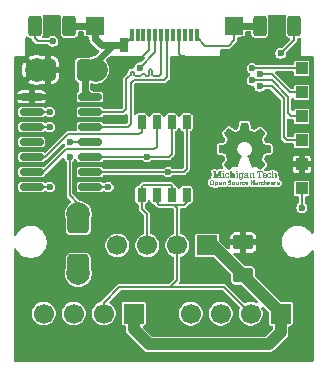
<source format=gbr>
%TF.GenerationSoftware,KiCad,Pcbnew,9.0.4*%
%TF.CreationDate,2025-10-27T13:40:48-04:00*%
%TF.ProjectId,USBC_I2C,55534243-5f49-4324-932e-6b696361645f,rev?*%
%TF.SameCoordinates,Original*%
%TF.FileFunction,Copper,L1,Top*%
%TF.FilePolarity,Positive*%
%FSLAX46Y46*%
G04 Gerber Fmt 4.6, Leading zero omitted, Abs format (unit mm)*
G04 Created by KiCad (PCBNEW 9.0.4) date 2025-10-27 13:40:48*
%MOMM*%
%LPD*%
G01*
G04 APERTURE LIST*
G04 Aperture macros list*
%AMRoundRect*
0 Rectangle with rounded corners*
0 $1 Rounding radius*
0 $2 $3 $4 $5 $6 $7 $8 $9 X,Y pos of 4 corners*
0 Add a 4 corners polygon primitive as box body*
4,1,4,$2,$3,$4,$5,$6,$7,$8,$9,$2,$3,0*
0 Add four circle primitives for the rounded corners*
1,1,$1+$1,$2,$3*
1,1,$1+$1,$4,$5*
1,1,$1+$1,$6,$7*
1,1,$1+$1,$8,$9*
0 Add four rect primitives between the rounded corners*
20,1,$1+$1,$2,$3,$4,$5,0*
20,1,$1+$1,$4,$5,$6,$7,0*
20,1,$1+$1,$6,$7,$8,$9,0*
20,1,$1+$1,$8,$9,$2,$3,0*%
G04 Aperture macros list end*
%TA.AperFunction,EtchedComponent*%
%ADD10C,0.000000*%
%TD*%
%TA.AperFunction,ComponentPad*%
%ADD11R,1.700000X1.700000*%
%TD*%
%TA.AperFunction,ComponentPad*%
%ADD12C,1.700000*%
%TD*%
%TA.AperFunction,SMDPad,CuDef*%
%ADD13R,1.500000X1.500000*%
%TD*%
%TA.AperFunction,SMDPad,CuDef*%
%ADD14R,1.000000X1.000000*%
%TD*%
%TA.AperFunction,SMDPad,CuDef*%
%ADD15R,0.380000X1.000000*%
%TD*%
%TA.AperFunction,SMDPad,CuDef*%
%ADD16R,0.700000X1.150000*%
%TD*%
%TA.AperFunction,SMDPad,CuDef*%
%ADD17RoundRect,0.250000X-0.625000X0.375000X-0.625000X-0.375000X0.625000X-0.375000X0.625000X0.375000X0*%
%TD*%
%TA.AperFunction,ComponentPad*%
%ADD18C,2.000000*%
%TD*%
%TA.AperFunction,SMDPad,CuDef*%
%ADD19RoundRect,0.250000X0.650000X-0.412500X0.650000X0.412500X-0.650000X0.412500X-0.650000X-0.412500X0*%
%TD*%
%TA.AperFunction,SMDPad,CuDef*%
%ADD20RoundRect,0.190000X-0.190000X0.435000X-0.190000X-0.435000X0.190000X-0.435000X0.190000X0.435000X0*%
%TD*%
%TA.AperFunction,SMDPad,CuDef*%
%ADD21RoundRect,0.250000X-0.312500X-0.625000X0.312500X-0.625000X0.312500X0.625000X-0.312500X0.625000X0*%
%TD*%
%TA.AperFunction,SMDPad,CuDef*%
%ADD22RoundRect,0.250000X0.412500X0.650000X-0.412500X0.650000X-0.412500X-0.650000X0.412500X-0.650000X0*%
%TD*%
%TA.AperFunction,SMDPad,CuDef*%
%ADD23RoundRect,0.150000X-0.825000X-0.150000X0.825000X-0.150000X0.825000X0.150000X-0.825000X0.150000X0*%
%TD*%
%TA.AperFunction,SMDPad,CuDef*%
%ADD24RoundRect,0.250000X0.312500X0.625000X-0.312500X0.625000X-0.312500X-0.625000X0.312500X-0.625000X0*%
%TD*%
%TA.AperFunction,ViaPad*%
%ADD25C,0.600000*%
%TD*%
%TA.AperFunction,Conductor*%
%ADD26C,0.200000*%
%TD*%
%TA.AperFunction,Conductor*%
%ADD27C,0.600000*%
%TD*%
%TA.AperFunction,Conductor*%
%ADD28C,1.000000*%
%TD*%
G04 APERTURE END LIST*
D10*
%TA.AperFunction,EtchedComponent*%
%TO.C,G\u002A\u002A\u002A*%
G36*
X104228350Y-71531271D02*
G01*
X104228350Y-71602483D01*
X104300756Y-71602483D01*
X104373161Y-71602483D01*
X104373161Y-71531271D01*
X104373161Y-71460059D01*
X104419310Y-71460059D01*
X104465458Y-71460059D01*
X104465458Y-71648233D01*
X104465458Y-71836408D01*
X104419310Y-71836408D01*
X104373161Y-71836408D01*
X104373161Y-71758035D01*
X104373161Y-71679662D01*
X104300756Y-71679662D01*
X104228350Y-71679662D01*
X104228350Y-71758035D01*
X104228350Y-71836408D01*
X104182202Y-71836408D01*
X104136053Y-71836408D01*
X104136053Y-71648233D01*
X104136053Y-71460059D01*
X104182202Y-71460059D01*
X104228350Y-71460059D01*
X104228350Y-71531271D01*
G37*
%TD.AperFunction*%
%TA.AperFunction,EtchedComponent*%
G36*
X101882731Y-71000911D02*
G01*
X101882731Y-71162383D01*
X101886113Y-71162811D01*
X101887841Y-71162979D01*
X101890895Y-71163220D01*
X101895011Y-71163518D01*
X101899925Y-71163852D01*
X101905374Y-71164205D01*
X101909386Y-71164454D01*
X101915111Y-71164811D01*
X101920539Y-71165164D01*
X101925395Y-71165495D01*
X101929402Y-71165783D01*
X101932283Y-71166011D01*
X101933455Y-71166120D01*
X101937632Y-71166573D01*
X101937632Y-71199934D01*
X101937632Y-71233294D01*
X101834196Y-71233294D01*
X101730759Y-71233294D01*
X101730759Y-71199954D01*
X101730759Y-71166615D01*
X101735334Y-71166144D01*
X101737389Y-71165968D01*
X101740757Y-71165720D01*
X101745166Y-71165418D01*
X101750339Y-71165082D01*
X101756004Y-71164728D01*
X101760597Y-71164452D01*
X101766370Y-71164103D01*
X101771790Y-71163759D01*
X101776600Y-71163438D01*
X101780545Y-71163157D01*
X101783368Y-71162934D01*
X101784666Y-71162807D01*
X101788047Y-71162383D01*
X101788047Y-71036074D01*
X101788047Y-70909765D01*
X101761193Y-70908399D01*
X101754743Y-70908074D01*
X101748743Y-70907778D01*
X101743394Y-70907520D01*
X101738894Y-70907310D01*
X101735444Y-70907156D01*
X101733242Y-70907069D01*
X101732550Y-70907053D01*
X101730759Y-70907072D01*
X101730759Y-70873256D01*
X101730759Y-70839440D01*
X101806745Y-70839440D01*
X101882731Y-70839440D01*
X101882731Y-71000911D01*
G37*
%TD.AperFunction*%
%TA.AperFunction,EtchedComponent*%
G36*
X103034853Y-71000911D02*
G01*
X103034853Y-71162383D01*
X103038235Y-71162811D01*
X103039964Y-71162979D01*
X103043018Y-71163220D01*
X103047133Y-71163518D01*
X103052047Y-71163852D01*
X103057496Y-71164205D01*
X103061508Y-71164454D01*
X103067233Y-71164811D01*
X103072662Y-71165164D01*
X103077517Y-71165495D01*
X103081524Y-71165783D01*
X103084405Y-71166011D01*
X103085577Y-71166120D01*
X103089754Y-71166573D01*
X103089754Y-71199934D01*
X103089754Y-71233294D01*
X102986716Y-71233294D01*
X102883677Y-71233294D01*
X102883677Y-71199934D01*
X102883677Y-71166573D01*
X102887854Y-71166129D01*
X102889794Y-71165960D01*
X102893053Y-71165718D01*
X102897364Y-71165421D01*
X102902460Y-71165088D01*
X102908070Y-71164735D01*
X102912719Y-71164454D01*
X102918492Y-71164102D01*
X102923912Y-71163757D01*
X102928723Y-71163434D01*
X102932667Y-71163153D01*
X102935490Y-71162930D01*
X102936788Y-71162803D01*
X102940169Y-71162383D01*
X102940169Y-71035921D01*
X102940169Y-70909459D01*
X102935992Y-70909441D01*
X102934053Y-70909392D01*
X102930794Y-70909263D01*
X102926483Y-70909067D01*
X102921388Y-70908816D01*
X102915777Y-70908523D01*
X102911128Y-70908269D01*
X102905355Y-70907953D01*
X102899935Y-70907669D01*
X102895124Y-70907428D01*
X102891180Y-70907244D01*
X102888357Y-70907128D01*
X102887059Y-70907093D01*
X102883677Y-70907072D01*
X102883677Y-70873256D01*
X102883677Y-70839440D01*
X102959265Y-70839440D01*
X103034853Y-70839440D01*
X103034853Y-71000911D01*
G37*
%TD.AperFunction*%
%TA.AperFunction,EtchedComponent*%
G36*
X102993529Y-70678361D02*
G01*
X102999654Y-70678480D01*
X103005056Y-70678683D01*
X103009447Y-70678971D01*
X103012448Y-70679331D01*
X103019902Y-70681040D01*
X103025995Y-70683402D01*
X103030862Y-70686524D01*
X103034638Y-70690513D01*
X103037458Y-70695477D01*
X103039246Y-70700708D01*
X103039786Y-70703622D01*
X103040250Y-70707817D01*
X103040630Y-70712986D01*
X103040919Y-70718820D01*
X103041109Y-70725010D01*
X103041192Y-70731249D01*
X103041162Y-70737229D01*
X103041010Y-70742640D01*
X103040729Y-70747174D01*
X103040443Y-70749720D01*
X103038957Y-70756964D01*
X103036729Y-70762910D01*
X103033628Y-70767690D01*
X103029521Y-70771434D01*
X103024276Y-70774274D01*
X103017761Y-70776341D01*
X103012575Y-70777366D01*
X103009604Y-70777705D01*
X103005357Y-70777997D01*
X103000147Y-70778238D01*
X102994289Y-70778421D01*
X102988096Y-70778542D01*
X102981883Y-70778594D01*
X102975964Y-70778573D01*
X102970653Y-70778473D01*
X102966263Y-70778289D01*
X102964835Y-70778190D01*
X102956882Y-70777327D01*
X102950290Y-70776084D01*
X102944860Y-70774392D01*
X102940393Y-70772179D01*
X102936688Y-70769375D01*
X102934997Y-70767662D01*
X102932615Y-70764534D01*
X102930749Y-70760911D01*
X102929315Y-70756527D01*
X102928229Y-70751117D01*
X102927404Y-70744416D01*
X102927333Y-70743669D01*
X102926991Y-70738404D01*
X102926835Y-70732361D01*
X102926856Y-70725924D01*
X102927040Y-70719474D01*
X102927376Y-70713394D01*
X102927852Y-70708068D01*
X102928457Y-70703877D01*
X102928578Y-70703277D01*
X102930490Y-70696803D01*
X102933284Y-70691479D01*
X102937079Y-70687197D01*
X102941994Y-70683852D01*
X102948148Y-70681334D01*
X102954712Y-70679713D01*
X102957800Y-70679300D01*
X102962189Y-70678956D01*
X102967589Y-70678685D01*
X102973712Y-70678488D01*
X102980270Y-70678367D01*
X102986971Y-70678324D01*
X102993529Y-70678361D01*
G37*
%TD.AperFunction*%
%TA.AperFunction,EtchedComponent*%
G36*
X101836951Y-70678136D02*
G01*
X101843606Y-70678314D01*
X101849883Y-70678597D01*
X101855462Y-70678975D01*
X101860020Y-70679442D01*
X101862630Y-70679857D01*
X101869641Y-70681720D01*
X101875313Y-70684281D01*
X101879800Y-70687680D01*
X101883254Y-70692058D01*
X101885828Y-70697556D01*
X101887293Y-70702586D01*
X101887827Y-70705827D01*
X101888245Y-70710314D01*
X101888546Y-70715739D01*
X101888731Y-70721794D01*
X101888799Y-70728169D01*
X101888751Y-70734556D01*
X101888586Y-70740647D01*
X101888306Y-70746133D01*
X101887908Y-70750705D01*
X101887395Y-70754055D01*
X101887289Y-70754510D01*
X101885461Y-70760263D01*
X101883144Y-70765163D01*
X101880501Y-70768882D01*
X101879822Y-70769576D01*
X101876562Y-70771942D01*
X101872146Y-70774114D01*
X101867007Y-70775907D01*
X101862215Y-70777029D01*
X101859572Y-70777363D01*
X101855648Y-70777680D01*
X101850751Y-70777969D01*
X101845191Y-70778221D01*
X101839278Y-70778426D01*
X101833320Y-70778573D01*
X101827628Y-70778655D01*
X101822511Y-70778659D01*
X101818278Y-70778577D01*
X101816293Y-70778483D01*
X101807343Y-70777684D01*
X101799814Y-70776479D01*
X101793568Y-70774787D01*
X101788466Y-70772524D01*
X101784371Y-70769610D01*
X101781146Y-70765961D01*
X101778652Y-70761495D01*
X101776752Y-70756130D01*
X101776350Y-70754625D01*
X101775824Y-70751578D01*
X101775409Y-70747252D01*
X101775105Y-70741953D01*
X101774914Y-70735987D01*
X101774834Y-70729659D01*
X101774867Y-70723277D01*
X101775011Y-70717146D01*
X101775268Y-70711571D01*
X101775638Y-70706860D01*
X101776120Y-70703317D01*
X101776326Y-70702370D01*
X101778097Y-70696706D01*
X101780387Y-70692006D01*
X101783347Y-70688172D01*
X101787125Y-70685108D01*
X101791874Y-70682714D01*
X101797744Y-70680895D01*
X101804886Y-70679552D01*
X101812993Y-70678627D01*
X101817940Y-70678308D01*
X101823797Y-70678125D01*
X101830241Y-70678071D01*
X101836951Y-70678136D01*
G37*
%TD.AperFunction*%
%TA.AperFunction,EtchedComponent*%
G36*
X103378482Y-71564434D02*
G01*
X103382977Y-71564722D01*
X103386698Y-71565184D01*
X103389363Y-71565814D01*
X103390597Y-71566491D01*
X103390659Y-71567368D01*
X103390643Y-71569646D01*
X103390557Y-71573136D01*
X103390410Y-71577649D01*
X103390210Y-71582997D01*
X103389967Y-71588992D01*
X103389690Y-71595444D01*
X103389387Y-71602166D01*
X103389067Y-71608969D01*
X103388739Y-71615664D01*
X103388412Y-71622063D01*
X103388095Y-71627977D01*
X103387796Y-71633218D01*
X103387524Y-71637598D01*
X103387289Y-71640927D01*
X103387099Y-71643018D01*
X103386978Y-71643682D01*
X103386045Y-71643748D01*
X103384040Y-71643508D01*
X103381981Y-71643130D01*
X103375867Y-71642206D01*
X103368967Y-71641726D01*
X103361939Y-71641705D01*
X103355439Y-71642154D01*
X103352578Y-71642561D01*
X103346119Y-71643921D01*
X103340657Y-71645650D01*
X103335606Y-71647972D01*
X103330632Y-71650945D01*
X103322813Y-71656879D01*
X103316344Y-71663617D01*
X103311176Y-71671233D01*
X103307259Y-71679800D01*
X103304544Y-71689390D01*
X103304499Y-71689608D01*
X103304239Y-71690940D01*
X103304011Y-71692344D01*
X103303813Y-71693926D01*
X103303643Y-71695797D01*
X103303499Y-71698064D01*
X103303378Y-71700836D01*
X103303278Y-71704221D01*
X103303198Y-71708329D01*
X103303136Y-71713266D01*
X103303088Y-71719143D01*
X103303053Y-71726067D01*
X103303030Y-71734146D01*
X103303015Y-71743490D01*
X103303007Y-71754207D01*
X103303003Y-71766405D01*
X103303003Y-71766588D01*
X103302992Y-71836408D01*
X103258833Y-71836408D01*
X103214674Y-71836408D01*
X103214674Y-71704328D01*
X103214674Y-71572247D01*
X103257242Y-71572247D01*
X103299810Y-71572247D01*
X103299810Y-71590713D01*
X103299810Y-71609179D01*
X103303720Y-71602847D01*
X103310358Y-71593448D01*
X103317901Y-71585232D01*
X103326249Y-71578270D01*
X103335306Y-71572633D01*
X103344974Y-71568393D01*
X103354299Y-71565793D01*
X103358421Y-71565130D01*
X103363183Y-71564668D01*
X103368303Y-71564401D01*
X103373497Y-71564325D01*
X103378482Y-71564434D01*
G37*
%TD.AperFunction*%
%TA.AperFunction,EtchedComponent*%
G36*
X105000047Y-71564434D02*
G01*
X105004542Y-71564722D01*
X105008262Y-71565184D01*
X105010927Y-71565814D01*
X105012161Y-71566491D01*
X105012224Y-71567368D01*
X105012208Y-71569646D01*
X105012121Y-71573136D01*
X105011974Y-71577649D01*
X105011775Y-71582997D01*
X105011532Y-71588992D01*
X105011255Y-71595444D01*
X105010952Y-71602166D01*
X105010632Y-71608969D01*
X105010304Y-71615664D01*
X105009977Y-71622063D01*
X105009659Y-71627977D01*
X105009360Y-71633218D01*
X105009089Y-71637598D01*
X105008853Y-71640927D01*
X105008663Y-71643018D01*
X105008542Y-71643682D01*
X105007609Y-71643748D01*
X105005604Y-71643508D01*
X105003546Y-71643130D01*
X104997431Y-71642206D01*
X104990532Y-71641726D01*
X104983504Y-71641705D01*
X104977004Y-71642154D01*
X104974143Y-71642561D01*
X104967683Y-71643921D01*
X104962221Y-71645650D01*
X104957171Y-71647972D01*
X104952197Y-71650945D01*
X104944378Y-71656879D01*
X104937908Y-71663617D01*
X104932740Y-71671233D01*
X104928823Y-71679800D01*
X104926109Y-71689390D01*
X104926063Y-71689608D01*
X104925803Y-71690940D01*
X104925576Y-71692344D01*
X104925378Y-71693926D01*
X104925207Y-71695797D01*
X104925063Y-71698064D01*
X104924942Y-71700836D01*
X104924843Y-71704221D01*
X104924763Y-71708329D01*
X104924700Y-71713266D01*
X104924652Y-71719143D01*
X104924618Y-71726067D01*
X104924594Y-71734146D01*
X104924579Y-71743490D01*
X104924571Y-71754207D01*
X104924567Y-71766405D01*
X104924567Y-71766588D01*
X104924557Y-71836408D01*
X104880397Y-71836408D01*
X104836238Y-71836408D01*
X104836238Y-71704328D01*
X104836238Y-71572247D01*
X104878806Y-71572247D01*
X104921374Y-71572247D01*
X104921374Y-71590713D01*
X104921374Y-71609179D01*
X104925284Y-71602847D01*
X104931923Y-71593448D01*
X104939465Y-71585232D01*
X104947813Y-71578270D01*
X104956870Y-71572633D01*
X104966538Y-71568393D01*
X104975863Y-71565793D01*
X104979986Y-71565130D01*
X104984748Y-71564668D01*
X104989867Y-71564401D01*
X104995061Y-71564325D01*
X105000047Y-71564434D01*
G37*
%TD.AperFunction*%
%TA.AperFunction,EtchedComponent*%
G36*
X106312098Y-71564434D02*
G01*
X106316592Y-71564722D01*
X106320313Y-71565184D01*
X106322978Y-71565814D01*
X106324212Y-71566491D01*
X106324275Y-71567368D01*
X106324258Y-71569646D01*
X106324172Y-71573136D01*
X106324025Y-71577649D01*
X106323826Y-71582997D01*
X106323583Y-71588992D01*
X106323305Y-71595444D01*
X106323002Y-71602166D01*
X106322683Y-71608969D01*
X106322355Y-71615664D01*
X106322028Y-71622063D01*
X106321710Y-71627977D01*
X106321411Y-71633218D01*
X106321140Y-71637598D01*
X106320904Y-71640927D01*
X106320714Y-71643018D01*
X106320593Y-71643682D01*
X106319660Y-71643748D01*
X106317655Y-71643508D01*
X106315596Y-71643130D01*
X106309482Y-71642206D01*
X106302582Y-71641726D01*
X106295555Y-71641705D01*
X106289055Y-71642154D01*
X106286194Y-71642561D01*
X106279734Y-71643921D01*
X106274272Y-71645650D01*
X106269222Y-71647972D01*
X106264248Y-71650945D01*
X106256428Y-71656879D01*
X106249959Y-71663617D01*
X106244791Y-71671233D01*
X106240874Y-71679800D01*
X106238159Y-71689390D01*
X106238114Y-71689608D01*
X106237854Y-71690940D01*
X106237626Y-71692344D01*
X106237428Y-71693926D01*
X106237258Y-71695797D01*
X106237114Y-71698064D01*
X106236993Y-71700836D01*
X106236894Y-71704221D01*
X106236814Y-71708329D01*
X106236751Y-71713266D01*
X106236703Y-71719143D01*
X106236669Y-71726067D01*
X106236645Y-71734146D01*
X106236630Y-71743490D01*
X106236622Y-71754207D01*
X106236618Y-71766405D01*
X106236618Y-71766588D01*
X106236608Y-71836408D01*
X106192448Y-71836408D01*
X106148289Y-71836408D01*
X106148289Y-71704328D01*
X106148289Y-71572247D01*
X106190857Y-71572247D01*
X106233425Y-71572247D01*
X106233425Y-71590713D01*
X106233425Y-71609179D01*
X106237335Y-71602847D01*
X106243974Y-71593448D01*
X106251516Y-71585232D01*
X106259864Y-71578270D01*
X106268921Y-71572633D01*
X106278589Y-71568393D01*
X106287914Y-71565793D01*
X106292036Y-71565130D01*
X106296799Y-71564668D01*
X106301918Y-71564401D01*
X106307112Y-71564325D01*
X106312098Y-71564434D01*
G37*
%TD.AperFunction*%
%TA.AperFunction,EtchedComponent*%
G36*
X102975407Y-71650813D02*
G01*
X102975463Y-71664460D01*
X102975518Y-71676615D01*
X102975576Y-71687378D01*
X102975644Y-71696848D01*
X102975727Y-71705123D01*
X102975833Y-71712304D01*
X102975966Y-71718489D01*
X102976134Y-71723779D01*
X102976342Y-71728272D01*
X102976596Y-71732067D01*
X102976903Y-71735264D01*
X102977268Y-71737963D01*
X102977699Y-71740262D01*
X102978199Y-71742262D01*
X102978777Y-71744060D01*
X102979438Y-71745758D01*
X102980188Y-71747453D01*
X102981033Y-71749245D01*
X102981521Y-71750267D01*
X102985395Y-71756989D01*
X102989982Y-71762312D01*
X102995363Y-71766298D01*
X103001620Y-71769011D01*
X103008000Y-71770404D01*
X103016131Y-71770798D01*
X103024009Y-71769789D01*
X103031423Y-71767449D01*
X103038164Y-71763851D01*
X103044020Y-71759068D01*
X103045638Y-71757339D01*
X103049151Y-71752581D01*
X103052435Y-71746740D01*
X103055250Y-71740324D01*
X103057356Y-71733842D01*
X103057956Y-71731297D01*
X103058214Y-71729983D01*
X103058442Y-71728631D01*
X103058641Y-71727137D01*
X103058814Y-71725397D01*
X103058962Y-71723308D01*
X103059087Y-71720767D01*
X103059191Y-71717670D01*
X103059277Y-71713914D01*
X103059345Y-71709395D01*
X103059399Y-71704009D01*
X103059439Y-71697653D01*
X103059467Y-71690224D01*
X103059487Y-71681618D01*
X103059499Y-71671732D01*
X103059506Y-71660462D01*
X103059509Y-71647705D01*
X103059509Y-71647637D01*
X103059519Y-71571452D01*
X103104076Y-71571452D01*
X103148634Y-71571452D01*
X103148634Y-71703930D01*
X103148634Y-71836408D01*
X103105683Y-71836408D01*
X103062733Y-71836408D01*
X103062518Y-71819214D01*
X103062304Y-71802020D01*
X103058326Y-71807862D01*
X103053259Y-71814349D01*
X103047209Y-71820549D01*
X103040733Y-71825911D01*
X103038681Y-71827347D01*
X103031903Y-71831354D01*
X103024058Y-71835135D01*
X103015668Y-71838474D01*
X103007257Y-71841157D01*
X103002118Y-71842426D01*
X102998072Y-71843070D01*
X102992907Y-71843562D01*
X102987091Y-71843885D01*
X102981093Y-71844024D01*
X102975378Y-71843965D01*
X102970414Y-71843692D01*
X102968690Y-71843513D01*
X102956621Y-71841269D01*
X102945302Y-71837629D01*
X102934775Y-71832620D01*
X102925082Y-71826267D01*
X102916264Y-71818596D01*
X102908363Y-71809633D01*
X102903780Y-71803190D01*
X102900337Y-71797576D01*
X102897554Y-71792170D01*
X102895205Y-71786456D01*
X102893066Y-71779918D01*
X102892054Y-71776359D01*
X102891217Y-71773320D01*
X102890469Y-71770572D01*
X102889803Y-71768013D01*
X102889215Y-71765543D01*
X102888701Y-71763062D01*
X102888254Y-71760469D01*
X102887872Y-71757663D01*
X102887548Y-71754544D01*
X102887277Y-71751011D01*
X102887056Y-71746964D01*
X102886878Y-71742302D01*
X102886740Y-71736925D01*
X102886636Y-71730731D01*
X102886562Y-71723620D01*
X102886512Y-71715492D01*
X102886482Y-71706247D01*
X102886467Y-71695782D01*
X102886462Y-71683999D01*
X102886462Y-71670796D01*
X102886462Y-71660566D01*
X102886462Y-71571850D01*
X102930769Y-71571644D01*
X102975076Y-71571438D01*
X102975407Y-71650813D01*
G37*
%TD.AperFunction*%
%TA.AperFunction,EtchedComponent*%
G36*
X101949684Y-71564481D02*
G01*
X101951158Y-71564523D01*
X101960082Y-71565007D01*
X101967838Y-71565922D01*
X101974811Y-71567351D01*
X101981388Y-71569376D01*
X101987952Y-71572079D01*
X101989105Y-71572616D01*
X101999550Y-71578327D01*
X102008834Y-71585026D01*
X102016975Y-71592745D01*
X102023994Y-71601514D01*
X102029907Y-71611363D01*
X102034735Y-71622322D01*
X102038495Y-71634422D01*
X102041207Y-71647693D01*
X102042652Y-71659373D01*
X102042778Y-71661576D01*
X102042896Y-71665285D01*
X102043005Y-71670410D01*
X102043104Y-71676866D01*
X102043192Y-71684565D01*
X102043269Y-71693420D01*
X102043333Y-71703345D01*
X102043385Y-71714252D01*
X102043423Y-71726055D01*
X102043447Y-71738666D01*
X102043455Y-71751998D01*
X102043455Y-71752266D01*
X102043455Y-71836408D01*
X101998898Y-71836408D01*
X101954341Y-71836408D01*
X101954341Y-71764118D01*
X101954332Y-71751948D01*
X101954304Y-71740373D01*
X101954259Y-71729501D01*
X101954198Y-71719438D01*
X101954123Y-71710292D01*
X101954033Y-71702171D01*
X101953931Y-71695183D01*
X101953816Y-71689435D01*
X101953691Y-71685035D01*
X101953557Y-71682090D01*
X101953520Y-71681568D01*
X101952331Y-71671865D01*
X101950401Y-71663481D01*
X101947688Y-71656304D01*
X101944152Y-71650222D01*
X101940031Y-71645397D01*
X101936045Y-71642063D01*
X101931732Y-71639672D01*
X101926792Y-71638125D01*
X101920921Y-71637324D01*
X101914956Y-71637156D01*
X101910312Y-71637273D01*
X101906733Y-71637598D01*
X101903700Y-71638199D01*
X101901119Y-71638992D01*
X101894975Y-71641782D01*
X101889125Y-71645631D01*
X101884170Y-71650134D01*
X101883585Y-71650790D01*
X101880639Y-71654815D01*
X101877708Y-71659934D01*
X101875030Y-71665667D01*
X101872844Y-71671533D01*
X101872193Y-71673695D01*
X101871900Y-71674759D01*
X101871641Y-71675796D01*
X101871413Y-71676904D01*
X101871214Y-71678185D01*
X101871042Y-71679738D01*
X101870895Y-71681663D01*
X101870769Y-71684062D01*
X101870663Y-71687034D01*
X101870574Y-71690679D01*
X101870499Y-71695097D01*
X101870437Y-71700390D01*
X101870385Y-71706657D01*
X101870341Y-71713998D01*
X101870302Y-71722514D01*
X101870265Y-71732304D01*
X101870230Y-71743470D01*
X101870192Y-71756111D01*
X101870186Y-71758234D01*
X101869956Y-71836408D01*
X101825421Y-71836408D01*
X101780886Y-71836408D01*
X101780886Y-71703930D01*
X101780886Y-71607654D01*
X101866022Y-71607654D01*
X101866420Y-71608052D01*
X101866818Y-71607654D01*
X101866420Y-71607257D01*
X101866022Y-71607654D01*
X101780886Y-71607654D01*
X101780886Y-71571452D01*
X101823852Y-71571452D01*
X101866818Y-71571452D01*
X101866818Y-71589141D01*
X101866818Y-71606830D01*
X101868940Y-71603662D01*
X101871281Y-71600422D01*
X101874203Y-71596750D01*
X101877364Y-71593042D01*
X101880422Y-71589693D01*
X101883036Y-71587100D01*
X101883837Y-71586400D01*
X101891215Y-71581025D01*
X101899804Y-71576041D01*
X101909238Y-71571644D01*
X101917228Y-71568653D01*
X101922489Y-71567009D01*
X101927284Y-71565809D01*
X101932007Y-71565004D01*
X101937052Y-71564546D01*
X101942813Y-71564388D01*
X101949684Y-71564481D01*
G37*
%TD.AperFunction*%
%TA.AperFunction,EtchedComponent*%
G36*
X105318411Y-71635503D02*
G01*
X105318411Y-71836408D01*
X105277434Y-71836408D01*
X105236457Y-71836408D01*
X105236457Y-71819620D01*
X105236457Y-71802832D01*
X105232894Y-71807573D01*
X105225938Y-71815534D01*
X105217754Y-71822634D01*
X105208488Y-71828819D01*
X105198281Y-71834037D01*
X105187279Y-71838236D01*
X105175624Y-71841362D01*
X105163460Y-71843363D01*
X105150931Y-71844186D01*
X105138181Y-71843779D01*
X105135081Y-71843489D01*
X105124346Y-71841940D01*
X105114503Y-71839578D01*
X105104986Y-71836236D01*
X105095234Y-71831745D01*
X105094736Y-71831490D01*
X105082929Y-71824540D01*
X105071953Y-71816279D01*
X105061906Y-71806807D01*
X105052887Y-71796225D01*
X105044992Y-71784634D01*
X105039573Y-71774744D01*
X105033365Y-71760394D01*
X105028625Y-71745562D01*
X105025352Y-71730377D01*
X105023548Y-71714970D01*
X105023338Y-71705234D01*
X105108975Y-71705234D01*
X105109944Y-71715111D01*
X105112042Y-71724889D01*
X105115213Y-71734223D01*
X105119405Y-71742771D01*
X105119561Y-71743037D01*
X105122294Y-71746945D01*
X105125993Y-71751230D01*
X105130241Y-71755479D01*
X105134622Y-71759281D01*
X105138718Y-71762224D01*
X105139392Y-71762630D01*
X105147832Y-71766640D01*
X105156927Y-71769309D01*
X105166419Y-71770600D01*
X105176050Y-71770477D01*
X105184594Y-71769133D01*
X105193425Y-71766307D01*
X105201788Y-71762058D01*
X105209452Y-71756536D01*
X105216185Y-71749890D01*
X105218304Y-71747294D01*
X105221566Y-71742489D01*
X105224776Y-71736761D01*
X105227677Y-71730649D01*
X105230010Y-71724692D01*
X105231427Y-71719843D01*
X105232340Y-71714217D01*
X105232806Y-71707706D01*
X105232829Y-71700845D01*
X105232419Y-71694173D01*
X105231580Y-71688224D01*
X105230987Y-71685630D01*
X105227631Y-71675890D01*
X105223072Y-71666931D01*
X105217421Y-71658887D01*
X105210785Y-71651895D01*
X105203274Y-71646090D01*
X105195829Y-71641979D01*
X105189066Y-71639272D01*
X105182562Y-71637563D01*
X105175692Y-71636723D01*
X105170019Y-71636582D01*
X105160094Y-71637313D01*
X105150973Y-71639380D01*
X105142547Y-71642819D01*
X105135113Y-71647365D01*
X105128316Y-71653008D01*
X105122611Y-71659423D01*
X105117899Y-71666771D01*
X105114078Y-71675214D01*
X105111048Y-71684912D01*
X105110639Y-71686553D01*
X105109188Y-71695600D01*
X105108975Y-71705234D01*
X105023338Y-71705234D01*
X105023214Y-71699470D01*
X105024349Y-71684008D01*
X105026956Y-71668714D01*
X105031033Y-71653717D01*
X105036584Y-71639148D01*
X105038804Y-71634319D01*
X105045696Y-71621685D01*
X105053669Y-71610153D01*
X105062660Y-71599774D01*
X105072611Y-71590597D01*
X105083461Y-71582669D01*
X105095147Y-71576042D01*
X105107612Y-71570764D01*
X105120792Y-71566884D01*
X105122212Y-71566561D01*
X105127447Y-71565668D01*
X105133832Y-71565000D01*
X105140940Y-71564567D01*
X105148344Y-71564380D01*
X105155618Y-71564448D01*
X105162335Y-71564782D01*
X105168067Y-71565392D01*
X105168430Y-71565446D01*
X105180404Y-71568093D01*
X105192026Y-71572243D01*
X105203143Y-71577818D01*
X105213603Y-71584744D01*
X105223130Y-71592825D01*
X105229296Y-71598715D01*
X105229296Y-71516656D01*
X105229296Y-71434597D01*
X105273854Y-71434597D01*
X105318411Y-71434597D01*
X105318411Y-71635503D01*
G37*
%TD.AperFunction*%
%TA.AperFunction,EtchedComponent*%
G36*
X102707624Y-71564034D02*
G01*
X102713749Y-71564780D01*
X102728946Y-71567670D01*
X102743722Y-71572080D01*
X102758138Y-71578029D01*
X102764328Y-71581111D01*
X102772405Y-71585641D01*
X102779597Y-71590369D01*
X102786433Y-71595675D01*
X102793438Y-71601942D01*
X102794423Y-71602880D01*
X102804201Y-71613280D01*
X102812654Y-71624499D01*
X102819910Y-71636711D01*
X102820704Y-71638248D01*
X102825297Y-71648004D01*
X102828901Y-71657425D01*
X102831634Y-71666946D01*
X102833616Y-71676997D01*
X102834965Y-71688013D01*
X102835243Y-71691303D01*
X102835669Y-71701575D01*
X102835438Y-71712244D01*
X102834585Y-71722724D01*
X102833144Y-71732427D01*
X102832746Y-71734424D01*
X102829028Y-71748295D01*
X102823802Y-71761777D01*
X102817128Y-71774747D01*
X102809064Y-71787084D01*
X102802949Y-71794895D01*
X102793613Y-71804815D01*
X102783066Y-71813840D01*
X102771465Y-71821887D01*
X102758966Y-71828879D01*
X102745725Y-71834733D01*
X102731898Y-71839370D01*
X102717641Y-71842710D01*
X102706872Y-71844302D01*
X102702151Y-71844680D01*
X102696328Y-71844921D01*
X102689880Y-71845027D01*
X102683288Y-71844997D01*
X102677029Y-71844833D01*
X102671582Y-71844533D01*
X102668848Y-71844283D01*
X102655296Y-71842154D01*
X102642237Y-71838825D01*
X102629323Y-71834192D01*
X102617527Y-71828816D01*
X102608608Y-71824080D01*
X102600795Y-71819262D01*
X102593624Y-71814030D01*
X102586628Y-71808050D01*
X102580934Y-71802592D01*
X102573735Y-71794980D01*
X102567639Y-71787523D01*
X102562293Y-71779732D01*
X102557346Y-71771118D01*
X102555129Y-71766787D01*
X102549976Y-71755269D01*
X102546036Y-71743812D01*
X102543239Y-71732097D01*
X102541511Y-71719803D01*
X102540781Y-71706610D01*
X102540781Y-71706603D01*
X102626925Y-71706603D01*
X102627811Y-71714671D01*
X102630346Y-71725414D01*
X102634004Y-71735174D01*
X102638727Y-71743890D01*
X102644461Y-71751503D01*
X102651147Y-71757952D01*
X102658732Y-71763179D01*
X102667157Y-71767122D01*
X102676367Y-71769723D01*
X102680089Y-71770351D01*
X102686109Y-71770767D01*
X102692866Y-71770544D01*
X102699657Y-71769726D01*
X102704408Y-71768737D01*
X102712746Y-71765980D01*
X102720099Y-71762159D01*
X102726811Y-71757089D01*
X102728029Y-71755981D01*
X102735205Y-71748252D01*
X102740970Y-71739789D01*
X102745320Y-71730598D01*
X102748254Y-71720687D01*
X102749769Y-71710063D01*
X102749995Y-71703643D01*
X102749305Y-71693020D01*
X102747300Y-71682898D01*
X102744038Y-71673436D01*
X102739578Y-71664797D01*
X102733978Y-71657142D01*
X102732724Y-71655742D01*
X102725546Y-71649050D01*
X102717731Y-71643808D01*
X102709247Y-71640002D01*
X102700064Y-71637618D01*
X102690150Y-71636644D01*
X102687944Y-71636618D01*
X102677785Y-71637346D01*
X102668350Y-71639482D01*
X102659655Y-71643019D01*
X102651714Y-71647954D01*
X102650355Y-71648999D01*
X102644228Y-71654824D01*
X102638895Y-71661840D01*
X102634434Y-71669811D01*
X102630927Y-71678507D01*
X102628453Y-71687692D01*
X102627092Y-71697136D01*
X102626925Y-71706603D01*
X102540781Y-71706603D01*
X102540746Y-71702736D01*
X102541464Y-71687309D01*
X102543621Y-71672556D01*
X102547223Y-71658464D01*
X102552275Y-71645016D01*
X102558783Y-71632198D01*
X102566753Y-71619994D01*
X102574485Y-71610316D01*
X102584079Y-71600482D01*
X102594781Y-71591713D01*
X102606484Y-71584044D01*
X102619084Y-71577508D01*
X102632475Y-71572141D01*
X102646553Y-71567977D01*
X102661212Y-71565049D01*
X102676347Y-71563393D01*
X102691853Y-71563044D01*
X102707624Y-71564034D01*
G37*
%TD.AperFunction*%
%TA.AperFunction,EtchedComponent*%
G36*
X101297243Y-71564655D02*
G01*
X101307921Y-71565801D01*
X101317859Y-71567807D01*
X101327400Y-71570752D01*
X101336889Y-71574717D01*
X101342172Y-71577340D01*
X101354021Y-71584411D01*
X101364908Y-71592717D01*
X101374788Y-71602192D01*
X101383613Y-71612771D01*
X101391339Y-71624386D01*
X101397919Y-71636973D01*
X101403308Y-71650466D01*
X101407460Y-71664797D01*
X101409382Y-71674017D01*
X101410248Y-71680075D01*
X101410916Y-71687205D01*
X101411368Y-71694932D01*
X101411589Y-71702784D01*
X101411562Y-71710288D01*
X101411271Y-71716971D01*
X101410979Y-71720241D01*
X101408501Y-71736027D01*
X101404678Y-71751206D01*
X101399551Y-71765662D01*
X101393160Y-71779278D01*
X101386235Y-71790910D01*
X101379001Y-71800537D01*
X101370542Y-71809561D01*
X101361079Y-71817830D01*
X101350832Y-71825194D01*
X101340021Y-71831502D01*
X101328866Y-71836602D01*
X101317589Y-71840343D01*
X101312477Y-71841554D01*
X101299764Y-71843506D01*
X101287082Y-71844161D01*
X101274582Y-71843559D01*
X101262412Y-71841742D01*
X101250724Y-71838749D01*
X101239665Y-71834621D01*
X101229387Y-71829399D01*
X101220037Y-71823123D01*
X101211766Y-71815833D01*
X101209798Y-71813763D01*
X101204825Y-71808330D01*
X101204825Y-71886022D01*
X101204825Y-71963714D01*
X101160666Y-71963714D01*
X101116506Y-71963714D01*
X101116506Y-71767583D01*
X101116506Y-71703437D01*
X101201658Y-71703437D01*
X101202271Y-71711480D01*
X101203958Y-71720023D01*
X101206574Y-71728544D01*
X101209970Y-71736524D01*
X101212072Y-71740416D01*
X101215500Y-71745401D01*
X101219879Y-71750525D01*
X101224830Y-71755421D01*
X101229971Y-71759719D01*
X101234922Y-71763052D01*
X101236254Y-71763779D01*
X101245550Y-71767705D01*
X101255016Y-71770054D01*
X101264616Y-71770821D01*
X101274317Y-71770003D01*
X101281825Y-71768293D01*
X101287125Y-71766598D01*
X101291504Y-71764769D01*
X101295621Y-71762489D01*
X101299907Y-71759604D01*
X101304583Y-71755939D01*
X101308481Y-71752062D01*
X101312082Y-71747460D01*
X101314150Y-71744369D01*
X101318188Y-71737371D01*
X101321222Y-71730411D01*
X101323342Y-71723144D01*
X101324639Y-71715229D01*
X101325203Y-71706324D01*
X101325243Y-71702339D01*
X101325099Y-71695355D01*
X101324641Y-71689505D01*
X101323771Y-71684346D01*
X101322388Y-71679435D01*
X101320394Y-71674330D01*
X101317690Y-71668587D01*
X101317658Y-71668523D01*
X101315447Y-71664301D01*
X101313400Y-71661000D01*
X101311113Y-71658055D01*
X101308178Y-71654902D01*
X101307083Y-71653803D01*
X101301869Y-71649016D01*
X101296851Y-71645327D01*
X101291511Y-71642408D01*
X101285335Y-71639935D01*
X101284997Y-71639818D01*
X101275344Y-71637303D01*
X101265629Y-71636367D01*
X101255934Y-71637002D01*
X101246343Y-71639202D01*
X101236941Y-71642960D01*
X101235458Y-71643707D01*
X101231667Y-71646093D01*
X101227378Y-71649477D01*
X101222950Y-71653513D01*
X101218739Y-71657856D01*
X101215102Y-71662161D01*
X101212557Y-71665816D01*
X101209115Y-71672438D01*
X101206163Y-71679907D01*
X101203843Y-71687735D01*
X101202297Y-71695435D01*
X101201665Y-71702518D01*
X101201658Y-71703437D01*
X101116506Y-71703437D01*
X101116506Y-71571452D01*
X101158676Y-71571452D01*
X101200847Y-71571452D01*
X101200847Y-71587446D01*
X101200847Y-71603439D01*
X101206573Y-71597308D01*
X101214313Y-71589902D01*
X101223004Y-71583139D01*
X101232322Y-71577218D01*
X101241944Y-71572334D01*
X101251545Y-71568685D01*
X101255606Y-71567539D01*
X101261492Y-71566202D01*
X101267070Y-71565263D01*
X101272833Y-71564667D01*
X101279275Y-71564362D01*
X101285481Y-71564291D01*
X101297243Y-71564655D01*
G37*
%TD.AperFunction*%
%TA.AperFunction,EtchedComponent*%
G36*
X103557829Y-71563376D02*
G01*
X103566194Y-71563864D01*
X103574108Y-71564779D01*
X103582127Y-71566186D01*
X103590807Y-71568156D01*
X103592718Y-71568635D01*
X103599491Y-71570438D01*
X103605200Y-71572172D01*
X103610352Y-71574022D01*
X103615455Y-71576175D01*
X103621016Y-71578815D01*
X103622255Y-71579432D01*
X103631007Y-71584275D01*
X103638640Y-71589536D01*
X103644955Y-71594908D01*
X103649504Y-71599151D01*
X103647845Y-71601016D01*
X103646989Y-71601999D01*
X103645210Y-71604056D01*
X103642623Y-71607053D01*
X103639344Y-71610858D01*
X103635487Y-71615337D01*
X103631166Y-71620357D01*
X103626497Y-71625786D01*
X103623273Y-71629535D01*
X103618467Y-71635125D01*
X103613958Y-71640364D01*
X103609858Y-71645126D01*
X103606277Y-71649281D01*
X103603324Y-71652701D01*
X103601112Y-71655259D01*
X103599750Y-71656827D01*
X103599365Y-71657262D01*
X103598697Y-71657599D01*
X103597713Y-71657240D01*
X103596178Y-71656033D01*
X103593861Y-71653824D01*
X103593302Y-71653268D01*
X103588086Y-71648878D01*
X103581714Y-71644858D01*
X103574615Y-71641444D01*
X103567497Y-71638953D01*
X103562178Y-71637854D01*
X103556002Y-71637236D01*
X103549530Y-71637108D01*
X103543325Y-71637475D01*
X103537948Y-71638344D01*
X103536981Y-71638589D01*
X103528714Y-71641655D01*
X103520861Y-71646116D01*
X103513677Y-71651788D01*
X103507416Y-71658483D01*
X103504542Y-71662408D01*
X103499350Y-71671573D01*
X103495525Y-71681353D01*
X103493080Y-71691552D01*
X103492030Y-71701974D01*
X103492389Y-71712425D01*
X103494172Y-71722709D01*
X103497392Y-71732630D01*
X103499134Y-71736552D01*
X103504089Y-71745135D01*
X103510072Y-71752563D01*
X103516963Y-71758790D01*
X103524646Y-71763768D01*
X103533005Y-71767450D01*
X103541921Y-71769788D01*
X103551278Y-71770736D01*
X103560960Y-71770246D01*
X103570848Y-71768270D01*
X103574712Y-71767094D01*
X103582934Y-71763852D01*
X103589916Y-71759987D01*
X103595939Y-71755345D01*
X103596181Y-71755125D01*
X103598424Y-71753233D01*
X103600206Y-71752024D01*
X103601222Y-71751702D01*
X103601297Y-71751751D01*
X103602544Y-71753196D01*
X103604578Y-71755627D01*
X103607281Y-71758896D01*
X103610533Y-71762856D01*
X103614215Y-71767361D01*
X103618208Y-71772263D01*
X103622394Y-71777415D01*
X103626654Y-71782671D01*
X103630868Y-71787884D01*
X103634917Y-71792905D01*
X103638684Y-71797590D01*
X103642048Y-71801790D01*
X103644891Y-71805359D01*
X103647094Y-71808149D01*
X103648537Y-71810014D01*
X103649103Y-71810807D01*
X103649107Y-71810821D01*
X103648499Y-71811699D01*
X103646851Y-71813278D01*
X103644425Y-71815347D01*
X103641485Y-71817693D01*
X103638293Y-71820104D01*
X103635112Y-71822369D01*
X103633193Y-71823650D01*
X103624027Y-71828861D01*
X103613555Y-71833530D01*
X103601998Y-71837579D01*
X103589571Y-71840930D01*
X103578292Y-71843206D01*
X103574417Y-71843707D01*
X103569311Y-71844129D01*
X103563336Y-71844462D01*
X103556852Y-71844698D01*
X103550218Y-71844829D01*
X103543795Y-71844847D01*
X103537943Y-71844744D01*
X103533022Y-71844511D01*
X103530593Y-71844297D01*
X103514819Y-71841836D01*
X103499837Y-71838089D01*
X103485699Y-71833093D01*
X103472459Y-71826881D01*
X103460168Y-71819488D01*
X103448879Y-71810947D01*
X103438646Y-71801293D01*
X103429519Y-71790560D01*
X103421552Y-71778783D01*
X103416762Y-71770070D01*
X103411202Y-71757704D01*
X103406975Y-71745287D01*
X103404017Y-71732542D01*
X103402265Y-71719193D01*
X103401656Y-71704963D01*
X103401655Y-71704155D01*
X103402297Y-71689315D01*
X103404208Y-71675160D01*
X103407368Y-71661820D01*
X103410100Y-71653597D01*
X103415972Y-71639821D01*
X103422866Y-71627250D01*
X103430831Y-71615828D01*
X103439915Y-71605499D01*
X103450170Y-71596207D01*
X103461643Y-71587897D01*
X103474384Y-71580513D01*
X103475443Y-71579969D01*
X103488262Y-71574127D01*
X103501288Y-71569590D01*
X103514743Y-71566309D01*
X103528850Y-71564231D01*
X103543830Y-71563307D01*
X103548455Y-71563246D01*
X103557829Y-71563376D01*
G37*
%TD.AperFunction*%
%TA.AperFunction,EtchedComponent*%
G36*
X101610450Y-71563640D02*
G01*
X101625441Y-71565848D01*
X101640012Y-71569512D01*
X101641549Y-71569994D01*
X101653756Y-71574722D01*
X101665382Y-71580875D01*
X101676322Y-71588356D01*
X101686466Y-71597068D01*
X101695707Y-71606917D01*
X101703937Y-71617805D01*
X101711048Y-71629638D01*
X101713104Y-71633679D01*
X101718019Y-71644936D01*
X101721922Y-71656538D01*
X101724854Y-71668687D01*
X101726853Y-71681585D01*
X101727960Y-71695434D01*
X101728212Y-71710436D01*
X101728199Y-71711489D01*
X101727974Y-71727800D01*
X101632296Y-71728002D01*
X101536617Y-71728204D01*
X101536634Y-71730389D01*
X101537038Y-71733056D01*
X101538095Y-71736604D01*
X101539623Y-71740560D01*
X101541437Y-71744452D01*
X101543354Y-71747808D01*
X101543477Y-71747994D01*
X101549570Y-71755778D01*
X101556696Y-71762432D01*
X101564719Y-71767909D01*
X101573505Y-71772161D01*
X101582922Y-71775143D01*
X101592833Y-71776806D01*
X101603106Y-71777104D01*
X101613606Y-71775990D01*
X101619649Y-71774703D01*
X101626494Y-71772390D01*
X101633629Y-71768945D01*
X101640605Y-71764646D01*
X101646977Y-71759773D01*
X101652296Y-71754604D01*
X101652774Y-71754057D01*
X101654606Y-71751987D01*
X101656058Y-71750466D01*
X101656784Y-71749843D01*
X101657541Y-71750208D01*
X101659475Y-71751322D01*
X101662419Y-71753083D01*
X101666209Y-71755386D01*
X101670678Y-71758127D01*
X101675660Y-71761204D01*
X101680989Y-71764512D01*
X101686499Y-71767947D01*
X101692025Y-71771406D01*
X101697399Y-71774785D01*
X101702457Y-71777980D01*
X101707031Y-71780889D01*
X101710957Y-71783406D01*
X101714067Y-71785428D01*
X101716197Y-71786852D01*
X101717168Y-71787563D01*
X101717719Y-71788376D01*
X101717515Y-71789467D01*
X101716443Y-71791261D01*
X101716040Y-71791851D01*
X101708699Y-71801128D01*
X101700008Y-71809807D01*
X101690132Y-71817769D01*
X101679237Y-71824897D01*
X101667490Y-71831074D01*
X101655056Y-71836181D01*
X101651712Y-71837327D01*
X101642815Y-71839955D01*
X101633904Y-71841958D01*
X101624611Y-71843391D01*
X101614570Y-71844308D01*
X101603416Y-71844763D01*
X101601464Y-71844797D01*
X101595907Y-71844840D01*
X101590488Y-71844812D01*
X101585551Y-71844720D01*
X101581436Y-71844571D01*
X101578488Y-71844372D01*
X101577992Y-71844317D01*
X101562472Y-71841724D01*
X101547665Y-71837881D01*
X101533654Y-71832829D01*
X101520523Y-71826612D01*
X101508356Y-71819270D01*
X101497237Y-71810848D01*
X101487248Y-71801386D01*
X101482707Y-71796281D01*
X101474080Y-71784777D01*
X101466821Y-71772472D01*
X101460945Y-71759405D01*
X101456469Y-71745615D01*
X101453409Y-71731141D01*
X101452319Y-71722743D01*
X101451602Y-71711258D01*
X101451665Y-71699154D01*
X101452478Y-71687021D01*
X101454009Y-71675448D01*
X101454418Y-71673297D01*
X101536436Y-71673297D01*
X101591544Y-71673297D01*
X101646652Y-71673297D01*
X101646148Y-71667336D01*
X101644761Y-71659253D01*
X101642081Y-71651578D01*
X101638247Y-71644532D01*
X101633398Y-71638334D01*
X101627672Y-71633206D01*
X101622731Y-71630114D01*
X101617874Y-71627842D01*
X101613132Y-71626223D01*
X101608090Y-71625171D01*
X101602334Y-71624601D01*
X101595450Y-71624428D01*
X101595098Y-71624429D01*
X101588548Y-71624575D01*
X101583119Y-71625052D01*
X101578358Y-71625947D01*
X101573813Y-71627347D01*
X101569033Y-71629340D01*
X101568528Y-71629574D01*
X101560531Y-71634066D01*
X101553469Y-71639584D01*
X101547467Y-71645966D01*
X101542652Y-71653055D01*
X101539150Y-71660690D01*
X101537087Y-71668712D01*
X101536966Y-71669517D01*
X101536436Y-71673297D01*
X101454418Y-71673297D01*
X101455022Y-71670114D01*
X101457431Y-71660954D01*
X101460826Y-71651210D01*
X101464998Y-71641352D01*
X101469741Y-71631850D01*
X101474846Y-71623172D01*
X101477528Y-71619206D01*
X101486014Y-71608653D01*
X101495760Y-71598952D01*
X101506618Y-71590222D01*
X101518436Y-71582576D01*
X101531066Y-71576132D01*
X101535614Y-71574197D01*
X101549955Y-71569231D01*
X101564792Y-71565685D01*
X101579942Y-71563566D01*
X101595223Y-71562882D01*
X101610450Y-71563640D01*
G37*
%TD.AperFunction*%
%TA.AperFunction,EtchedComponent*%
G36*
X103827967Y-71563640D02*
G01*
X103842958Y-71565848D01*
X103857529Y-71569512D01*
X103859066Y-71569994D01*
X103871273Y-71574722D01*
X103882900Y-71580875D01*
X103893839Y-71588356D01*
X103903983Y-71597068D01*
X103913224Y-71606917D01*
X103921454Y-71617805D01*
X103928565Y-71629638D01*
X103930622Y-71633679D01*
X103935536Y-71644936D01*
X103939439Y-71656538D01*
X103942371Y-71668687D01*
X103944371Y-71681585D01*
X103945477Y-71695434D01*
X103945729Y-71710436D01*
X103945716Y-71711489D01*
X103945492Y-71727800D01*
X103849813Y-71728002D01*
X103754134Y-71728204D01*
X103754151Y-71730389D01*
X103754555Y-71733056D01*
X103755613Y-71736604D01*
X103757140Y-71740560D01*
X103758954Y-71744452D01*
X103760871Y-71747808D01*
X103760994Y-71747994D01*
X103767087Y-71755778D01*
X103774213Y-71762432D01*
X103782236Y-71767909D01*
X103791023Y-71772161D01*
X103800439Y-71775143D01*
X103810350Y-71776806D01*
X103820623Y-71777104D01*
X103831123Y-71775990D01*
X103837166Y-71774703D01*
X103844012Y-71772390D01*
X103851146Y-71768945D01*
X103858123Y-71764646D01*
X103864494Y-71759773D01*
X103869813Y-71754604D01*
X103870291Y-71754057D01*
X103872123Y-71751987D01*
X103873575Y-71750466D01*
X103874302Y-71749843D01*
X103875058Y-71750208D01*
X103876992Y-71751322D01*
X103879936Y-71753083D01*
X103883726Y-71755386D01*
X103888195Y-71758127D01*
X103893177Y-71761204D01*
X103898506Y-71764512D01*
X103904017Y-71767947D01*
X103909542Y-71771406D01*
X103914916Y-71774785D01*
X103919974Y-71777980D01*
X103924548Y-71780889D01*
X103928474Y-71783406D01*
X103931585Y-71785428D01*
X103933714Y-71786852D01*
X103934685Y-71787563D01*
X103935236Y-71788376D01*
X103935032Y-71789467D01*
X103933960Y-71791261D01*
X103933557Y-71791851D01*
X103926216Y-71801128D01*
X103917525Y-71809807D01*
X103907649Y-71817769D01*
X103896754Y-71824897D01*
X103885007Y-71831074D01*
X103872574Y-71836181D01*
X103869229Y-71837327D01*
X103860332Y-71839955D01*
X103851421Y-71841958D01*
X103842128Y-71843391D01*
X103832088Y-71844308D01*
X103820933Y-71844763D01*
X103818981Y-71844797D01*
X103813424Y-71844840D01*
X103808006Y-71844812D01*
X103803068Y-71844720D01*
X103798954Y-71844571D01*
X103796005Y-71844372D01*
X103795509Y-71844317D01*
X103779989Y-71841724D01*
X103765182Y-71837881D01*
X103751171Y-71832829D01*
X103738040Y-71826612D01*
X103725873Y-71819270D01*
X103714754Y-71810848D01*
X103704765Y-71801386D01*
X103700224Y-71796281D01*
X103691598Y-71784777D01*
X103684338Y-71772472D01*
X103678462Y-71759405D01*
X103673986Y-71745615D01*
X103670926Y-71731141D01*
X103669836Y-71722743D01*
X103669120Y-71711258D01*
X103669183Y-71699154D01*
X103669995Y-71687021D01*
X103671526Y-71675448D01*
X103671935Y-71673297D01*
X103753954Y-71673297D01*
X103809062Y-71673297D01*
X103864169Y-71673297D01*
X103863666Y-71667336D01*
X103862279Y-71659253D01*
X103859599Y-71651578D01*
X103855764Y-71644532D01*
X103850915Y-71638334D01*
X103845189Y-71633206D01*
X103840248Y-71630114D01*
X103835391Y-71627842D01*
X103830649Y-71626223D01*
X103825607Y-71625171D01*
X103819851Y-71624601D01*
X103812967Y-71624428D01*
X103812616Y-71624429D01*
X103806065Y-71624575D01*
X103800636Y-71625052D01*
X103795875Y-71625947D01*
X103791330Y-71627347D01*
X103786550Y-71629340D01*
X103786046Y-71629574D01*
X103778048Y-71634066D01*
X103770986Y-71639584D01*
X103764984Y-71645966D01*
X103760169Y-71653055D01*
X103756667Y-71660690D01*
X103754604Y-71668712D01*
X103754483Y-71669517D01*
X103753954Y-71673297D01*
X103671935Y-71673297D01*
X103672539Y-71670114D01*
X103674948Y-71660954D01*
X103678343Y-71651210D01*
X103682515Y-71641352D01*
X103687258Y-71631850D01*
X103692363Y-71623172D01*
X103695045Y-71619206D01*
X103703531Y-71608653D01*
X103713278Y-71598952D01*
X103724135Y-71590222D01*
X103735953Y-71582576D01*
X103748583Y-71576132D01*
X103753131Y-71574197D01*
X103767472Y-71569231D01*
X103782309Y-71565685D01*
X103797459Y-71563566D01*
X103812740Y-71562882D01*
X103827967Y-71563640D01*
G37*
%TD.AperFunction*%
%TA.AperFunction,EtchedComponent*%
G36*
X106494239Y-71563640D02*
G01*
X106509230Y-71565848D01*
X106523801Y-71569512D01*
X106525338Y-71569994D01*
X106537545Y-71574722D01*
X106549172Y-71580875D01*
X106560111Y-71588356D01*
X106570255Y-71597068D01*
X106579496Y-71606917D01*
X106587726Y-71617805D01*
X106594837Y-71629638D01*
X106596894Y-71633679D01*
X106601808Y-71644936D01*
X106605711Y-71656538D01*
X106608643Y-71668687D01*
X106610642Y-71681585D01*
X106611749Y-71695434D01*
X106612001Y-71710436D01*
X106611988Y-71711489D01*
X106611764Y-71727800D01*
X106516085Y-71728002D01*
X106420406Y-71728204D01*
X106420423Y-71730389D01*
X106420827Y-71733056D01*
X106421885Y-71736604D01*
X106423412Y-71740560D01*
X106425226Y-71744452D01*
X106427143Y-71747808D01*
X106427266Y-71747994D01*
X106433359Y-71755778D01*
X106440485Y-71762432D01*
X106448508Y-71767909D01*
X106457294Y-71772161D01*
X106466711Y-71775143D01*
X106476622Y-71776806D01*
X106486895Y-71777104D01*
X106497395Y-71775990D01*
X106503438Y-71774703D01*
X106510284Y-71772390D01*
X106517418Y-71768945D01*
X106524395Y-71764646D01*
X106530766Y-71759773D01*
X106536085Y-71754604D01*
X106536563Y-71754057D01*
X106538395Y-71751987D01*
X106539847Y-71750466D01*
X106540574Y-71749843D01*
X106541330Y-71750208D01*
X106543264Y-71751322D01*
X106546208Y-71753083D01*
X106549998Y-71755386D01*
X106554467Y-71758127D01*
X106559449Y-71761204D01*
X106564778Y-71764512D01*
X106570289Y-71767947D01*
X106575814Y-71771406D01*
X106581188Y-71774785D01*
X106586246Y-71777980D01*
X106590820Y-71780889D01*
X106594746Y-71783406D01*
X106597857Y-71785428D01*
X106599986Y-71786852D01*
X106600957Y-71787563D01*
X106601508Y-71788376D01*
X106601304Y-71789467D01*
X106600232Y-71791261D01*
X106599829Y-71791851D01*
X106592488Y-71801128D01*
X106583797Y-71809807D01*
X106573921Y-71817769D01*
X106563026Y-71824897D01*
X106551279Y-71831074D01*
X106538846Y-71836181D01*
X106535501Y-71837327D01*
X106526604Y-71839955D01*
X106517693Y-71841958D01*
X106508400Y-71843391D01*
X106498360Y-71844308D01*
X106487205Y-71844763D01*
X106485253Y-71844797D01*
X106479696Y-71844840D01*
X106474278Y-71844812D01*
X106469340Y-71844720D01*
X106465225Y-71844571D01*
X106462277Y-71844372D01*
X106461781Y-71844317D01*
X106446261Y-71841724D01*
X106431454Y-71837881D01*
X106417443Y-71832829D01*
X106404312Y-71826612D01*
X106392145Y-71819270D01*
X106381026Y-71810848D01*
X106371037Y-71801386D01*
X106366496Y-71796281D01*
X106357870Y-71784777D01*
X106350610Y-71772472D01*
X106344734Y-71759405D01*
X106340258Y-71745615D01*
X106337198Y-71731141D01*
X106336108Y-71722743D01*
X106335392Y-71711258D01*
X106335455Y-71699154D01*
X106336267Y-71687021D01*
X106337798Y-71675448D01*
X106338207Y-71673297D01*
X106420226Y-71673297D01*
X106475333Y-71673297D01*
X106530441Y-71673297D01*
X106529938Y-71667336D01*
X106528551Y-71659253D01*
X106525870Y-71651578D01*
X106522036Y-71644532D01*
X106517187Y-71638334D01*
X106511461Y-71633206D01*
X106506520Y-71630114D01*
X106501663Y-71627842D01*
X106496921Y-71626223D01*
X106491879Y-71625171D01*
X106486123Y-71624601D01*
X106479239Y-71624428D01*
X106478888Y-71624429D01*
X106472337Y-71624575D01*
X106466908Y-71625052D01*
X106462147Y-71625947D01*
X106457602Y-71627347D01*
X106452822Y-71629340D01*
X106452318Y-71629574D01*
X106444320Y-71634066D01*
X106437258Y-71639584D01*
X106431256Y-71645966D01*
X106426441Y-71653055D01*
X106422939Y-71660690D01*
X106420876Y-71668712D01*
X106420755Y-71669517D01*
X106420226Y-71673297D01*
X106338207Y-71673297D01*
X106338811Y-71670114D01*
X106341220Y-71660954D01*
X106344615Y-71651210D01*
X106348787Y-71641352D01*
X106353530Y-71631850D01*
X106358635Y-71623172D01*
X106361317Y-71619206D01*
X106369803Y-71608653D01*
X106379550Y-71598952D01*
X106390407Y-71590222D01*
X106402225Y-71582576D01*
X106414855Y-71576132D01*
X106419403Y-71574197D01*
X106433744Y-71569231D01*
X106448581Y-71565685D01*
X106463731Y-71563566D01*
X106479012Y-71562882D01*
X106494239Y-71563640D01*
G37*
%TD.AperFunction*%
%TA.AperFunction,EtchedComponent*%
G36*
X102517868Y-70777715D02*
G01*
X102518069Y-70883079D01*
X102525007Y-70877310D01*
X102539955Y-70865760D01*
X102555203Y-70855745D01*
X102570844Y-70847226D01*
X102586969Y-70840160D01*
X102603672Y-70834507D01*
X102621043Y-70830224D01*
X102635430Y-70827764D01*
X102640934Y-70827174D01*
X102647667Y-70826738D01*
X102655275Y-70826454D01*
X102663404Y-70826322D01*
X102671698Y-70826342D01*
X102679803Y-70826514D01*
X102687365Y-70826837D01*
X102694029Y-70827311D01*
X102698685Y-70827827D01*
X102710440Y-70829822D01*
X102720853Y-70832420D01*
X102730079Y-70835682D01*
X102738273Y-70839671D01*
X102745589Y-70844449D01*
X102750933Y-70848899D01*
X102756778Y-70854984D01*
X102761858Y-70861808D01*
X102766210Y-70869476D01*
X102769873Y-70878096D01*
X102772881Y-70887773D01*
X102775274Y-70898615D01*
X102777088Y-70910727D01*
X102778360Y-70924217D01*
X102778618Y-70928157D01*
X102778730Y-70930849D01*
X102778836Y-70935050D01*
X102778934Y-70940681D01*
X102779026Y-70947659D01*
X102779110Y-70955903D01*
X102779186Y-70965332D01*
X102779252Y-70975865D01*
X102779310Y-70987420D01*
X102779357Y-70999916D01*
X102779394Y-71013273D01*
X102779420Y-71027407D01*
X102779435Y-71042239D01*
X102779437Y-71051567D01*
X102779445Y-71161451D01*
X102785214Y-71161919D01*
X102787562Y-71162095D01*
X102791221Y-71162351D01*
X102795911Y-71162670D01*
X102801355Y-71163032D01*
X102807275Y-71163418D01*
X102813062Y-71163788D01*
X102835142Y-71165191D01*
X102835142Y-71199242D01*
X102835142Y-71233294D01*
X102730114Y-71233294D01*
X102625086Y-71233294D01*
X102625086Y-71199256D01*
X102625086Y-71165217D01*
X102647564Y-71163798D01*
X102653753Y-71163405D01*
X102659750Y-71163018D01*
X102665275Y-71162658D01*
X102670050Y-71162341D01*
X102673793Y-71162086D01*
X102676208Y-71161914D01*
X102682374Y-71161449D01*
X102682353Y-71067877D01*
X102682346Y-71051996D01*
X102682328Y-71037621D01*
X102682299Y-71024665D01*
X102682256Y-71013042D01*
X102682198Y-71002667D01*
X102682120Y-70993454D01*
X102682023Y-70985317D01*
X102681903Y-70978170D01*
X102681758Y-70971926D01*
X102681586Y-70966501D01*
X102681386Y-70961808D01*
X102681154Y-70957761D01*
X102680888Y-70954274D01*
X102680587Y-70951262D01*
X102680248Y-70948638D01*
X102679870Y-70946317D01*
X102679449Y-70944212D01*
X102679201Y-70943127D01*
X102676783Y-70935214D01*
X102673512Y-70928418D01*
X102669311Y-70922688D01*
X102664105Y-70917972D01*
X102657818Y-70914218D01*
X102650374Y-70911373D01*
X102641697Y-70909387D01*
X102631711Y-70908206D01*
X102627871Y-70907973D01*
X102617624Y-70907684D01*
X102607963Y-70907866D01*
X102598678Y-70908567D01*
X102589558Y-70909839D01*
X102580393Y-70911731D01*
X102570974Y-70914293D01*
X102561089Y-70917576D01*
X102550529Y-70921629D01*
X102539082Y-70926504D01*
X102527021Y-70932023D01*
X102517672Y-70936418D01*
X102517672Y-71048937D01*
X102517672Y-71161456D01*
X102523838Y-71161935D01*
X102526300Y-71162115D01*
X102530065Y-71162374D01*
X102534852Y-71162693D01*
X102540374Y-71163055D01*
X102546350Y-71163440D01*
X102552084Y-71163803D01*
X102574164Y-71165191D01*
X102574164Y-71199242D01*
X102574164Y-71233294D01*
X102468730Y-71233294D01*
X102363296Y-71233294D01*
X102363503Y-71199280D01*
X102363710Y-71165265D01*
X102389172Y-71163532D01*
X102395519Y-71163104D01*
X102401476Y-71162711D01*
X102406827Y-71162367D01*
X102411351Y-71162084D01*
X102414833Y-71161878D01*
X102417052Y-71161762D01*
X102417617Y-71161741D01*
X102420600Y-71161684D01*
X102420600Y-70952886D01*
X102420600Y-70744087D01*
X102415628Y-70743636D01*
X102413313Y-70743461D01*
X102409737Y-70743234D01*
X102405225Y-70742973D01*
X102400105Y-70742697D01*
X102394704Y-70742426D01*
X102393548Y-70742370D01*
X102387993Y-70742098D01*
X102382520Y-70741814D01*
X102377492Y-70741540D01*
X102373272Y-70741294D01*
X102370222Y-70741098D01*
X102369877Y-70741073D01*
X102363313Y-70740590D01*
X102363313Y-70706470D01*
X102363313Y-70672351D01*
X102440489Y-70672351D01*
X102517666Y-70672351D01*
X102517868Y-70777715D01*
G37*
%TD.AperFunction*%
%TA.AperFunction,EtchedComponent*%
G36*
X105148139Y-70763852D02*
G01*
X105148139Y-70854558D01*
X105106415Y-70854558D01*
X105064691Y-70854558D01*
X105064251Y-70851176D01*
X105064133Y-70849916D01*
X105063920Y-70847253D01*
X105063624Y-70843362D01*
X105063256Y-70838413D01*
X105062829Y-70832581D01*
X105062354Y-70826036D01*
X105061846Y-70818952D01*
X105061314Y-70811500D01*
X105060772Y-70803854D01*
X105060232Y-70796185D01*
X105059705Y-70788667D01*
X105059205Y-70781470D01*
X105058742Y-70774769D01*
X105058331Y-70768735D01*
X105057981Y-70763541D01*
X105057707Y-70759358D01*
X105057519Y-70756361D01*
X105057430Y-70754720D01*
X105057425Y-70754503D01*
X105057118Y-70754284D01*
X105056127Y-70754097D01*
X105054349Y-70753941D01*
X105051684Y-70753813D01*
X105048031Y-70753710D01*
X105043287Y-70753632D01*
X105037353Y-70753575D01*
X105030127Y-70753538D01*
X105021508Y-70753517D01*
X105011881Y-70753512D01*
X105003142Y-70753522D01*
X104994589Y-70753549D01*
X104986406Y-70753591D01*
X104978779Y-70753648D01*
X104971895Y-70753716D01*
X104965939Y-70753795D01*
X104961096Y-70753882D01*
X104957553Y-70753976D01*
X104956185Y-70754032D01*
X104946040Y-70754550D01*
X104946040Y-70953343D01*
X104946040Y-71152136D01*
X104948228Y-71152122D01*
X104949793Y-71152163D01*
X104952666Y-71152289D01*
X104956629Y-71152487D01*
X104961466Y-71152744D01*
X104966959Y-71153047D01*
X104972891Y-71153384D01*
X104979045Y-71153742D01*
X104985202Y-71154107D01*
X104991147Y-71154468D01*
X104996662Y-71154811D01*
X105001530Y-71155123D01*
X105005532Y-71155393D01*
X105008453Y-71155606D01*
X105010075Y-71155750D01*
X105010290Y-71155781D01*
X105012080Y-71156145D01*
X105012080Y-71194720D01*
X105012080Y-71233294D01*
X104891935Y-71233294D01*
X104771789Y-71233294D01*
X104771789Y-71194720D01*
X104771789Y-71156145D01*
X104773579Y-71155782D01*
X104774752Y-71155657D01*
X104777330Y-71155457D01*
X104781131Y-71155193D01*
X104785973Y-71154877D01*
X104791672Y-71154520D01*
X104798046Y-71154136D01*
X104804912Y-71153735D01*
X104806600Y-71153638D01*
X104837829Y-71151857D01*
X104837829Y-70953526D01*
X104837828Y-70931786D01*
X104837824Y-70911589D01*
X104837816Y-70892883D01*
X104837805Y-70875619D01*
X104837790Y-70859748D01*
X104837771Y-70845219D01*
X104837748Y-70831983D01*
X104837720Y-70819990D01*
X104837687Y-70809190D01*
X104837650Y-70799533D01*
X104837607Y-70790971D01*
X104837559Y-70783452D01*
X104837505Y-70776927D01*
X104837445Y-70771347D01*
X104837379Y-70766662D01*
X104837306Y-70762821D01*
X104837227Y-70759776D01*
X104837140Y-70757476D01*
X104837046Y-70755872D01*
X104836945Y-70754913D01*
X104836836Y-70754551D01*
X104836835Y-70754550D01*
X104835933Y-70754458D01*
X104833612Y-70754363D01*
X104830029Y-70754266D01*
X104825342Y-70754168D01*
X104819708Y-70754071D01*
X104813285Y-70753977D01*
X104806230Y-70753885D01*
X104798702Y-70753799D01*
X104790859Y-70753719D01*
X104782857Y-70753646D01*
X104774854Y-70753582D01*
X104767009Y-70753528D01*
X104759479Y-70753486D01*
X104752421Y-70753456D01*
X104745993Y-70753441D01*
X104740354Y-70753441D01*
X104735660Y-70753458D01*
X104732069Y-70753494D01*
X104729739Y-70753549D01*
X104728828Y-70753624D01*
X104728821Y-70753633D01*
X104728766Y-70754453D01*
X104728605Y-70756725D01*
X104728350Y-70760314D01*
X104728009Y-70765085D01*
X104727593Y-70770902D01*
X104727111Y-70777630D01*
X104726572Y-70785134D01*
X104725987Y-70793279D01*
X104725366Y-70801929D01*
X104725243Y-70803635D01*
X104724615Y-70812379D01*
X104724022Y-70820651D01*
X104723473Y-70828316D01*
X104722979Y-70835237D01*
X104722550Y-70841278D01*
X104722194Y-70846303D01*
X104721921Y-70850174D01*
X104721742Y-70852757D01*
X104721666Y-70853914D01*
X104721664Y-70853961D01*
X104720893Y-70854075D01*
X104718677Y-70854182D01*
X104715164Y-70854280D01*
X104710500Y-70854366D01*
X104704834Y-70854439D01*
X104698311Y-70854496D01*
X104691079Y-70854536D01*
X104683285Y-70854556D01*
X104679890Y-70854558D01*
X104638118Y-70854558D01*
X104638118Y-70763852D01*
X104638118Y-70673146D01*
X104893128Y-70673146D01*
X105148139Y-70673146D01*
X105148139Y-70763852D01*
G37*
%TD.AperFunction*%
%TA.AperFunction,EtchedComponent*%
G36*
X100867889Y-71450136D02*
G01*
X100885609Y-71451473D01*
X100903134Y-71454064D01*
X100920324Y-71457916D01*
X100937040Y-71463037D01*
X100953143Y-71469432D01*
X100959362Y-71472340D01*
X100974488Y-71480541D01*
X100988455Y-71489801D01*
X101001339Y-71500176D01*
X101011801Y-71510229D01*
X101022781Y-71522797D01*
X101032449Y-71536260D01*
X101040808Y-71550620D01*
X101047859Y-71565881D01*
X101053604Y-71582047D01*
X101058044Y-71599122D01*
X101061182Y-71617110D01*
X101061310Y-71618074D01*
X101061948Y-71624411D01*
X101062392Y-71631900D01*
X101062641Y-71640123D01*
X101062695Y-71648664D01*
X101062555Y-71657104D01*
X101062220Y-71665028D01*
X101061690Y-71672016D01*
X101061319Y-71675286D01*
X101058238Y-71693082D01*
X101053769Y-71710286D01*
X101047947Y-71726811D01*
X101040807Y-71742575D01*
X101032386Y-71757494D01*
X101022718Y-71771482D01*
X101018036Y-71777373D01*
X101006982Y-71789465D01*
X100994767Y-71800526D01*
X100981475Y-71810514D01*
X100967193Y-71819386D01*
X100952005Y-71827099D01*
X100935997Y-71833613D01*
X100919255Y-71838883D01*
X100901864Y-71842867D01*
X100883910Y-71845523D01*
X100880194Y-71845897D01*
X100875181Y-71846240D01*
X100869013Y-71846473D01*
X100862121Y-71846596D01*
X100854938Y-71846609D01*
X100847896Y-71846513D01*
X100841426Y-71846309D01*
X100835961Y-71845995D01*
X100834443Y-71845867D01*
X100815922Y-71843400D01*
X100798072Y-71839538D01*
X100780934Y-71834299D01*
X100764554Y-71827702D01*
X100748975Y-71819767D01*
X100734239Y-71810513D01*
X100720392Y-71799958D01*
X100711327Y-71791879D01*
X100699422Y-71779510D01*
X100688840Y-71766260D01*
X100679586Y-71752138D01*
X100671664Y-71737154D01*
X100665078Y-71721316D01*
X100659834Y-71704636D01*
X100655937Y-71687121D01*
X100653789Y-71672501D01*
X100653293Y-71666772D01*
X100652965Y-71659926D01*
X100652800Y-71652326D01*
X100652798Y-71649265D01*
X100751612Y-71649265D01*
X100751803Y-71656712D01*
X100752221Y-71663702D01*
X100752864Y-71669842D01*
X100753582Y-71674092D01*
X100757152Y-71687557D01*
X100761892Y-71700141D01*
X100767755Y-71711752D01*
X100774694Y-71722298D01*
X100782663Y-71731689D01*
X100783336Y-71732380D01*
X100788493Y-71737371D01*
X100793379Y-71741493D01*
X100798578Y-71745197D01*
X100804672Y-71748933D01*
X100805004Y-71749125D01*
X100816136Y-71754638D01*
X100827916Y-71758754D01*
X100840184Y-71761447D01*
X100852781Y-71762692D01*
X100865546Y-71762463D01*
X100877838Y-71760828D01*
X100890209Y-71757700D01*
X100901816Y-71753225D01*
X100912606Y-71747481D01*
X100922525Y-71740546D01*
X100931519Y-71732496D01*
X100939535Y-71723411D01*
X100946519Y-71713367D01*
X100952418Y-71702441D01*
X100957178Y-71690712D01*
X100960745Y-71678257D01*
X100963066Y-71665154D01*
X100964087Y-71651479D01*
X100963754Y-71637311D01*
X100963702Y-71636600D01*
X100961960Y-71622745D01*
X100958924Y-71609592D01*
X100954638Y-71597216D01*
X100949150Y-71585691D01*
X100942504Y-71575093D01*
X100934747Y-71565495D01*
X100925924Y-71556974D01*
X100916081Y-71549602D01*
X100907212Y-71544433D01*
X100897582Y-71540040D01*
X100887801Y-71536765D01*
X100877609Y-71534558D01*
X100866744Y-71533371D01*
X100854946Y-71533152D01*
X100849128Y-71533363D01*
X100836911Y-71534753D01*
X100825062Y-71537588D01*
X100813711Y-71541783D01*
X100802987Y-71547252D01*
X100793020Y-71553909D01*
X100783938Y-71561670D01*
X100775870Y-71570447D01*
X100768947Y-71580155D01*
X100763548Y-71590160D01*
X100760977Y-71596299D01*
X100758430Y-71603399D01*
X100756107Y-71610840D01*
X100754203Y-71618001D01*
X100753178Y-71622772D01*
X100752431Y-71628115D01*
X100751922Y-71634574D01*
X100751651Y-71641755D01*
X100751612Y-71649265D01*
X100652798Y-71649265D01*
X100652794Y-71644339D01*
X100652941Y-71636328D01*
X100653238Y-71628659D01*
X100653679Y-71621696D01*
X100654259Y-71615804D01*
X100654538Y-71613778D01*
X100657966Y-71595955D01*
X100662664Y-71579088D01*
X100668637Y-71563168D01*
X100675887Y-71548187D01*
X100684419Y-71534136D01*
X100694238Y-71521008D01*
X100703500Y-71510667D01*
X100712285Y-71502060D01*
X100720942Y-71494538D01*
X100729937Y-71487712D01*
X100735781Y-71483729D01*
X100750058Y-71475290D01*
X100765252Y-71468048D01*
X100781224Y-71462011D01*
X100797836Y-71457184D01*
X100814947Y-71453577D01*
X100832419Y-71451195D01*
X100850113Y-71450045D01*
X100867889Y-71450136D01*
G37*
%TD.AperFunction*%
%TA.AperFunction,EtchedComponent*%
G36*
X106069518Y-70785372D02*
G01*
X106069518Y-70889642D01*
X106074905Y-70885005D01*
X106089726Y-70873207D01*
X106105025Y-70862921D01*
X106120818Y-70854141D01*
X106137126Y-70846861D01*
X106153965Y-70841075D01*
X106171353Y-70836777D01*
X106189311Y-70833961D01*
X106207854Y-70832621D01*
X106227002Y-70832751D01*
X106232130Y-70833027D01*
X106244960Y-70834132D01*
X106256403Y-70835755D01*
X106266593Y-70837943D01*
X106275662Y-70840745D01*
X106283746Y-70844209D01*
X106290976Y-70848382D01*
X106297487Y-70853313D01*
X106302827Y-70858422D01*
X106308279Y-70865043D01*
X106312991Y-70872604D01*
X106317005Y-70881216D01*
X106320366Y-70890991D01*
X106323118Y-70902040D01*
X106325307Y-70914474D01*
X106325444Y-70915426D01*
X106325629Y-70916849D01*
X106325798Y-70918431D01*
X106325951Y-70920252D01*
X106326089Y-70922393D01*
X106326214Y-70924936D01*
X106326326Y-70927960D01*
X106326426Y-70931546D01*
X106326516Y-70935775D01*
X106326596Y-70940728D01*
X106326668Y-70946485D01*
X106326732Y-70953126D01*
X106326790Y-70960733D01*
X106326842Y-70969386D01*
X106326890Y-70979166D01*
X106326935Y-70990153D01*
X106326977Y-71002428D01*
X106327018Y-71016071D01*
X106327058Y-71031164D01*
X106327090Y-71043684D01*
X106327381Y-71162393D01*
X106330729Y-71162816D01*
X106332448Y-71162982D01*
X106335492Y-71163223D01*
X106339600Y-71163519D01*
X106344507Y-71163852D01*
X106349951Y-71164204D01*
X106353968Y-71164454D01*
X106359693Y-71164811D01*
X106365122Y-71165164D01*
X106369977Y-71165495D01*
X106373984Y-71165783D01*
X106376865Y-71166011D01*
X106378037Y-71166120D01*
X106382214Y-71166573D01*
X106382214Y-71199934D01*
X106382214Y-71233294D01*
X106278778Y-71233294D01*
X106175342Y-71233294D01*
X106175342Y-71199954D01*
X106175342Y-71166615D01*
X106179917Y-71166142D01*
X106181984Y-71165963D01*
X106185361Y-71165712D01*
X106189769Y-71165407D01*
X106194931Y-71165067D01*
X106200567Y-71164712D01*
X106204781Y-71164456D01*
X106210502Y-71164105D01*
X106215871Y-71163759D01*
X106220629Y-71163436D01*
X106224516Y-71163154D01*
X106227272Y-71162932D01*
X106228452Y-71162813D01*
X106231834Y-71162383D01*
X106231833Y-71066753D01*
X106231830Y-71051468D01*
X106231821Y-71037685D01*
X106231803Y-71025313D01*
X106231773Y-71014262D01*
X106231729Y-71004441D01*
X106231668Y-70995761D01*
X106231590Y-70988131D01*
X106231489Y-70981461D01*
X106231366Y-70975662D01*
X106231216Y-70970642D01*
X106231039Y-70966311D01*
X106230830Y-70962580D01*
X106230588Y-70959359D01*
X106230311Y-70956556D01*
X106229996Y-70954083D01*
X106229640Y-70951848D01*
X106229242Y-70949762D01*
X106228798Y-70947734D01*
X106228643Y-70947067D01*
X106226375Y-70939614D01*
X106223288Y-70933195D01*
X106219300Y-70927758D01*
X106214327Y-70923251D01*
X106208286Y-70919621D01*
X106201096Y-70916816D01*
X106192672Y-70914783D01*
X106182932Y-70913471D01*
X106174546Y-70912921D01*
X106164093Y-70912783D01*
X106153967Y-70913281D01*
X106143964Y-70914467D01*
X106133882Y-70916390D01*
X106123521Y-70919101D01*
X106112678Y-70922650D01*
X106101151Y-70927087D01*
X106088738Y-70932464D01*
X106080061Y-70936504D01*
X106069518Y-70941529D01*
X106069518Y-71051948D01*
X106069518Y-71162366D01*
X106073695Y-71162816D01*
X106075682Y-71162993D01*
X106078973Y-71163246D01*
X106083283Y-71163554D01*
X106088327Y-71163898D01*
X106093819Y-71164256D01*
X106096969Y-71164454D01*
X106102649Y-71164815D01*
X106108094Y-71165173D01*
X106113007Y-71165508D01*
X106117087Y-71165799D01*
X106120035Y-71166027D01*
X106121037Y-71166114D01*
X106126010Y-71166585D01*
X106126010Y-71199940D01*
X106126010Y-71233294D01*
X106022176Y-71233294D01*
X105918342Y-71233294D01*
X105918342Y-71199954D01*
X105918342Y-71166615D01*
X105922917Y-71166147D01*
X105924997Y-71165967D01*
X105928383Y-71165712D01*
X105932791Y-71165403D01*
X105937940Y-71165059D01*
X105943547Y-71164698D01*
X105947384Y-71164460D01*
X105953051Y-71164103D01*
X105958369Y-71163753D01*
X105963074Y-71163426D01*
X105966902Y-71163143D01*
X105969591Y-71162921D01*
X105970657Y-71162811D01*
X105974038Y-71162383D01*
X105974038Y-70957199D01*
X105974038Y-70752015D01*
X105970657Y-70751601D01*
X105968864Y-70751440D01*
X105965771Y-70751225D01*
X105961665Y-70750975D01*
X105956837Y-70750705D01*
X105951576Y-70750434D01*
X105949771Y-70750346D01*
X105944130Y-70750068D01*
X105938548Y-70749779D01*
X105933389Y-70749501D01*
X105929015Y-70749251D01*
X105925792Y-70749051D01*
X105925304Y-70749017D01*
X105918342Y-70748529D01*
X105918342Y-70714816D01*
X105918342Y-70681103D01*
X105993930Y-70681103D01*
X106069518Y-70681103D01*
X106069518Y-70785372D01*
G37*
%TD.AperFunction*%
%TA.AperFunction,EtchedComponent*%
G36*
X104352818Y-70832636D02*
G01*
X104361817Y-70833062D01*
X104370703Y-70833735D01*
X104378958Y-70834625D01*
X104384989Y-70835512D01*
X104396937Y-70838150D01*
X104407703Y-70841772D01*
X104417262Y-70846364D01*
X104425588Y-70851913D01*
X104432656Y-70858406D01*
X104435382Y-70861585D01*
X104440711Y-70869361D01*
X104445361Y-70878335D01*
X104449200Y-70888211D01*
X104452098Y-70898693D01*
X104452362Y-70899911D01*
X104452871Y-70902314D01*
X104453333Y-70904523D01*
X104453751Y-70906622D01*
X104454126Y-70908694D01*
X104454462Y-70910823D01*
X104454762Y-70913093D01*
X104455026Y-70915588D01*
X104455258Y-70918391D01*
X104455461Y-70921585D01*
X104455635Y-70925255D01*
X104455785Y-70929484D01*
X104455913Y-70934356D01*
X104456020Y-70939955D01*
X104456110Y-70946364D01*
X104456184Y-70953667D01*
X104456245Y-70961948D01*
X104456296Y-70971290D01*
X104456339Y-70981777D01*
X104456377Y-70993492D01*
X104456411Y-71006520D01*
X104456445Y-71020944D01*
X104456480Y-71036848D01*
X104456492Y-71042489D01*
X104456760Y-71162391D01*
X104460114Y-71162815D01*
X104461835Y-71162982D01*
X104464882Y-71163223D01*
X104468991Y-71163520D01*
X104473899Y-71163855D01*
X104479345Y-71164209D01*
X104483361Y-71164460D01*
X104489115Y-71164820D01*
X104494599Y-71165177D01*
X104499531Y-71165512D01*
X104503628Y-71165805D01*
X104506606Y-71166037D01*
X104507828Y-71166147D01*
X104512403Y-71166615D01*
X104512403Y-71199954D01*
X104512403Y-71233294D01*
X104408966Y-71233294D01*
X104305530Y-71233294D01*
X104305530Y-71199934D01*
X104305530Y-71166573D01*
X104309707Y-71166131D01*
X104311658Y-71165960D01*
X104314925Y-71165716D01*
X104319236Y-71165417D01*
X104324319Y-71165081D01*
X104329902Y-71164727D01*
X104334174Y-71164466D01*
X104339894Y-71164112D01*
X104345263Y-71163764D01*
X104350021Y-71163439D01*
X104353908Y-71163156D01*
X104356664Y-71162932D01*
X104357845Y-71162813D01*
X104361226Y-71162383D01*
X104361220Y-71064366D01*
X104361212Y-71048825D01*
X104361191Y-71034339D01*
X104361156Y-71020960D01*
X104361110Y-71008738D01*
X104361051Y-70997726D01*
X104360980Y-70987973D01*
X104360898Y-70979532D01*
X104360804Y-70972454D01*
X104360701Y-70966789D01*
X104360587Y-70962589D01*
X104360463Y-70959906D01*
X104360402Y-70959188D01*
X104358875Y-70949572D01*
X104356586Y-70941299D01*
X104353468Y-70934279D01*
X104349453Y-70928423D01*
X104344473Y-70923642D01*
X104338459Y-70919846D01*
X104331345Y-70916945D01*
X104327500Y-70915840D01*
X104320284Y-70914389D01*
X104311943Y-70913378D01*
X104302893Y-70912841D01*
X104293549Y-70912811D01*
X104291208Y-70912887D01*
X104282098Y-70913476D01*
X104273284Y-70914540D01*
X104264540Y-70916141D01*
X104255646Y-70918342D01*
X104246378Y-70921207D01*
X104236512Y-70924799D01*
X104225827Y-70929180D01*
X104214100Y-70934415D01*
X104212437Y-70935184D01*
X104200104Y-70940914D01*
X104199903Y-71051648D01*
X104199701Y-71162382D01*
X104203085Y-71162811D01*
X104204815Y-71162979D01*
X104207869Y-71163221D01*
X104211986Y-71163519D01*
X104216900Y-71163855D01*
X104222349Y-71164209D01*
X104226361Y-71164460D01*
X104232115Y-71164820D01*
X104237600Y-71165177D01*
X104242531Y-71165512D01*
X104246628Y-71165805D01*
X104249607Y-71166037D01*
X104250828Y-71166147D01*
X104255403Y-71166615D01*
X104255403Y-71199954D01*
X104255403Y-71233294D01*
X104151569Y-71233294D01*
X104047734Y-71233294D01*
X104047734Y-71199954D01*
X104047734Y-71166615D01*
X104052310Y-71166145D01*
X104054376Y-71165966D01*
X104057753Y-71165714D01*
X104062162Y-71165408D01*
X104067324Y-71165065D01*
X104072960Y-71164707D01*
X104077174Y-71164448D01*
X104082895Y-71164094D01*
X104088264Y-71163745D01*
X104093021Y-71163422D01*
X104096908Y-71163140D01*
X104099664Y-71162919D01*
X104100845Y-71162802D01*
X104104227Y-71162383D01*
X104104227Y-71036074D01*
X104104227Y-70909765D01*
X104076975Y-70907996D01*
X104070523Y-70907580D01*
X104064559Y-70907200D01*
X104059272Y-70906868D01*
X104054854Y-70906596D01*
X104051495Y-70906395D01*
X104049385Y-70906278D01*
X104048729Y-70906252D01*
X104048476Y-70905937D01*
X104048266Y-70904903D01*
X104048097Y-70903031D01*
X104047965Y-70900206D01*
X104047867Y-70896311D01*
X104047798Y-70891230D01*
X104047756Y-70884844D01*
X104047737Y-70877040D01*
X104047734Y-70872858D01*
X104047734Y-70839440D01*
X104123720Y-70839440D01*
X104199706Y-70839440D01*
X104199706Y-70864183D01*
X104199706Y-70888926D01*
X104202690Y-70886431D01*
X104217182Y-70874987D01*
X104231533Y-70865046D01*
X104245894Y-70856549D01*
X104260417Y-70849435D01*
X104275252Y-70843643D01*
X104290549Y-70839112D01*
X104306460Y-70835783D01*
X104323136Y-70833594D01*
X104336561Y-70832649D01*
X104344227Y-70832488D01*
X104352818Y-70832636D01*
G37*
%TD.AperFunction*%
%TA.AperFunction,EtchedComponent*%
G36*
X105653415Y-71654519D02*
G01*
X105656682Y-71665690D01*
X105659825Y-71676385D01*
X105662816Y-71686510D01*
X105665625Y-71695968D01*
X105668224Y-71704666D01*
X105670584Y-71712508D01*
X105672677Y-71719400D01*
X105674475Y-71725247D01*
X105675947Y-71729955D01*
X105677066Y-71733428D01*
X105677804Y-71735571D01*
X105678130Y-71736290D01*
X105678139Y-71736280D01*
X105678413Y-71735348D01*
X105679081Y-71732983D01*
X105680116Y-71729288D01*
X105681489Y-71724364D01*
X105683172Y-71718312D01*
X105685137Y-71711233D01*
X105687356Y-71703231D01*
X105689800Y-71694406D01*
X105692442Y-71684859D01*
X105695252Y-71674693D01*
X105698204Y-71664010D01*
X105701186Y-71653206D01*
X105723747Y-71571452D01*
X105769790Y-71571452D01*
X105778264Y-71571463D01*
X105786207Y-71571496D01*
X105793483Y-71571549D01*
X105799957Y-71571620D01*
X105805492Y-71571706D01*
X105809952Y-71571805D01*
X105813202Y-71571916D01*
X105815106Y-71572036D01*
X105815569Y-71572139D01*
X105815284Y-71572951D01*
X105814503Y-71575191D01*
X105813254Y-71578780D01*
X105811563Y-71583644D01*
X105809457Y-71589704D01*
X105806961Y-71596886D01*
X105804104Y-71605111D01*
X105800910Y-71614304D01*
X105797407Y-71624388D01*
X105793622Y-71635287D01*
X105789581Y-71646923D01*
X105785310Y-71659221D01*
X105780836Y-71672104D01*
X105776186Y-71685496D01*
X105771387Y-71699319D01*
X105769553Y-71704602D01*
X105723802Y-71836379D01*
X105679177Y-71836393D01*
X105634553Y-71836408D01*
X105608763Y-71754829D01*
X105604077Y-71740035D01*
X105599852Y-71726759D01*
X105596087Y-71714997D01*
X105592780Y-71704746D01*
X105589932Y-71696001D01*
X105587539Y-71688759D01*
X105585601Y-71683016D01*
X105584117Y-71678767D01*
X105583085Y-71676008D01*
X105582503Y-71674736D01*
X105582376Y-71674666D01*
X105582065Y-71675603D01*
X105581325Y-71677928D01*
X105580195Y-71681520D01*
X105578712Y-71686259D01*
X105576914Y-71692022D01*
X105574837Y-71698689D01*
X105572521Y-71706138D01*
X105570001Y-71714249D01*
X105567316Y-71722901D01*
X105564503Y-71731971D01*
X105561599Y-71741340D01*
X105558643Y-71750886D01*
X105555671Y-71760488D01*
X105552721Y-71770024D01*
X105549831Y-71779375D01*
X105547037Y-71788417D01*
X105544378Y-71797032D01*
X105541891Y-71805096D01*
X105539613Y-71812490D01*
X105537582Y-71819092D01*
X105535836Y-71824781D01*
X105534412Y-71829436D01*
X105533347Y-71832936D01*
X105532678Y-71835159D01*
X105532445Y-71835985D01*
X105531673Y-71836063D01*
X105529451Y-71836136D01*
X105525923Y-71836202D01*
X105521229Y-71836260D01*
X105515512Y-71836310D01*
X105508914Y-71836349D01*
X105501577Y-71836376D01*
X105493642Y-71836390D01*
X105487688Y-71836392D01*
X105442932Y-71836376D01*
X105397632Y-71704909D01*
X105392822Y-71690949D01*
X105388150Y-71677390D01*
X105383643Y-71664308D01*
X105379326Y-71651780D01*
X105375228Y-71639884D01*
X105371373Y-71628696D01*
X105367789Y-71618293D01*
X105364502Y-71608753D01*
X105361538Y-71600151D01*
X105358925Y-71592566D01*
X105356689Y-71586073D01*
X105354855Y-71580751D01*
X105353451Y-71576676D01*
X105352504Y-71573924D01*
X105352039Y-71572574D01*
X105351995Y-71572446D01*
X105352221Y-71572232D01*
X105353119Y-71572050D01*
X105354788Y-71571895D01*
X105357328Y-71571768D01*
X105360837Y-71571666D01*
X105365415Y-71571586D01*
X105371160Y-71571527D01*
X105378171Y-71571486D01*
X105386549Y-71571462D01*
X105396390Y-71571452D01*
X105399430Y-71571452D01*
X105409359Y-71571454D01*
X105417816Y-71571463D01*
X105424920Y-71571482D01*
X105430788Y-71571515D01*
X105435541Y-71571564D01*
X105439297Y-71571635D01*
X105442174Y-71571729D01*
X105444293Y-71571850D01*
X105445770Y-71572002D01*
X105446727Y-71572189D01*
X105447280Y-71572413D01*
X105447550Y-71572678D01*
X105447621Y-71572844D01*
X105447884Y-71573787D01*
X105448537Y-71576163D01*
X105449553Y-71579870D01*
X105450905Y-71584808D01*
X105452564Y-71590874D01*
X105454502Y-71597967D01*
X105456693Y-71605984D01*
X105459107Y-71614825D01*
X105461718Y-71624386D01*
X105464497Y-71634567D01*
X105467416Y-71645266D01*
X105470389Y-71656161D01*
X105473412Y-71667240D01*
X105476317Y-71677880D01*
X105479078Y-71687983D01*
X105481667Y-71697448D01*
X105484056Y-71706176D01*
X105486219Y-71714066D01*
X105488127Y-71721020D01*
X105489754Y-71726937D01*
X105491071Y-71731718D01*
X105492053Y-71735263D01*
X105492671Y-71737472D01*
X105492898Y-71738246D01*
X105493131Y-71737518D01*
X105493768Y-71735357D01*
X105494781Y-71731860D01*
X105496143Y-71727126D01*
X105497824Y-71721252D01*
X105499797Y-71714338D01*
X105502035Y-71706480D01*
X105504509Y-71697777D01*
X105507191Y-71688326D01*
X105510054Y-71678227D01*
X105513069Y-71667577D01*
X105516208Y-71656474D01*
X105516588Y-71655127D01*
X105540118Y-71571850D01*
X105584647Y-71571644D01*
X105629177Y-71571439D01*
X105653415Y-71654519D01*
G37*
%TD.AperFunction*%
%TA.AperFunction,EtchedComponent*%
G36*
X104665059Y-71563379D02*
G01*
X104677894Y-71564532D01*
X104689395Y-71566230D01*
X104699741Y-71568531D01*
X104709112Y-71571489D01*
X104717687Y-71575161D01*
X104725646Y-71579604D01*
X104732809Y-71584596D01*
X104740788Y-71591694D01*
X104747976Y-71600101D01*
X104754314Y-71609714D01*
X104759744Y-71620428D01*
X104764209Y-71632142D01*
X104767650Y-71644751D01*
X104768261Y-71647621D01*
X104768966Y-71651140D01*
X104769594Y-71654410D01*
X104770150Y-71657540D01*
X104770638Y-71660643D01*
X104771065Y-71663828D01*
X104771433Y-71667208D01*
X104771749Y-71670891D01*
X104772018Y-71674990D01*
X104772244Y-71679615D01*
X104772432Y-71684877D01*
X104772587Y-71690887D01*
X104772715Y-71697756D01*
X104772820Y-71705593D01*
X104772906Y-71714512D01*
X104772980Y-71724621D01*
X104773045Y-71736032D01*
X104773108Y-71748856D01*
X104773146Y-71757438D01*
X104773496Y-71836408D01*
X104732878Y-71836408D01*
X104692260Y-71836408D01*
X104692042Y-71822482D01*
X104691825Y-71808556D01*
X104688038Y-71813675D01*
X104682145Y-71820345D01*
X104674970Y-71826256D01*
X104666654Y-71831356D01*
X104657339Y-71835595D01*
X104647167Y-71838923D01*
X104636280Y-71841289D01*
X104624820Y-71842643D01*
X104612927Y-71842934D01*
X104606689Y-71842653D01*
X104601468Y-71842131D01*
X104595549Y-71841274D01*
X104589378Y-71840168D01*
X104583404Y-71838904D01*
X104578073Y-71837567D01*
X104573833Y-71836248D01*
X104573455Y-71836108D01*
X104563132Y-71831542D01*
X104553632Y-71825968D01*
X104545149Y-71819524D01*
X104537877Y-71812349D01*
X104534699Y-71808455D01*
X104529303Y-71800277D01*
X104525157Y-71791616D01*
X104522182Y-71782544D01*
X104521384Y-71779389D01*
X104520814Y-71776585D01*
X104520433Y-71773741D01*
X104520201Y-71770467D01*
X104520079Y-71766373D01*
X104520029Y-71761218D01*
X104520050Y-71759214D01*
X104601543Y-71759214D01*
X104601671Y-71761680D01*
X104602149Y-71763733D01*
X104603072Y-71765956D01*
X104603496Y-71766838D01*
X104606370Y-71771548D01*
X104610029Y-71775380D01*
X104614627Y-71778419D01*
X104620321Y-71780751D01*
X104627264Y-71782463D01*
X104633344Y-71783386D01*
X104636712Y-71783551D01*
X104641089Y-71783421D01*
X104645928Y-71783040D01*
X104650680Y-71782450D01*
X104654429Y-71781773D01*
X104662598Y-71779280D01*
X104669827Y-71775543D01*
X104676257Y-71770485D01*
X104677505Y-71769262D01*
X104682199Y-71763775D01*
X104685882Y-71757779D01*
X104688638Y-71751059D01*
X104690549Y-71743396D01*
X104691697Y-71734573D01*
X104691932Y-71731208D01*
X104692475Y-71721589D01*
X104672656Y-71722082D01*
X104664931Y-71722305D01*
X104658512Y-71722573D01*
X104653114Y-71722916D01*
X104648451Y-71723364D01*
X104644238Y-71723950D01*
X104640191Y-71724702D01*
X104636023Y-71725653D01*
X104633480Y-71726296D01*
X104624824Y-71728951D01*
X104617645Y-71732063D01*
X104611877Y-71735692D01*
X104607456Y-71739898D01*
X104604318Y-71744739D01*
X104602399Y-71750277D01*
X104601667Y-71755749D01*
X104601543Y-71759214D01*
X104520050Y-71759214D01*
X104520106Y-71754018D01*
X104520458Y-71748009D01*
X104521144Y-71742804D01*
X104522226Y-71738016D01*
X104523764Y-71733259D01*
X104524848Y-71730460D01*
X104529155Y-71721955D01*
X104534925Y-71713975D01*
X104542109Y-71706560D01*
X104550654Y-71699750D01*
X104560508Y-71693587D01*
X104571621Y-71688110D01*
X104583941Y-71683361D01*
X104585445Y-71682859D01*
X104595044Y-71679982D01*
X104605127Y-71677518D01*
X104615865Y-71675445D01*
X104627430Y-71673737D01*
X104639994Y-71672371D01*
X104653729Y-71671322D01*
X104668807Y-71670565D01*
X104673939Y-71670381D01*
X104689470Y-71669873D01*
X104688922Y-71663032D01*
X104687978Y-71656344D01*
X104686229Y-71650748D01*
X104683537Y-71645892D01*
X104680896Y-71642610D01*
X104675763Y-71638118D01*
X104669470Y-71634479D01*
X104662222Y-71631727D01*
X104654224Y-71629895D01*
X104645679Y-71629016D01*
X104636793Y-71629124D01*
X104627769Y-71630252D01*
X104618811Y-71632432D01*
X104618624Y-71632490D01*
X104613470Y-71634325D01*
X104607783Y-71636754D01*
X104601867Y-71639610D01*
X104596026Y-71642725D01*
X104590564Y-71645932D01*
X104585784Y-71649063D01*
X104581991Y-71651951D01*
X104580094Y-71653728D01*
X104578581Y-71655109D01*
X104577412Y-71655777D01*
X104577309Y-71655788D01*
X104576598Y-71655224D01*
X104574955Y-71653635D01*
X104572520Y-71651172D01*
X104569436Y-71647984D01*
X104565842Y-71644222D01*
X104561878Y-71640038D01*
X104557686Y-71635581D01*
X104553406Y-71631003D01*
X104549179Y-71626454D01*
X104545144Y-71622084D01*
X104541444Y-71618044D01*
X104538218Y-71614485D01*
X104535608Y-71611557D01*
X104533753Y-71609411D01*
X104532794Y-71608198D01*
X104532692Y-71607999D01*
X104533257Y-71607172D01*
X104534768Y-71605605D01*
X104536947Y-71603578D01*
X104538025Y-71602630D01*
X104549902Y-71593398D01*
X104562799Y-71585314D01*
X104576599Y-71578416D01*
X104591185Y-71572739D01*
X104606440Y-71568319D01*
X104622245Y-71565193D01*
X104638485Y-71563397D01*
X104655040Y-71562967D01*
X104665059Y-71563379D01*
G37*
%TD.AperFunction*%
%TA.AperFunction,EtchedComponent*%
G36*
X105977110Y-71563379D02*
G01*
X105989945Y-71564532D01*
X106001446Y-71566230D01*
X106011792Y-71568531D01*
X106021163Y-71571489D01*
X106029738Y-71575161D01*
X106037697Y-71579604D01*
X106044860Y-71584596D01*
X106052839Y-71591694D01*
X106060027Y-71600101D01*
X106066365Y-71609714D01*
X106071795Y-71620428D01*
X106076260Y-71632142D01*
X106079701Y-71644751D01*
X106080312Y-71647621D01*
X106081017Y-71651140D01*
X106081645Y-71654410D01*
X106082201Y-71657540D01*
X106082689Y-71660643D01*
X106083115Y-71663828D01*
X106083484Y-71667208D01*
X106083800Y-71670891D01*
X106084069Y-71674990D01*
X106084295Y-71679615D01*
X106084483Y-71684877D01*
X106084638Y-71690887D01*
X106084766Y-71697756D01*
X106084871Y-71705593D01*
X106084957Y-71714512D01*
X106085031Y-71724621D01*
X106085096Y-71736032D01*
X106085159Y-71748856D01*
X106085197Y-71757438D01*
X106085547Y-71836408D01*
X106044929Y-71836408D01*
X106004310Y-71836408D01*
X106004093Y-71822482D01*
X106003876Y-71808556D01*
X106000088Y-71813675D01*
X105994196Y-71820345D01*
X105987021Y-71826256D01*
X105978705Y-71831356D01*
X105969390Y-71835595D01*
X105959218Y-71838923D01*
X105948331Y-71841289D01*
X105936870Y-71842643D01*
X105924978Y-71842934D01*
X105918740Y-71842653D01*
X105913519Y-71842131D01*
X105907600Y-71841274D01*
X105901429Y-71840168D01*
X105895454Y-71838904D01*
X105890124Y-71837567D01*
X105885884Y-71836248D01*
X105885505Y-71836108D01*
X105875183Y-71831542D01*
X105865683Y-71825968D01*
X105857200Y-71819524D01*
X105849928Y-71812349D01*
X105846750Y-71808455D01*
X105841354Y-71800277D01*
X105837207Y-71791616D01*
X105834233Y-71782544D01*
X105833434Y-71779389D01*
X105832865Y-71776585D01*
X105832483Y-71773741D01*
X105832252Y-71770467D01*
X105832130Y-71766373D01*
X105832080Y-71761218D01*
X105832101Y-71759214D01*
X105913594Y-71759214D01*
X105913722Y-71761680D01*
X105914200Y-71763733D01*
X105915123Y-71765956D01*
X105915547Y-71766838D01*
X105918421Y-71771548D01*
X105922080Y-71775380D01*
X105926678Y-71778419D01*
X105932372Y-71780751D01*
X105939315Y-71782463D01*
X105945394Y-71783386D01*
X105948763Y-71783551D01*
X105953140Y-71783421D01*
X105957979Y-71783040D01*
X105962731Y-71782450D01*
X105966480Y-71781773D01*
X105974649Y-71779280D01*
X105981877Y-71775543D01*
X105988308Y-71770485D01*
X105989556Y-71769262D01*
X105994249Y-71763775D01*
X105997933Y-71757779D01*
X106000689Y-71751059D01*
X106002600Y-71743396D01*
X106003748Y-71734573D01*
X106003983Y-71731208D01*
X106004526Y-71721589D01*
X105984707Y-71722082D01*
X105976982Y-71722305D01*
X105970563Y-71722573D01*
X105965164Y-71722916D01*
X105960502Y-71723364D01*
X105956289Y-71723950D01*
X105952242Y-71724702D01*
X105948074Y-71725653D01*
X105945531Y-71726296D01*
X105936875Y-71728951D01*
X105929696Y-71732063D01*
X105923928Y-71735692D01*
X105919507Y-71739898D01*
X105916369Y-71744739D01*
X105914450Y-71750277D01*
X105913718Y-71755749D01*
X105913594Y-71759214D01*
X105832101Y-71759214D01*
X105832157Y-71754018D01*
X105832509Y-71748009D01*
X105833195Y-71742804D01*
X105834277Y-71738016D01*
X105835815Y-71733259D01*
X105836899Y-71730460D01*
X105841205Y-71721955D01*
X105846976Y-71713975D01*
X105854160Y-71706560D01*
X105862705Y-71699750D01*
X105872559Y-71693587D01*
X105883672Y-71688110D01*
X105895992Y-71683361D01*
X105897496Y-71682859D01*
X105907095Y-71679982D01*
X105917178Y-71677518D01*
X105927916Y-71675445D01*
X105939481Y-71673737D01*
X105952045Y-71672371D01*
X105965780Y-71671322D01*
X105980858Y-71670565D01*
X105985990Y-71670381D01*
X106001521Y-71669873D01*
X106000973Y-71663032D01*
X106000028Y-71656344D01*
X105998280Y-71650748D01*
X105995588Y-71645892D01*
X105992947Y-71642610D01*
X105987814Y-71638118D01*
X105981521Y-71634479D01*
X105974273Y-71631727D01*
X105966275Y-71629895D01*
X105957730Y-71629016D01*
X105948844Y-71629124D01*
X105939820Y-71630252D01*
X105930862Y-71632432D01*
X105930675Y-71632490D01*
X105925521Y-71634325D01*
X105919834Y-71636754D01*
X105913918Y-71639610D01*
X105908077Y-71642725D01*
X105902615Y-71645932D01*
X105897835Y-71649063D01*
X105894042Y-71651951D01*
X105892145Y-71653728D01*
X105890632Y-71655109D01*
X105889463Y-71655777D01*
X105889360Y-71655788D01*
X105888649Y-71655224D01*
X105887006Y-71653635D01*
X105884571Y-71651172D01*
X105881487Y-71647984D01*
X105877892Y-71644222D01*
X105873929Y-71640038D01*
X105869737Y-71635581D01*
X105865457Y-71631003D01*
X105861229Y-71626454D01*
X105857195Y-71622084D01*
X105853495Y-71618044D01*
X105850269Y-71614485D01*
X105847658Y-71611557D01*
X105845803Y-71609411D01*
X105844845Y-71608198D01*
X105844743Y-71607999D01*
X105845308Y-71607172D01*
X105846819Y-71605605D01*
X105848998Y-71603578D01*
X105850076Y-71602630D01*
X105861953Y-71593398D01*
X105874850Y-71585314D01*
X105888650Y-71578416D01*
X105903236Y-71572739D01*
X105918490Y-71568319D01*
X105934296Y-71565193D01*
X105950536Y-71563397D01*
X105967091Y-71562967D01*
X105977110Y-71563379D01*
G37*
%TD.AperFunction*%
%TA.AperFunction,EtchedComponent*%
G36*
X101675858Y-70710938D02*
G01*
X101675854Y-70718606D01*
X101675843Y-70725769D01*
X101675825Y-70732273D01*
X101675801Y-70737966D01*
X101675772Y-70742693D01*
X101675739Y-70746303D01*
X101675703Y-70748641D01*
X101675663Y-70749555D01*
X101675659Y-70749563D01*
X101674713Y-70749639D01*
X101672388Y-70749800D01*
X101668897Y-70750031D01*
X101664451Y-70750319D01*
X101659260Y-70750651D01*
X101653535Y-70751014D01*
X101647487Y-70751395D01*
X101641327Y-70751780D01*
X101635267Y-70752157D01*
X101629516Y-70752511D01*
X101624286Y-70752831D01*
X101619787Y-70753102D01*
X101616232Y-70753312D01*
X101613830Y-70753447D01*
X101612802Y-70753494D01*
X101610614Y-70753509D01*
X101610614Y-70952410D01*
X101610614Y-71151310D01*
X101612404Y-71151675D01*
X101613576Y-71151800D01*
X101616154Y-71152001D01*
X101619956Y-71152266D01*
X101624797Y-71152583D01*
X101630496Y-71152941D01*
X101636870Y-71153327D01*
X101643736Y-71153730D01*
X101645424Y-71153827D01*
X101676654Y-71155614D01*
X101676654Y-71194454D01*
X101676654Y-71233294D01*
X101560885Y-71233294D01*
X101445116Y-71233294D01*
X101445116Y-71194450D01*
X101445116Y-71155605D01*
X101474181Y-71153705D01*
X101480837Y-71153258D01*
X101486999Y-71152823D01*
X101492484Y-71152414D01*
X101497110Y-71152045D01*
X101500696Y-71151731D01*
X101503060Y-71151487D01*
X101504018Y-71151326D01*
X101504020Y-71151326D01*
X101504110Y-71150475D01*
X101504194Y-71148051D01*
X101504270Y-71144073D01*
X101504340Y-71138560D01*
X101504402Y-71131529D01*
X101504456Y-71123000D01*
X101504504Y-71112991D01*
X101504544Y-71101520D01*
X101504576Y-71088606D01*
X101504601Y-71074267D01*
X101504619Y-71058522D01*
X101504629Y-71041391D01*
X101504631Y-71022890D01*
X101504625Y-71003038D01*
X101504612Y-70981855D01*
X101504593Y-70961462D01*
X101504393Y-70772077D01*
X101431987Y-71002669D01*
X101359582Y-71233262D01*
X101305079Y-71233269D01*
X101250576Y-71233277D01*
X101176977Y-71005179D01*
X101103378Y-70777081D01*
X101103177Y-70963964D01*
X101103155Y-70987468D01*
X101103142Y-71009404D01*
X101103137Y-71029772D01*
X101103141Y-71048570D01*
X101103153Y-71065796D01*
X101103173Y-71081448D01*
X101103202Y-71095525D01*
X101103240Y-71108025D01*
X101103286Y-71118946D01*
X101103340Y-71128286D01*
X101103403Y-71136045D01*
X101103474Y-71142219D01*
X101103554Y-71146808D01*
X101103642Y-71149809D01*
X101103739Y-71151221D01*
X101103774Y-71151340D01*
X101104724Y-71151499D01*
X101107082Y-71151739D01*
X101110670Y-71152046D01*
X101115307Y-71152406D01*
X101120813Y-71152805D01*
X101127009Y-71153228D01*
X101133716Y-71153663D01*
X101134409Y-71153707D01*
X101164246Y-71155580D01*
X101164246Y-71194437D01*
X101164246Y-71233294D01*
X101048875Y-71233294D01*
X100933503Y-71233294D01*
X100933503Y-71194454D01*
X100933503Y-71155614D01*
X100964733Y-71153827D01*
X100971689Y-71153422D01*
X100978197Y-71153031D01*
X100984073Y-71152665D01*
X100989136Y-71152337D01*
X100993202Y-71152059D01*
X100996088Y-71151841D01*
X100997611Y-71151697D01*
X100997753Y-71151675D01*
X100999544Y-71151310D01*
X100999544Y-70952410D01*
X100999544Y-70753509D01*
X100997753Y-70753509D01*
X100996322Y-70753459D01*
X100993537Y-70753316D01*
X100989633Y-70753096D01*
X100984843Y-70752813D01*
X100979402Y-70752483D01*
X100973543Y-70752120D01*
X100967502Y-70751739D01*
X100961512Y-70751355D01*
X100955807Y-70750982D01*
X100950621Y-70750636D01*
X100946188Y-70750331D01*
X100942744Y-70750082D01*
X100940520Y-70749903D01*
X100940068Y-70749860D01*
X100935890Y-70749416D01*
X100935890Y-70710881D01*
X100935890Y-70672346D01*
X101058924Y-70672547D01*
X101181958Y-70672749D01*
X101239138Y-70859332D01*
X101245672Y-70880662D01*
X101251755Y-70900534D01*
X101257405Y-70919011D01*
X101262641Y-70936156D01*
X101267480Y-70952033D01*
X101271941Y-70966703D01*
X101276043Y-70980229D01*
X101279805Y-70992675D01*
X101283243Y-71004103D01*
X101286378Y-71014575D01*
X101289227Y-71024156D01*
X101291809Y-71032907D01*
X101294142Y-71040891D01*
X101296245Y-71048172D01*
X101298136Y-71054811D01*
X101299834Y-71060872D01*
X101301356Y-71066418D01*
X101302722Y-71071511D01*
X101303950Y-71076214D01*
X101305058Y-71080591D01*
X101306065Y-71084703D01*
X101306989Y-71088614D01*
X101307848Y-71092386D01*
X101308662Y-71096082D01*
X101308803Y-71096735D01*
X101309071Y-71097802D01*
X101309348Y-71098231D01*
X101309701Y-71097858D01*
X101310196Y-71096521D01*
X101310901Y-71094055D01*
X101311883Y-71090299D01*
X101312576Y-71087585D01*
X101313590Y-71083618D01*
X101314613Y-71079667D01*
X101315664Y-71075665D01*
X101316763Y-71071546D01*
X101317929Y-71067244D01*
X101319182Y-71062692D01*
X101320542Y-71057823D01*
X101322027Y-71052573D01*
X101323658Y-71046874D01*
X101325454Y-71040660D01*
X101327434Y-71033864D01*
X101329618Y-71026422D01*
X101332026Y-71018265D01*
X101334677Y-71009328D01*
X101337590Y-70999545D01*
X101340786Y-70988850D01*
X101344283Y-70977175D01*
X101348102Y-70964455D01*
X101352261Y-70950623D01*
X101356780Y-70935614D01*
X101361679Y-70919360D01*
X101366978Y-70901796D01*
X101372695Y-70882856D01*
X101378850Y-70862472D01*
X101380159Y-70858138D01*
X101436157Y-70672749D01*
X101556008Y-70672547D01*
X101675858Y-70672346D01*
X101675858Y-70710938D01*
G37*
%TD.AperFunction*%
%TA.AperFunction,EtchedComponent*%
G36*
X102169946Y-70832754D02*
G01*
X102183513Y-70833213D01*
X102196627Y-70833901D01*
X102209034Y-70834813D01*
X102220481Y-70835945D01*
X102230717Y-70837291D01*
X102234813Y-70837957D01*
X102246806Y-70840485D01*
X102258054Y-70843735D01*
X102268366Y-70847634D01*
X102277552Y-70852109D01*
X102285420Y-70857087D01*
X102286420Y-70857830D01*
X102293245Y-70863868D01*
X102299213Y-70870982D01*
X102304340Y-70879214D01*
X102308639Y-70888608D01*
X102312125Y-70899204D01*
X102314812Y-70911047D01*
X102316714Y-70924177D01*
X102317847Y-70938638D01*
X102318209Y-70951231D01*
X102318358Y-70967144D01*
X102284542Y-70968839D01*
X102276895Y-70969223D01*
X102269350Y-70969603D01*
X102262144Y-70969969D01*
X102255511Y-70970306D01*
X102249685Y-70970605D01*
X102244903Y-70970852D01*
X102241399Y-70971035D01*
X102240581Y-70971079D01*
X102230437Y-70971625D01*
X102230430Y-70965406D01*
X102230096Y-70956854D01*
X102229151Y-70948624D01*
X102227657Y-70941009D01*
X102225672Y-70934304D01*
X102223257Y-70928803D01*
X102222785Y-70927971D01*
X102218751Y-70922474D01*
X102213598Y-70917803D01*
X102207256Y-70913922D01*
X102199656Y-70910794D01*
X102190729Y-70908383D01*
X102182697Y-70906961D01*
X102178823Y-70906555D01*
X102173717Y-70906240D01*
X102167661Y-70906016D01*
X102160936Y-70905880D01*
X102153825Y-70905832D01*
X102146611Y-70905870D01*
X102139575Y-70905993D01*
X102133001Y-70906198D01*
X102127170Y-70906486D01*
X102122365Y-70906853D01*
X102118879Y-70907297D01*
X102109616Y-70909384D01*
X102101683Y-70912197D01*
X102094951Y-70915821D01*
X102089294Y-70920340D01*
X102084584Y-70925840D01*
X102080694Y-70932405D01*
X102080437Y-70932931D01*
X102078265Y-70937934D01*
X102076354Y-70943437D01*
X102074692Y-70949545D01*
X102073267Y-70956366D01*
X102072067Y-70964005D01*
X102071080Y-70972571D01*
X102070294Y-70982168D01*
X102069698Y-70992904D01*
X102069280Y-71004885D01*
X102069027Y-71018218D01*
X102068927Y-71033010D01*
X102068925Y-71035969D01*
X102068998Y-71051124D01*
X102069226Y-71064798D01*
X102069619Y-71077096D01*
X102070189Y-71088121D01*
X102070949Y-71097979D01*
X102071910Y-71106773D01*
X102073082Y-71114608D01*
X102074479Y-71121588D01*
X102076111Y-71127817D01*
X102077991Y-71133400D01*
X102080129Y-71138441D01*
X102080417Y-71139041D01*
X102084240Y-71145641D01*
X102088838Y-71151162D01*
X102094342Y-71155688D01*
X102100883Y-71159305D01*
X102108591Y-71162097D01*
X102117597Y-71164148D01*
X102119839Y-71164519D01*
X102124897Y-71165134D01*
X102131187Y-71165626D01*
X102138352Y-71165986D01*
X102146036Y-71166208D01*
X102153884Y-71166281D01*
X102161540Y-71166199D01*
X102168649Y-71165953D01*
X102172353Y-71165734D01*
X102183107Y-71164740D01*
X102192418Y-71163342D01*
X102200398Y-71161483D01*
X102207157Y-71159110D01*
X102212805Y-71156167D01*
X102217452Y-71152598D01*
X102221208Y-71148350D01*
X102224185Y-71143368D01*
X102226010Y-71139008D01*
X102227390Y-71134759D01*
X102228430Y-71130539D01*
X102229194Y-71125952D01*
X102229747Y-71120606D01*
X102230152Y-71114105D01*
X102230189Y-71113348D01*
X102230682Y-71102805D01*
X102235134Y-71102799D01*
X102236854Y-71102763D01*
X102239977Y-71102662D01*
X102244317Y-71102505D01*
X102249690Y-71102297D01*
X102255909Y-71102047D01*
X102262788Y-71101761D01*
X102270141Y-71101447D01*
X102275392Y-71101218D01*
X102282933Y-71100890D01*
X102290102Y-71100585D01*
X102296719Y-71100309D01*
X102302600Y-71100071D01*
X102307565Y-71099877D01*
X102311432Y-71099735D01*
X102314019Y-71099652D01*
X102314976Y-71099633D01*
X102318755Y-71099623D01*
X102318743Y-71109767D01*
X102318501Y-71122129D01*
X102317825Y-71134221D01*
X102316744Y-71145808D01*
X102315287Y-71156659D01*
X102313483Y-71166537D01*
X102311361Y-71175211D01*
X102310069Y-71179384D01*
X102306546Y-71188339D01*
X102302289Y-71196440D01*
X102297230Y-71203721D01*
X102291301Y-71210218D01*
X102284433Y-71215966D01*
X102276558Y-71221000D01*
X102267607Y-71225355D01*
X102257513Y-71229066D01*
X102246206Y-71232169D01*
X102233618Y-71234698D01*
X102219681Y-71236689D01*
X102204327Y-71238177D01*
X102194345Y-71238847D01*
X102189641Y-71239056D01*
X102183685Y-71239226D01*
X102176728Y-71239358D01*
X102169023Y-71239452D01*
X102160824Y-71239507D01*
X102152383Y-71239525D01*
X102143952Y-71239505D01*
X102135785Y-71239447D01*
X102128135Y-71239352D01*
X102121254Y-71239220D01*
X102115395Y-71239050D01*
X102110811Y-71238844D01*
X102109893Y-71238787D01*
X102093214Y-71237313D01*
X102077954Y-71235195D01*
X102064051Y-71232376D01*
X102051445Y-71228800D01*
X102040076Y-71224408D01*
X102029883Y-71219144D01*
X102020804Y-71212950D01*
X102012780Y-71205770D01*
X102005749Y-71197546D01*
X101999651Y-71188220D01*
X101994425Y-71177736D01*
X101990010Y-71166037D01*
X101986346Y-71153064D01*
X101983371Y-71138762D01*
X101981026Y-71123073D01*
X101980286Y-71116729D01*
X101979514Y-71109069D01*
X101978867Y-71101376D01*
X101978336Y-71093446D01*
X101977913Y-71085069D01*
X101977591Y-71076040D01*
X101977361Y-71066151D01*
X101977215Y-71055195D01*
X101977145Y-71042964D01*
X101977136Y-71035969D01*
X101977218Y-71018921D01*
X101977470Y-71003329D01*
X101977906Y-70989071D01*
X101978538Y-70976019D01*
X101979380Y-70964048D01*
X101980443Y-70953033D01*
X101981741Y-70942848D01*
X101983285Y-70933368D01*
X101985089Y-70924466D01*
X101987166Y-70916018D01*
X101989528Y-70907898D01*
X101990303Y-70905480D01*
X101994705Y-70894050D01*
X102000095Y-70883543D01*
X102006388Y-70874082D01*
X102013496Y-70865790D01*
X102021332Y-70858790D01*
X102025421Y-70855862D01*
X102034792Y-70850442D01*
X102045392Y-70845773D01*
X102057265Y-70841842D01*
X102070458Y-70838634D01*
X102085016Y-70836136D01*
X102093184Y-70835107D01*
X102104161Y-70834082D01*
X102116201Y-70833317D01*
X102129053Y-70832806D01*
X102142463Y-70832546D01*
X102156178Y-70832530D01*
X102169946Y-70832754D01*
G37*
%TD.AperFunction*%
%TA.AperFunction,EtchedComponent*%
G36*
X102382020Y-71450732D02*
G01*
X102389826Y-71450998D01*
X102397233Y-71451457D01*
X102403773Y-71452096D01*
X102406676Y-71452495D01*
X102423466Y-71455826D01*
X102439677Y-71460460D01*
X102455189Y-71466344D01*
X102469880Y-71473423D01*
X102483629Y-71481644D01*
X102496315Y-71490952D01*
X102500438Y-71494419D01*
X102503494Y-71497080D01*
X102474285Y-71527901D01*
X102468729Y-71533752D01*
X102463498Y-71539240D01*
X102458694Y-71544258D01*
X102454420Y-71548701D01*
X102450778Y-71552461D01*
X102447871Y-71555434D01*
X102445802Y-71557512D01*
X102444673Y-71558590D01*
X102444495Y-71558721D01*
X102443734Y-71558161D01*
X102442239Y-71556677D01*
X102440299Y-71554561D01*
X102439807Y-71554000D01*
X102433553Y-71547829D01*
X102426042Y-71542131D01*
X102417578Y-71537074D01*
X102408464Y-71532827D01*
X102399007Y-71529557D01*
X102393049Y-71528084D01*
X102386121Y-71527082D01*
X102378505Y-71526731D01*
X102370601Y-71526997D01*
X102362811Y-71527841D01*
X102355535Y-71529229D01*
X102349175Y-71531124D01*
X102346356Y-71532301D01*
X102340128Y-71536002D01*
X102334985Y-71540590D01*
X102330962Y-71545880D01*
X102328095Y-71551683D01*
X102326422Y-71557812D01*
X102325977Y-71564082D01*
X102326797Y-71570304D01*
X102328919Y-71576291D01*
X102332378Y-71581858D01*
X102336000Y-71585761D01*
X102337812Y-71587329D01*
X102339781Y-71588827D01*
X102342021Y-71590303D01*
X102344645Y-71591804D01*
X102347768Y-71593377D01*
X102351502Y-71595071D01*
X102355961Y-71596934D01*
X102361260Y-71599011D01*
X102367511Y-71601352D01*
X102374828Y-71604004D01*
X102383325Y-71607014D01*
X102393116Y-71610430D01*
X102403349Y-71613967D01*
X102414935Y-71618088D01*
X102425137Y-71622014D01*
X102434132Y-71625843D01*
X102442101Y-71629674D01*
X102449223Y-71633603D01*
X102455676Y-71637731D01*
X102461640Y-71642154D01*
X102467294Y-71646971D01*
X102472319Y-71651780D01*
X102480217Y-71660426D01*
X102486647Y-71669106D01*
X102491724Y-71678038D01*
X102495561Y-71687442D01*
X102498271Y-71697537D01*
X102499434Y-71704231D01*
X102499861Y-71708738D01*
X102500077Y-71714410D01*
X102500095Y-71720844D01*
X102499930Y-71727637D01*
X102499595Y-71734384D01*
X102499105Y-71740683D01*
X102498473Y-71746130D01*
X102497858Y-71749681D01*
X102494390Y-71762458D01*
X102489593Y-71774504D01*
X102483357Y-71786083D01*
X102480954Y-71789862D01*
X102477697Y-71794265D01*
X102473441Y-71799233D01*
X102468512Y-71804446D01*
X102463232Y-71809584D01*
X102457927Y-71814327D01*
X102452919Y-71818354D01*
X102450040Y-71820396D01*
X102437896Y-71827571D01*
X102424885Y-71833574D01*
X102410927Y-71838432D01*
X102395940Y-71842174D01*
X102380578Y-71844733D01*
X102377260Y-71845058D01*
X102372825Y-71845337D01*
X102367589Y-71845566D01*
X102361865Y-71845740D01*
X102355966Y-71845854D01*
X102350208Y-71845902D01*
X102344903Y-71845879D01*
X102340367Y-71845781D01*
X102336913Y-71845603D01*
X102335464Y-71845452D01*
X102333788Y-71845228D01*
X102331026Y-71844877D01*
X102327671Y-71844461D01*
X102326314Y-71844296D01*
X102315074Y-71842508D01*
X102303300Y-71839858D01*
X102291288Y-71836456D01*
X102279336Y-71832412D01*
X102267741Y-71827835D01*
X102256799Y-71822836D01*
X102246807Y-71817524D01*
X102238063Y-71812011D01*
X102236862Y-71811162D01*
X102233339Y-71808538D01*
X102229623Y-71805611D01*
X102225919Y-71802561D01*
X102222430Y-71799567D01*
X102219359Y-71796808D01*
X102216912Y-71794464D01*
X102215293Y-71792715D01*
X102214704Y-71791738D01*
X102214712Y-71791683D01*
X102215300Y-71790984D01*
X102216876Y-71789284D01*
X102219315Y-71786711D01*
X102222492Y-71783394D01*
X102226281Y-71779461D01*
X102230557Y-71775041D01*
X102235195Y-71770261D01*
X102240070Y-71765251D01*
X102245055Y-71760139D01*
X102250026Y-71755053D01*
X102254858Y-71750121D01*
X102259425Y-71745473D01*
X102263602Y-71741235D01*
X102267264Y-71737537D01*
X102270285Y-71734508D01*
X102272540Y-71732274D01*
X102273903Y-71730966D01*
X102274262Y-71730669D01*
X102274968Y-71731164D01*
X102276577Y-71732579D01*
X102278864Y-71734708D01*
X102281605Y-71737347D01*
X102282218Y-71737948D01*
X102291130Y-71745712D01*
X102301219Y-71752746D01*
X102312174Y-71758881D01*
X102323685Y-71763953D01*
X102335441Y-71767792D01*
X102339840Y-71768879D01*
X102343966Y-71769508D01*
X102349202Y-71769866D01*
X102355092Y-71769964D01*
X102361179Y-71769812D01*
X102367007Y-71769420D01*
X102372120Y-71768798D01*
X102375645Y-71768075D01*
X102383850Y-71765346D01*
X102390594Y-71761991D01*
X102395808Y-71758076D01*
X102400232Y-71752894D01*
X102403614Y-71746749D01*
X102405870Y-71739951D01*
X102406914Y-71732810D01*
X102406663Y-71725634D01*
X102405846Y-71721403D01*
X102404618Y-71717624D01*
X102402889Y-71714215D01*
X102400415Y-71710803D01*
X102396951Y-71707016D01*
X102395398Y-71705473D01*
X102392064Y-71702520D01*
X102388218Y-71699717D01*
X102383721Y-71697000D01*
X102378433Y-71694306D01*
X102372214Y-71691572D01*
X102364924Y-71688732D01*
X102356422Y-71685723D01*
X102346569Y-71682481D01*
X102341432Y-71680859D01*
X102328490Y-71676678D01*
X102316972Y-71672647D01*
X102306727Y-71668692D01*
X102297603Y-71664740D01*
X102289448Y-71660717D01*
X102282111Y-71656552D01*
X102275440Y-71652171D01*
X102269283Y-71647500D01*
X102265460Y-71644252D01*
X102256714Y-71635485D01*
X102249250Y-71625856D01*
X102243131Y-71615469D01*
X102238418Y-71604430D01*
X102235592Y-71594723D01*
X102234115Y-71586305D01*
X102233294Y-71576874D01*
X102233136Y-71566869D01*
X102233648Y-71556730D01*
X102234837Y-71546896D01*
X102234862Y-71546743D01*
X102237594Y-71534788D01*
X102241837Y-71523294D01*
X102247565Y-71512309D01*
X102254750Y-71501882D01*
X102263368Y-71492062D01*
X102265824Y-71489628D01*
X102276137Y-71480786D01*
X102287554Y-71473065D01*
X102300081Y-71466463D01*
X102313727Y-71460976D01*
X102328497Y-71456601D01*
X102344400Y-71453336D01*
X102360926Y-71451226D01*
X102367100Y-71450833D01*
X102374288Y-71450673D01*
X102382020Y-71450732D01*
G37*
%TD.AperFunction*%
%TA.AperFunction,EtchedComponent*%
G36*
X105738234Y-70832936D02*
G01*
X105753981Y-70833351D01*
X105768359Y-70834057D01*
X105781467Y-70835068D01*
X105793407Y-70836403D01*
X105804279Y-70838076D01*
X105814183Y-70840104D01*
X105823219Y-70842502D01*
X105831488Y-70845288D01*
X105839091Y-70848476D01*
X105846127Y-70852083D01*
X105847825Y-70853061D01*
X105852106Y-70856005D01*
X105856783Y-70859919D01*
X105861476Y-70864424D01*
X105865808Y-70869142D01*
X105869400Y-70873694D01*
X105871223Y-70876494D01*
X105875241Y-70884351D01*
X105878616Y-70892997D01*
X105881372Y-70902551D01*
X105883532Y-70913131D01*
X105885121Y-70924857D01*
X105886164Y-70937849D01*
X105886683Y-70952225D01*
X105886700Y-70953219D01*
X105886913Y-70967143D01*
X105852302Y-70968847D01*
X105844624Y-70969227D01*
X105837097Y-70969603D01*
X105829943Y-70969963D01*
X105823387Y-70970295D01*
X105817652Y-70970590D01*
X105812961Y-70970834D01*
X105809538Y-70971017D01*
X105808495Y-70971075D01*
X105799300Y-70971598D01*
X105798377Y-70959028D01*
X105797486Y-70949982D01*
X105796208Y-70942300D01*
X105794478Y-70935788D01*
X105792230Y-70930253D01*
X105789399Y-70925499D01*
X105785920Y-70921333D01*
X105785595Y-70921002D01*
X105781564Y-70917457D01*
X105776998Y-70914455D01*
X105771755Y-70911959D01*
X105765695Y-70909933D01*
X105758678Y-70908341D01*
X105750562Y-70907146D01*
X105741209Y-70906311D01*
X105730477Y-70905802D01*
X105726464Y-70905695D01*
X105715465Y-70905575D01*
X105705847Y-70905739D01*
X105697426Y-70906198D01*
X105690014Y-70906967D01*
X105683425Y-70908055D01*
X105680399Y-70908719D01*
X105672314Y-70911189D01*
X105665278Y-70914533D01*
X105659222Y-70918837D01*
X105654076Y-70924190D01*
X105649772Y-70930678D01*
X105646241Y-70938389D01*
X105643415Y-70947410D01*
X105641223Y-70957828D01*
X105641128Y-70958392D01*
X105640494Y-70962345D01*
X105639947Y-70966140D01*
X105639480Y-70969928D01*
X105639087Y-70973857D01*
X105638763Y-70978076D01*
X105638500Y-70982735D01*
X105638294Y-70987982D01*
X105638137Y-70993967D01*
X105638023Y-71000838D01*
X105637947Y-71008745D01*
X105637902Y-71017837D01*
X105637882Y-71028262D01*
X105637879Y-71036765D01*
X105637887Y-71047591D01*
X105637908Y-71056966D01*
X105637945Y-71065033D01*
X105638002Y-71071931D01*
X105638081Y-71077802D01*
X105638185Y-71082788D01*
X105638318Y-71087029D01*
X105638482Y-71090666D01*
X105638681Y-71093841D01*
X105638917Y-71096694D01*
X105639194Y-71099367D01*
X105639233Y-71099705D01*
X105640824Y-71111383D01*
X105642769Y-71121597D01*
X105645148Y-71130452D01*
X105648040Y-71138049D01*
X105651523Y-71144494D01*
X105655677Y-71149889D01*
X105660581Y-71154337D01*
X105666313Y-71157944D01*
X105672952Y-71160811D01*
X105680579Y-71163044D01*
X105688793Y-71164667D01*
X105691870Y-71165091D01*
X105695410Y-71165419D01*
X105699629Y-71165663D01*
X105704745Y-71165830D01*
X105710974Y-71165930D01*
X105718533Y-71165971D01*
X105720221Y-71165973D01*
X105730697Y-71165901D01*
X105739773Y-71165654D01*
X105747633Y-71165208D01*
X105754462Y-71164535D01*
X105760443Y-71163612D01*
X105765761Y-71162411D01*
X105770601Y-71160909D01*
X105775146Y-71159080D01*
X105777240Y-71158096D01*
X105782569Y-71154949D01*
X105787027Y-71151098D01*
X105790675Y-71146414D01*
X105793575Y-71140770D01*
X105795786Y-71134037D01*
X105797370Y-71126088D01*
X105798388Y-71116796D01*
X105798621Y-71113216D01*
X105799196Y-71102805D01*
X105802078Y-71102822D01*
X105803422Y-71102793D01*
X105806192Y-71102701D01*
X105810227Y-71102554D01*
X105815363Y-71102357D01*
X105821437Y-71102118D01*
X105828287Y-71101842D01*
X105835749Y-71101536D01*
X105843662Y-71101207D01*
X105845758Y-71101118D01*
X105853663Y-71100795D01*
X105861084Y-71100511D01*
X105867867Y-71100270D01*
X105873863Y-71100077D01*
X105878921Y-71099937D01*
X105882889Y-71099854D01*
X105885617Y-71099832D01*
X105886953Y-71099876D01*
X105887062Y-71099904D01*
X105887208Y-71100861D01*
X105887250Y-71103178D01*
X105887201Y-71106626D01*
X105887071Y-71110977D01*
X105886872Y-71116004D01*
X105886615Y-71121479D01*
X105886313Y-71127174D01*
X105885976Y-71132861D01*
X105885616Y-71138312D01*
X105885245Y-71143300D01*
X105884873Y-71147596D01*
X105884513Y-71150972D01*
X105884466Y-71151341D01*
X105882276Y-71164491D01*
X105879267Y-71176312D01*
X105875417Y-71186852D01*
X105870701Y-71196160D01*
X105865097Y-71204283D01*
X105858581Y-71211272D01*
X105853960Y-71215142D01*
X105846834Y-71219913D01*
X105838718Y-71224122D01*
X105829537Y-71227789D01*
X105819214Y-71230935D01*
X105807671Y-71233580D01*
X105794834Y-71235743D01*
X105780624Y-71237445D01*
X105764966Y-71238704D01*
X105762789Y-71238838D01*
X105758228Y-71239047D01*
X105752374Y-71239218D01*
X105745483Y-71239350D01*
X105737813Y-71239444D01*
X105729618Y-71239499D01*
X105721154Y-71239518D01*
X105712678Y-71239498D01*
X105704444Y-71239441D01*
X105696710Y-71239347D01*
X105689731Y-71239215D01*
X105683762Y-71239047D01*
X105679060Y-71238842D01*
X105678051Y-71238781D01*
X105661479Y-71237337D01*
X105646316Y-71235235D01*
X105632502Y-71232429D01*
X105619974Y-71228871D01*
X105608673Y-71224513D01*
X105598538Y-71219309D01*
X105589508Y-71213210D01*
X105581523Y-71206171D01*
X105574520Y-71198143D01*
X105568441Y-71189079D01*
X105563224Y-71178931D01*
X105558807Y-71167654D01*
X105555131Y-71155199D01*
X105552135Y-71141518D01*
X105551977Y-71140664D01*
X105550709Y-71133371D01*
X105549608Y-71126151D01*
X105548666Y-71118840D01*
X105547871Y-71111272D01*
X105547214Y-71103284D01*
X105546685Y-71094709D01*
X105546273Y-71085383D01*
X105545969Y-71075142D01*
X105545763Y-71063820D01*
X105545644Y-71051252D01*
X105545603Y-71037273D01*
X105545603Y-71035969D01*
X105545618Y-71024144D01*
X105545667Y-71013721D01*
X105545760Y-71004511D01*
X105545903Y-70996326D01*
X105546104Y-70988975D01*
X105546372Y-70982271D01*
X105546715Y-70976023D01*
X105547140Y-70970044D01*
X105547655Y-70964144D01*
X105548269Y-70958134D01*
X105548988Y-70951826D01*
X105549203Y-70950038D01*
X105551516Y-70934181D01*
X105554478Y-70919741D01*
X105558142Y-70906658D01*
X105562560Y-70894873D01*
X105567789Y-70884327D01*
X105573880Y-70874959D01*
X105580889Y-70866711D01*
X105588869Y-70859522D01*
X105597874Y-70853334D01*
X105607958Y-70848087D01*
X105619175Y-70843721D01*
X105631578Y-70840176D01*
X105645222Y-70837394D01*
X105652192Y-70836317D01*
X105658981Y-70835423D01*
X105665599Y-70834682D01*
X105672278Y-70834083D01*
X105679254Y-70833615D01*
X105686758Y-70833264D01*
X105695026Y-70833020D01*
X105704290Y-70832870D01*
X105714785Y-70832803D01*
X105721017Y-70832796D01*
X105738234Y-70832936D01*
G37*
%TD.AperFunction*%
%TA.AperFunction,EtchedComponent*%
G36*
X103786950Y-70832678D02*
G01*
X103801315Y-70833241D01*
X103815092Y-70834118D01*
X103828056Y-70835296D01*
X103839980Y-70836762D01*
X103850639Y-70838505D01*
X103853990Y-70839170D01*
X103867394Y-70842471D01*
X103879447Y-70846531D01*
X103890209Y-70851412D01*
X103899738Y-70857179D01*
X103908094Y-70863896D01*
X103915335Y-70871625D01*
X103921520Y-70880430D01*
X103926708Y-70890376D01*
X103930958Y-70901525D01*
X103934328Y-70913941D01*
X103936879Y-70927689D01*
X103937064Y-70928953D01*
X103937524Y-70932297D01*
X103937940Y-70935669D01*
X103938313Y-70939161D01*
X103938646Y-70942867D01*
X103938941Y-70946880D01*
X103939200Y-70951292D01*
X103939425Y-70956199D01*
X103939619Y-70961692D01*
X103939784Y-70967865D01*
X103939921Y-70974812D01*
X103940034Y-70982625D01*
X103940125Y-70991399D01*
X103940195Y-71001225D01*
X103940247Y-71012199D01*
X103940283Y-71024412D01*
X103940306Y-71037958D01*
X103940317Y-71052931D01*
X103940320Y-71065440D01*
X103940320Y-71162366D01*
X103944497Y-71162801D01*
X103946540Y-71162969D01*
X103949868Y-71163187D01*
X103954177Y-71163439D01*
X103959160Y-71163708D01*
X103964514Y-71163975D01*
X103966179Y-71164054D01*
X103971751Y-71164322D01*
X103977201Y-71164602D01*
X103982182Y-71164872D01*
X103986347Y-71165115D01*
X103989351Y-71165312D01*
X103989850Y-71165349D01*
X103996016Y-71165828D01*
X103996016Y-71199561D01*
X103996016Y-71233294D01*
X103923713Y-71233294D01*
X103851410Y-71233294D01*
X103850954Y-71229515D01*
X103850782Y-71227775D01*
X103850516Y-71224681D01*
X103850175Y-71220466D01*
X103849776Y-71215364D01*
X103849339Y-71209608D01*
X103848881Y-71203431D01*
X103848729Y-71201346D01*
X103846960Y-71176956D01*
X103837328Y-71185830D01*
X103830053Y-71192396D01*
X103823460Y-71198033D01*
X103817198Y-71203023D01*
X103810915Y-71207646D01*
X103805069Y-71211648D01*
X103791018Y-71220049D01*
X103776389Y-71226967D01*
X103761192Y-71232399D01*
X103745436Y-71236343D01*
X103729130Y-71238794D01*
X103728788Y-71238829D01*
X103723986Y-71239184D01*
X103718112Y-71239418D01*
X103711554Y-71239533D01*
X103704699Y-71239531D01*
X103697934Y-71239417D01*
X103691646Y-71239193D01*
X103686224Y-71238861D01*
X103682524Y-71238488D01*
X103668037Y-71235981D01*
X103654714Y-71232394D01*
X103642548Y-71227721D01*
X103631529Y-71221956D01*
X103621647Y-71215092D01*
X103612894Y-71207122D01*
X103605260Y-71198041D01*
X103598735Y-71187841D01*
X103593740Y-71177549D01*
X103590402Y-71168517D01*
X103587868Y-71159059D01*
X103586095Y-71148922D01*
X103585040Y-71137852D01*
X103584660Y-71125596D01*
X103584658Y-71124412D01*
X103584820Y-71118719D01*
X103675860Y-71118719D01*
X103675906Y-71123386D01*
X103676060Y-71126904D01*
X103676376Y-71129713D01*
X103676907Y-71132254D01*
X103677709Y-71134969D01*
X103677922Y-71135622D01*
X103681266Y-71143350D01*
X103685830Y-71150062D01*
X103691610Y-71155753D01*
X103698599Y-71160422D01*
X103706792Y-71164063D01*
X103716183Y-71166674D01*
X103726766Y-71168251D01*
X103734243Y-71168719D01*
X103736118Y-71168693D01*
X103739157Y-71168555D01*
X103742936Y-71168328D01*
X103746973Y-71168039D01*
X103759194Y-71166630D01*
X103770752Y-71164300D01*
X103781813Y-71160970D01*
X103792541Y-71156560D01*
X103803103Y-71150990D01*
X103813662Y-71144181D01*
X103824383Y-71136052D01*
X103835433Y-71126524D01*
X103838276Y-71123906D01*
X103844840Y-71117785D01*
X103844840Y-71088414D01*
X103844840Y-71059044D01*
X103812005Y-71059044D01*
X103797635Y-71059109D01*
X103784711Y-71059313D01*
X103773094Y-71059669D01*
X103762644Y-71060190D01*
X103753222Y-71060889D01*
X103744689Y-71061778D01*
X103736904Y-71062870D01*
X103729728Y-71064179D01*
X103723021Y-71065716D01*
X103716644Y-71067495D01*
X103715147Y-71067960D01*
X103705535Y-71071579D01*
X103697263Y-71075926D01*
X103690361Y-71080980D01*
X103684856Y-71086720D01*
X103680778Y-71093124D01*
X103680608Y-71093469D01*
X103678602Y-71098157D01*
X103677206Y-71102873D01*
X103676339Y-71108035D01*
X103675924Y-71114062D01*
X103675860Y-71118719D01*
X103584820Y-71118719D01*
X103585038Y-71111026D01*
X103586211Y-71098912D01*
X103588219Y-71087937D01*
X103591109Y-71077971D01*
X103594924Y-71068879D01*
X103599710Y-71060529D01*
X103605512Y-71052788D01*
X103610820Y-71047040D01*
X103618932Y-71039862D01*
X103628129Y-71033441D01*
X103638492Y-71027734D01*
X103650107Y-71022701D01*
X103663055Y-71018300D01*
X103675761Y-71014884D01*
X103683691Y-71013066D01*
X103691495Y-71011469D01*
X103699327Y-71010080D01*
X103707340Y-71008887D01*
X103715686Y-71007879D01*
X103724518Y-71007042D01*
X103733989Y-71006364D01*
X103744252Y-71005834D01*
X103755458Y-71005439D01*
X103767762Y-71005166D01*
X103781316Y-71005004D01*
X103796272Y-71004941D01*
X103799796Y-71004939D01*
X103845088Y-71004939D01*
X103844595Y-70982859D01*
X103844359Y-70973993D01*
X103844067Y-70966492D01*
X103843697Y-70960132D01*
X103843231Y-70954685D01*
X103842647Y-70949928D01*
X103841926Y-70945634D01*
X103841047Y-70941578D01*
X103840778Y-70940490D01*
X103838149Y-70932400D01*
X103834580Y-70925382D01*
X103829999Y-70919384D01*
X103824336Y-70914351D01*
X103817520Y-70910230D01*
X103809480Y-70906968D01*
X103800145Y-70904511D01*
X103791087Y-70903009D01*
X103787145Y-70902638D01*
X103781954Y-70902353D01*
X103775850Y-70902156D01*
X103769170Y-70902045D01*
X103762250Y-70902023D01*
X103755429Y-70902087D01*
X103749042Y-70902240D01*
X103743427Y-70902481D01*
X103738921Y-70902810D01*
X103737425Y-70902976D01*
X103727498Y-70904590D01*
X103718991Y-70906734D01*
X103711803Y-70909477D01*
X103705833Y-70912886D01*
X103700979Y-70917028D01*
X103697138Y-70921972D01*
X103694209Y-70927785D01*
X103692503Y-70932931D01*
X103691934Y-70935706D01*
X103691398Y-70939525D01*
X103690964Y-70943837D01*
X103690734Y-70947287D01*
X103690264Y-70956869D01*
X103652777Y-70958670D01*
X103644936Y-70959050D01*
X103637361Y-70959424D01*
X103630247Y-70959781D01*
X103623787Y-70960111D01*
X103618176Y-70960405D01*
X103613608Y-70960653D01*
X103610275Y-70960844D01*
X103608602Y-70960951D01*
X103601913Y-70961431D01*
X103602386Y-70945987D01*
X103603169Y-70931724D01*
X103604621Y-70918822D01*
X103606776Y-70907184D01*
X103609666Y-70896711D01*
X103613324Y-70887308D01*
X103617781Y-70878876D01*
X103623070Y-70871319D01*
X103629224Y-70864538D01*
X103629723Y-70864057D01*
X103633835Y-70860302D01*
X103637673Y-70857250D01*
X103641740Y-70854555D01*
X103646538Y-70851867D01*
X103649586Y-70850308D01*
X103657170Y-70846870D01*
X103665365Y-70843857D01*
X103674298Y-70841246D01*
X103684098Y-70839013D01*
X103694892Y-70837134D01*
X103706808Y-70835586D01*
X103719974Y-70834345D01*
X103734519Y-70833387D01*
X103742597Y-70832995D01*
X103757365Y-70832542D01*
X103772225Y-70832441D01*
X103786950Y-70832678D01*
G37*
%TD.AperFunction*%
%TA.AperFunction,EtchedComponent*%
G36*
X105341223Y-70832627D02*
G01*
X105353051Y-70832868D01*
X105364320Y-70833270D01*
X105374704Y-70833832D01*
X105383882Y-70834551D01*
X105385247Y-70834683D01*
X105399941Y-70836508D01*
X105413224Y-70838922D01*
X105425181Y-70841972D01*
X105435895Y-70845702D01*
X105445450Y-70850158D01*
X105453931Y-70855385D01*
X105461422Y-70861430D01*
X105468007Y-70868336D01*
X105473771Y-70876149D01*
X105478797Y-70884916D01*
X105478936Y-70885191D01*
X105482546Y-70893181D01*
X105485737Y-70901987D01*
X105488527Y-70911710D01*
X105490936Y-70922455D01*
X105492984Y-70934325D01*
X105494691Y-70947422D01*
X105496075Y-70961850D01*
X105497157Y-70977712D01*
X105497416Y-70982578D01*
X105497659Y-70988266D01*
X105497858Y-70994656D01*
X105498013Y-71001548D01*
X105498124Y-71008742D01*
X105498192Y-71016039D01*
X105498217Y-71023239D01*
X105498199Y-71030141D01*
X105498138Y-71036547D01*
X105498035Y-71042255D01*
X105497890Y-71047067D01*
X105497702Y-71050781D01*
X105497472Y-71053200D01*
X105497349Y-71053835D01*
X105495610Y-71057422D01*
X105492756Y-71060500D01*
X105489261Y-71062595D01*
X105488248Y-71062936D01*
X105487184Y-71063068D01*
X105484963Y-71063188D01*
X105481549Y-71063297D01*
X105476908Y-71063394D01*
X105471004Y-71063481D01*
X105463803Y-71063557D01*
X105455269Y-71063623D01*
X105445368Y-71063678D01*
X105434065Y-71063724D01*
X105421324Y-71063760D01*
X105407111Y-71063786D01*
X105391390Y-71063804D01*
X105374128Y-71063812D01*
X105366747Y-71063813D01*
X105350140Y-71063816D01*
X105335060Y-71063824D01*
X105321444Y-71063838D01*
X105309226Y-71063858D01*
X105298343Y-71063885D01*
X105288731Y-71063919D01*
X105280326Y-71063961D01*
X105273064Y-71064011D01*
X105266881Y-71064070D01*
X105261712Y-71064138D01*
X105257493Y-71064217D01*
X105254161Y-71064306D01*
X105251652Y-71064406D01*
X105249900Y-71064517D01*
X105248843Y-71064641D01*
X105248416Y-71064777D01*
X105248400Y-71064812D01*
X105248441Y-71065885D01*
X105248550Y-71068286D01*
X105248716Y-71071752D01*
X105248925Y-71076022D01*
X105249166Y-71080834D01*
X105249190Y-71081322D01*
X105249990Y-71094250D01*
X105251027Y-71105713D01*
X105252330Y-71115823D01*
X105253930Y-71124694D01*
X105255854Y-71132438D01*
X105258134Y-71139169D01*
X105260799Y-71144998D01*
X105263877Y-71150040D01*
X105267399Y-71154405D01*
X105268664Y-71155717D01*
X105273370Y-71159720D01*
X105278773Y-71162994D01*
X105285060Y-71165610D01*
X105292417Y-71167637D01*
X105301031Y-71169146D01*
X105305893Y-71169730D01*
X105309204Y-71169970D01*
X105313735Y-71170141D01*
X105319225Y-71170248D01*
X105325414Y-71170294D01*
X105332043Y-71170281D01*
X105338850Y-71170214D01*
X105345577Y-71170096D01*
X105351962Y-71169929D01*
X105357746Y-71169719D01*
X105362669Y-71169467D01*
X105366470Y-71169177D01*
X105368538Y-71168919D01*
X105377681Y-71167073D01*
X105385392Y-71164852D01*
X105391807Y-71162157D01*
X105397061Y-71158890D01*
X105401290Y-71154953D01*
X105404628Y-71150249D01*
X105407212Y-71144680D01*
X105408754Y-71139804D01*
X105409285Y-71137127D01*
X105409787Y-71133358D01*
X105410204Y-71128995D01*
X105410481Y-71124536D01*
X105410483Y-71124487D01*
X105410693Y-71120151D01*
X105410915Y-71117169D01*
X105411188Y-71115304D01*
X105411550Y-71114320D01*
X105412040Y-71113979D01*
X105412213Y-71113967D01*
X105413234Y-71113939D01*
X105415692Y-71113849D01*
X105419434Y-71113704D01*
X105424309Y-71113510D01*
X105430164Y-71113274D01*
X105436847Y-71113000D01*
X105444204Y-71112696D01*
X105452083Y-71112367D01*
X105455447Y-71112226D01*
X105463457Y-71111896D01*
X105470975Y-71111599D01*
X105477855Y-71111339D01*
X105483947Y-71111123D01*
X105489105Y-71110955D01*
X105493181Y-71110840D01*
X105496026Y-71110782D01*
X105497494Y-71110788D01*
X105497665Y-71110811D01*
X105497794Y-71111806D01*
X105497823Y-71114138D01*
X105497763Y-71117558D01*
X105497627Y-71121814D01*
X105497427Y-71126657D01*
X105497176Y-71131837D01*
X105496886Y-71137104D01*
X105496569Y-71142207D01*
X105496238Y-71146897D01*
X105495906Y-71150923D01*
X105495583Y-71154035D01*
X105495487Y-71154776D01*
X105493511Y-71166276D01*
X105490878Y-71176744D01*
X105487524Y-71186226D01*
X105483384Y-71194766D01*
X105478395Y-71202407D01*
X105472493Y-71209195D01*
X105465612Y-71215173D01*
X105457690Y-71220385D01*
X105448662Y-71224877D01*
X105438463Y-71228692D01*
X105427030Y-71231875D01*
X105414299Y-71234469D01*
X105400204Y-71236520D01*
X105384683Y-71238071D01*
X105373709Y-71238838D01*
X105369105Y-71239049D01*
X105363214Y-71239221D01*
X105356297Y-71239354D01*
X105348609Y-71239447D01*
X105340410Y-71239501D01*
X105331957Y-71239517D01*
X105323508Y-71239495D01*
X105315320Y-71239434D01*
X105307652Y-71239335D01*
X105300761Y-71239198D01*
X105294906Y-71239023D01*
X105290343Y-71238811D01*
X105289767Y-71238775D01*
X105273919Y-71237413D01*
X105259490Y-71235499D01*
X105246397Y-71233004D01*
X105234557Y-71229899D01*
X105223887Y-71226156D01*
X105214304Y-71221746D01*
X105205725Y-71216643D01*
X105198066Y-71210816D01*
X105192563Y-71205633D01*
X105186739Y-71198966D01*
X105181516Y-71191586D01*
X105176868Y-71183404D01*
X105172770Y-71174332D01*
X105169196Y-71164284D01*
X105166120Y-71153172D01*
X105163517Y-71140908D01*
X105161362Y-71127405D01*
X105159627Y-71112576D01*
X105158289Y-71096332D01*
X105157698Y-71086494D01*
X105157525Y-71082360D01*
X105157364Y-71076899D01*
X105157220Y-71070376D01*
X105157098Y-71063055D01*
X105157002Y-71055202D01*
X105156935Y-71047081D01*
X105156902Y-71038955D01*
X105156899Y-71035969D01*
X105156918Y-71027911D01*
X105156973Y-71019757D01*
X105157059Y-71011772D01*
X105157161Y-71004939D01*
X105248364Y-71004939D01*
X105329138Y-71004939D01*
X105409912Y-71004939D01*
X105409912Y-70997539D01*
X105409846Y-70993742D01*
X105409665Y-70988988D01*
X105409399Y-70983904D01*
X105409099Y-70979437D01*
X105407890Y-70966514D01*
X105406304Y-70955062D01*
X105404287Y-70944995D01*
X105401781Y-70936226D01*
X105398729Y-70928667D01*
X105395076Y-70922233D01*
X105390765Y-70916834D01*
X105385739Y-70912386D01*
X105379941Y-70908800D01*
X105373317Y-70905990D01*
X105365808Y-70903868D01*
X105359271Y-70902631D01*
X105355481Y-70902131D01*
X105351180Y-70901756D01*
X105346117Y-70901492D01*
X105340039Y-70901327D01*
X105332695Y-70901250D01*
X105330346Y-70901242D01*
X105319417Y-70901341D01*
X105309906Y-70901709D01*
X105301656Y-70902383D01*
X105294510Y-70903403D01*
X105288311Y-70904805D01*
X105282903Y-70906629D01*
X105278129Y-70908911D01*
X105273831Y-70911690D01*
X105269853Y-70915005D01*
X105268602Y-70916205D01*
X105265235Y-70919911D01*
X105262267Y-70924033D01*
X105259669Y-70928691D01*
X105257412Y-70934006D01*
X105255466Y-70940099D01*
X105253800Y-70947089D01*
X105252384Y-70955097D01*
X105251190Y-70964243D01*
X105250186Y-70974648D01*
X105249344Y-70986432D01*
X105248813Y-70995987D01*
X105248364Y-71004939D01*
X105157161Y-71004939D01*
X105157172Y-71004222D01*
X105157308Y-70997369D01*
X105157463Y-70991480D01*
X105157632Y-70986819D01*
X105157698Y-70985445D01*
X105158934Y-70967111D01*
X105160655Y-70950249D01*
X105162911Y-70934802D01*
X105165749Y-70920711D01*
X105169218Y-70907918D01*
X105173368Y-70896365D01*
X105178247Y-70885994D01*
X105183904Y-70876748D01*
X105190387Y-70868568D01*
X105197746Y-70861396D01*
X105206028Y-70855174D01*
X105215284Y-70849844D01*
X105225561Y-70845348D01*
X105236908Y-70841628D01*
X105249374Y-70838626D01*
X105263008Y-70836285D01*
X105277858Y-70834545D01*
X105284993Y-70833940D01*
X105294772Y-70833334D01*
X105305608Y-70832903D01*
X105317177Y-70832642D01*
X105329157Y-70832551D01*
X105341223Y-70832627D01*
G37*
%TD.AperFunction*%
%TA.AperFunction,EtchedComponent*%
G36*
X103281654Y-70832552D02*
G01*
X103284294Y-70832632D01*
X103296272Y-70833212D01*
X103306898Y-70834043D01*
X103316399Y-70835171D01*
X103325002Y-70836641D01*
X103332932Y-70838500D01*
X103340416Y-70840793D01*
X103347681Y-70843565D01*
X103354954Y-70846864D01*
X103355171Y-70846970D01*
X103364882Y-70852269D01*
X103374159Y-70858516D01*
X103383290Y-70865921D01*
X103391112Y-70873245D01*
X103400064Y-70882111D01*
X103400064Y-70860378D01*
X103400064Y-70838645D01*
X103433748Y-70838645D01*
X103441757Y-70838656D01*
X103451002Y-70838690D01*
X103461126Y-70838743D01*
X103471775Y-70838813D01*
X103482592Y-70838898D01*
X103493222Y-70838995D01*
X103503310Y-70839101D01*
X103509337Y-70839173D01*
X103551240Y-70839701D01*
X103551240Y-70872870D01*
X103551240Y-70906040D01*
X103545073Y-70906499D01*
X103542596Y-70906676D01*
X103538819Y-70906934D01*
X103534030Y-70907256D01*
X103528517Y-70907621D01*
X103522569Y-70908010D01*
X103517225Y-70908356D01*
X103495543Y-70909754D01*
X103495536Y-71075701D01*
X103495531Y-71095091D01*
X103495519Y-71113638D01*
X103495499Y-71131290D01*
X103495472Y-71147993D01*
X103495438Y-71163697D01*
X103495397Y-71178349D01*
X103495350Y-71191896D01*
X103495296Y-71204286D01*
X103495236Y-71215466D01*
X103495171Y-71225385D01*
X103495099Y-71233991D01*
X103495023Y-71241230D01*
X103494941Y-71247051D01*
X103494855Y-71251400D01*
X103494764Y-71254227D01*
X103494735Y-71254777D01*
X103493569Y-71269785D01*
X103491953Y-71283365D01*
X103489851Y-71295624D01*
X103487229Y-71306669D01*
X103484052Y-71316610D01*
X103480284Y-71325552D01*
X103475890Y-71333605D01*
X103470835Y-71340875D01*
X103465084Y-71347471D01*
X103464207Y-71348361D01*
X103458116Y-71353884D01*
X103451418Y-71358836D01*
X103444021Y-71363240D01*
X103435834Y-71367122D01*
X103426767Y-71370507D01*
X103416728Y-71373419D01*
X103405625Y-71375884D01*
X103393369Y-71377926D01*
X103379867Y-71379570D01*
X103365029Y-71380842D01*
X103348763Y-71381765D01*
X103340787Y-71382080D01*
X103332782Y-71382344D01*
X103325889Y-71382536D01*
X103319746Y-71382656D01*
X103313991Y-71382704D01*
X103308263Y-71382679D01*
X103302199Y-71382581D01*
X103295437Y-71382409D01*
X103287617Y-71382164D01*
X103283499Y-71382023D01*
X103266380Y-71381176D01*
X103250727Y-71379856D01*
X103236477Y-71378039D01*
X103223569Y-71375701D01*
X103211942Y-71372818D01*
X103201534Y-71369365D01*
X103192284Y-71365320D01*
X103184129Y-71360657D01*
X103177010Y-71355352D01*
X103170863Y-71349382D01*
X103165627Y-71342723D01*
X103161242Y-71335350D01*
X103160538Y-71333946D01*
X103157218Y-71326269D01*
X103154501Y-71318007D01*
X103152349Y-71308974D01*
X103150727Y-71298981D01*
X103149596Y-71287840D01*
X103148922Y-71275364D01*
X103148892Y-71274470D01*
X103148382Y-71258756D01*
X103151890Y-71258748D01*
X103153409Y-71258711D01*
X103156337Y-71258610D01*
X103160492Y-71258451D01*
X103165693Y-71258242D01*
X103171759Y-71257990D01*
X103178509Y-71257702D01*
X103185761Y-71257387D01*
X103190804Y-71257164D01*
X103198316Y-71256834D01*
X103205469Y-71256526D01*
X103212076Y-71256250D01*
X103217954Y-71256011D01*
X103222917Y-71255818D01*
X103226781Y-71255677D01*
X103229361Y-71255597D01*
X103230266Y-71255581D01*
X103234322Y-71255573D01*
X103234806Y-71264610D01*
X103235731Y-71274242D01*
X103237439Y-71282552D01*
X103239986Y-71289635D01*
X103243431Y-71295587D01*
X103247833Y-71300503D01*
X103253248Y-71304477D01*
X103259735Y-71307605D01*
X103261353Y-71308203D01*
X103267970Y-71310095D01*
X103275867Y-71311625D01*
X103284772Y-71312791D01*
X103294416Y-71313592D01*
X103304528Y-71314026D01*
X103314837Y-71314092D01*
X103325073Y-71313788D01*
X103334966Y-71313112D01*
X103344245Y-71312063D01*
X103352639Y-71310639D01*
X103359879Y-71308839D01*
X103360071Y-71308780D01*
X103368812Y-71305429D01*
X103376322Y-71301083D01*
X103382653Y-71295690D01*
X103387857Y-71289199D01*
X103391983Y-71281557D01*
X103394811Y-71273678D01*
X103395753Y-71270306D01*
X103396560Y-71267084D01*
X103397244Y-71263856D01*
X103397816Y-71260465D01*
X103398289Y-71256753D01*
X103398673Y-71252565D01*
X103398982Y-71247743D01*
X103399226Y-71242130D01*
X103399417Y-71235570D01*
X103399568Y-71227906D01*
X103399690Y-71218982D01*
X103399795Y-71208639D01*
X103399805Y-71207435D01*
X103400179Y-71165265D01*
X103390945Y-71174971D01*
X103380956Y-71184909D01*
X103371196Y-71193414D01*
X103361466Y-71200583D01*
X103351566Y-71206514D01*
X103341296Y-71211306D01*
X103330456Y-71215057D01*
X103318849Y-71217866D01*
X103306273Y-71219830D01*
X103298333Y-71220632D01*
X103293095Y-71220950D01*
X103286709Y-71221149D01*
X103279493Y-71221235D01*
X103271765Y-71221213D01*
X103263842Y-71221091D01*
X103256041Y-71220874D01*
X103248679Y-71220568D01*
X103242074Y-71220180D01*
X103236543Y-71219715D01*
X103233770Y-71219388D01*
X103221442Y-71217279D01*
X103210106Y-71214443D01*
X103199722Y-71210825D01*
X103190255Y-71206371D01*
X103181667Y-71201027D01*
X103173922Y-71194738D01*
X103166981Y-71187449D01*
X103160808Y-71179106D01*
X103155365Y-71169653D01*
X103150616Y-71159038D01*
X103146524Y-71147204D01*
X103143051Y-71134098D01*
X103140160Y-71119665D01*
X103137815Y-71103850D01*
X103135977Y-71086598D01*
X103135009Y-71074161D01*
X103134797Y-71070187D01*
X103134602Y-71064894D01*
X103134428Y-71058554D01*
X103134283Y-71051441D01*
X103134170Y-71043826D01*
X103134096Y-71035982D01*
X103134084Y-71032868D01*
X103224408Y-71032868D01*
X103224463Y-71040914D01*
X103224591Y-71048309D01*
X103224796Y-71054774D01*
X103224944Y-71057841D01*
X103225796Y-71070233D01*
X103226910Y-71081176D01*
X103228319Y-71090796D01*
X103230059Y-71099217D01*
X103232161Y-71106567D01*
X103234662Y-71112971D01*
X103237594Y-71118555D01*
X103240991Y-71123444D01*
X103243438Y-71126280D01*
X103249217Y-71131304D01*
X103256285Y-71135405D01*
X103264634Y-71138579D01*
X103274254Y-71140822D01*
X103280714Y-71141729D01*
X103284249Y-71141995D01*
X103289037Y-71142180D01*
X103294809Y-71142288D01*
X103301294Y-71142323D01*
X103308221Y-71142289D01*
X103315322Y-71142191D01*
X103322327Y-71142033D01*
X103328963Y-71141820D01*
X103334963Y-71141555D01*
X103340056Y-71141243D01*
X103343971Y-71140889D01*
X103345480Y-71140685D01*
X103356694Y-71138538D01*
X103366800Y-71135858D01*
X103376235Y-71132497D01*
X103385434Y-71128306D01*
X103391513Y-71125057D01*
X103400070Y-71120238D01*
X103399868Y-71025813D01*
X103399666Y-70931389D01*
X103390005Y-70926520D01*
X103382561Y-70922992D01*
X103375245Y-70920020D01*
X103367847Y-70917566D01*
X103360159Y-70915591D01*
X103351971Y-70914057D01*
X103343072Y-70912924D01*
X103333252Y-70912156D01*
X103322303Y-70911712D01*
X103310015Y-70911556D01*
X103308562Y-70911554D01*
X103299830Y-70911596D01*
X103292448Y-70911738D01*
X103286180Y-70912004D01*
X103280787Y-70912417D01*
X103276029Y-70913001D01*
X103271670Y-70913781D01*
X103267471Y-70914781D01*
X103263193Y-70916024D01*
X103262749Y-70916163D01*
X103255832Y-70918888D01*
X103249734Y-70922479D01*
X103244408Y-70927015D01*
X103239810Y-70932576D01*
X103235895Y-70939244D01*
X103232617Y-70947097D01*
X103229932Y-70956217D01*
X103227795Y-70966683D01*
X103226159Y-70978577D01*
X103225816Y-70981864D01*
X103225445Y-70986620D01*
X103225126Y-70992686D01*
X103224861Y-70999782D01*
X103224653Y-71007628D01*
X103224506Y-71015945D01*
X103224424Y-71024451D01*
X103224408Y-71032868D01*
X103134084Y-71032868D01*
X103134066Y-71028181D01*
X103134065Y-71027217D01*
X103134173Y-71010544D01*
X103134506Y-70995291D01*
X103135077Y-70981301D01*
X103135903Y-70968417D01*
X103136996Y-70956480D01*
X103138371Y-70945336D01*
X103140043Y-70934825D01*
X103142025Y-70924791D01*
X103144251Y-70915397D01*
X103148258Y-70901893D01*
X103153035Y-70889762D01*
X103158634Y-70878952D01*
X103165111Y-70869415D01*
X103172518Y-70861101D01*
X103180910Y-70853961D01*
X103190342Y-70847943D01*
X103200866Y-70842999D01*
X103212537Y-70839080D01*
X103225409Y-70836134D01*
X103231410Y-70835143D01*
X103238391Y-70834282D01*
X103246517Y-70833565D01*
X103255348Y-70833012D01*
X103264441Y-70832645D01*
X103273357Y-70832485D01*
X103281654Y-70832552D01*
G37*
%TD.AperFunction*%
%TA.AperFunction,EtchedComponent*%
G36*
X103555923Y-66598700D02*
G01*
X103579430Y-66598707D01*
X103603958Y-66598719D01*
X103628817Y-66598736D01*
X103908891Y-66598946D01*
X103913044Y-66600650D01*
X103919284Y-66603975D01*
X103924542Y-66608348D01*
X103928653Y-66613589D01*
X103931451Y-66619518D01*
X103931963Y-66621225D01*
X103932201Y-66622356D01*
X103932720Y-66624996D01*
X103933507Y-66629087D01*
X103934553Y-66634573D01*
X103935847Y-66641398D01*
X103937379Y-66649503D01*
X103939137Y-66658834D01*
X103941111Y-66669332D01*
X103943291Y-66680943D01*
X103945666Y-66693608D01*
X103948226Y-66707272D01*
X103950959Y-66721878D01*
X103953856Y-66737369D01*
X103956905Y-66753688D01*
X103960096Y-66770780D01*
X103963418Y-66788586D01*
X103966861Y-66807052D01*
X103970415Y-66826119D01*
X103974068Y-66845732D01*
X103977810Y-66865834D01*
X103981630Y-66886368D01*
X103985294Y-66906073D01*
X103989919Y-66930947D01*
X103994262Y-66954306D01*
X103998334Y-66976198D01*
X104002143Y-66996672D01*
X104005699Y-67015776D01*
X104009011Y-67033560D01*
X104012088Y-67050071D01*
X104014941Y-67065359D01*
X104017578Y-67079473D01*
X104020009Y-67092460D01*
X104022242Y-67104371D01*
X104024289Y-67115254D01*
X104026157Y-67125157D01*
X104027856Y-67134129D01*
X104029396Y-67142219D01*
X104030786Y-67149476D01*
X104032035Y-67155948D01*
X104033153Y-67161685D01*
X104034149Y-67166735D01*
X104035033Y-67171146D01*
X104035813Y-67174968D01*
X104036500Y-67178249D01*
X104037102Y-67181039D01*
X104037629Y-67183385D01*
X104038091Y-67185336D01*
X104038496Y-67186942D01*
X104038854Y-67188251D01*
X104039175Y-67189312D01*
X104039468Y-67190173D01*
X104039742Y-67190884D01*
X104040006Y-67191492D01*
X104040271Y-67192048D01*
X104040295Y-67192096D01*
X104042709Y-67196140D01*
X104045968Y-67200411D01*
X104049722Y-67204539D01*
X104053623Y-67208155D01*
X104057321Y-67210890D01*
X104058874Y-67211758D01*
X104060010Y-67212254D01*
X104062543Y-67213320D01*
X104066398Y-67214925D01*
X104071497Y-67217038D01*
X104077765Y-67219627D01*
X104085126Y-67222662D01*
X104093504Y-67226112D01*
X104102822Y-67229944D01*
X104113005Y-67234129D01*
X104123976Y-67238635D01*
X104135659Y-67243430D01*
X104147979Y-67248485D01*
X104160858Y-67253766D01*
X104174221Y-67259244D01*
X104187991Y-67264887D01*
X104202094Y-67270665D01*
X104216452Y-67276545D01*
X104230989Y-67282497D01*
X104245629Y-67288489D01*
X104260297Y-67294491D01*
X104274915Y-67300471D01*
X104289408Y-67306399D01*
X104303701Y-67312242D01*
X104317715Y-67317971D01*
X104331377Y-67323553D01*
X104344609Y-67328957D01*
X104357335Y-67334153D01*
X104369479Y-67339109D01*
X104380965Y-67343795D01*
X104391717Y-67348178D01*
X104401659Y-67352228D01*
X104410715Y-67355914D01*
X104418808Y-67359204D01*
X104425863Y-67362067D01*
X104431803Y-67364473D01*
X104436553Y-67366390D01*
X104440035Y-67367787D01*
X104442175Y-67368633D01*
X104442782Y-67368862D01*
X104450077Y-67370683D01*
X104457775Y-67371230D01*
X104465459Y-67370524D01*
X104472712Y-67368585D01*
X104475806Y-67367277D01*
X104476784Y-67366673D01*
X104479025Y-67365201D01*
X104482483Y-67362893D01*
X104487110Y-67359780D01*
X104492857Y-67355897D01*
X104499679Y-67351275D01*
X104507526Y-67345946D01*
X104516352Y-67339944D01*
X104526108Y-67333301D01*
X104536748Y-67326048D01*
X104548223Y-67318220D01*
X104560485Y-67309848D01*
X104573489Y-67300964D01*
X104587184Y-67291602D01*
X104601525Y-67281793D01*
X104616464Y-67271571D01*
X104631952Y-67260967D01*
X104647943Y-67250015D01*
X104664388Y-67238746D01*
X104681240Y-67227193D01*
X104698452Y-67215389D01*
X104714556Y-67204340D01*
X104732048Y-67192337D01*
X104749221Y-67180558D01*
X104766025Y-67169033D01*
X104782415Y-67157796D01*
X104798343Y-67146878D01*
X104813761Y-67136313D01*
X104828622Y-67126132D01*
X104842879Y-67116369D01*
X104856484Y-67107054D01*
X104869390Y-67098222D01*
X104881549Y-67089904D01*
X104892914Y-67082133D01*
X104903438Y-67074941D01*
X104913073Y-67068360D01*
X104921772Y-67062423D01*
X104929487Y-67057163D01*
X104936172Y-67052611D01*
X104941778Y-67048800D01*
X104946258Y-67045763D01*
X104949566Y-67043532D01*
X104951653Y-67042140D01*
X104952456Y-67041626D01*
X104954243Y-67040773D01*
X104956036Y-67040221D01*
X104958246Y-67039908D01*
X104961289Y-67039771D01*
X104964755Y-67039744D01*
X104965943Y-67039699D01*
X104966990Y-67039587D01*
X104967931Y-67039440D01*
X104968801Y-67039293D01*
X104969637Y-67039178D01*
X104970475Y-67039130D01*
X104971349Y-67039181D01*
X104972295Y-67039365D01*
X104973350Y-67039716D01*
X104974549Y-67040266D01*
X104975927Y-67041050D01*
X104977520Y-67042100D01*
X104979364Y-67043450D01*
X104981495Y-67045134D01*
X104983948Y-67047185D01*
X104986759Y-67049636D01*
X104989963Y-67052521D01*
X104993596Y-67055873D01*
X104997695Y-67059725D01*
X105002293Y-67064111D01*
X105007428Y-67069065D01*
X105013135Y-67074620D01*
X105019450Y-67080809D01*
X105026408Y-67087665D01*
X105034044Y-67095223D01*
X105042395Y-67103515D01*
X105051497Y-67112575D01*
X105061384Y-67122437D01*
X105072093Y-67133133D01*
X105083659Y-67144697D01*
X105096118Y-67157163D01*
X105109506Y-67170564D01*
X105123858Y-67184933D01*
X105139210Y-67200304D01*
X105155597Y-67216710D01*
X105173056Y-67234185D01*
X105184056Y-67245193D01*
X105201896Y-67263044D01*
X105218645Y-67279805D01*
X105234339Y-67295510D01*
X105249011Y-67310196D01*
X105262697Y-67323898D01*
X105275431Y-67336651D01*
X105287249Y-67348490D01*
X105298184Y-67359450D01*
X105308271Y-67369566D01*
X105317546Y-67378875D01*
X105326042Y-67387410D01*
X105333795Y-67395208D01*
X105340839Y-67402303D01*
X105347210Y-67408731D01*
X105352941Y-67414527D01*
X105358067Y-67419726D01*
X105362623Y-67424363D01*
X105366644Y-67428475D01*
X105370165Y-67432095D01*
X105373219Y-67435259D01*
X105375843Y-67438002D01*
X105378070Y-67440360D01*
X105379936Y-67442368D01*
X105381474Y-67444060D01*
X105382720Y-67445473D01*
X105383709Y-67446642D01*
X105384474Y-67447601D01*
X105385052Y-67448386D01*
X105385476Y-67449033D01*
X105385781Y-67449575D01*
X105386002Y-67450050D01*
X105386105Y-67450307D01*
X105387348Y-67454832D01*
X105387989Y-67459990D01*
X105388022Y-67465255D01*
X105387446Y-67470100D01*
X105386271Y-67473968D01*
X105385695Y-67474902D01*
X105384251Y-67477101D01*
X105381971Y-67480515D01*
X105378889Y-67485097D01*
X105375037Y-67490798D01*
X105370447Y-67497571D01*
X105365154Y-67505368D01*
X105359189Y-67514140D01*
X105352585Y-67523839D01*
X105345375Y-67534418D01*
X105337592Y-67545828D01*
X105329268Y-67558022D01*
X105320437Y-67570951D01*
X105311130Y-67584567D01*
X105301382Y-67598823D01*
X105291224Y-67613670D01*
X105280690Y-67629060D01*
X105269812Y-67644945D01*
X105258622Y-67661277D01*
X105247155Y-67678009D01*
X105235442Y-67695091D01*
X105227480Y-67706699D01*
X105215620Y-67723988D01*
X105203982Y-67740954D01*
X105192597Y-67757551D01*
X105181500Y-67773731D01*
X105170722Y-67789445D01*
X105160297Y-67804646D01*
X105150257Y-67819286D01*
X105140636Y-67833317D01*
X105131466Y-67846690D01*
X105122779Y-67859359D01*
X105114610Y-67871274D01*
X105106990Y-67882389D01*
X105099953Y-67892656D01*
X105093532Y-67902025D01*
X105087758Y-67910450D01*
X105082666Y-67917882D01*
X105078287Y-67924274D01*
X105074656Y-67929578D01*
X105071804Y-67933745D01*
X105069765Y-67936729D01*
X105068571Y-67938480D01*
X105068260Y-67938940D01*
X105065090Y-67945082D01*
X105062943Y-67952076D01*
X105061910Y-67959486D01*
X105062081Y-67966875D01*
X105062228Y-67968037D01*
X105062381Y-67968783D01*
X105062684Y-67969852D01*
X105063158Y-67971294D01*
X105063825Y-67973158D01*
X105064704Y-67975496D01*
X105065817Y-67978358D01*
X105067186Y-67981792D01*
X105068831Y-67985850D01*
X105070774Y-67990582D01*
X105073035Y-67996037D01*
X105075635Y-68002266D01*
X105078597Y-68009319D01*
X105081940Y-68017246D01*
X105085685Y-68026097D01*
X105089855Y-68035922D01*
X105094470Y-68046772D01*
X105099550Y-68058696D01*
X105105118Y-68071745D01*
X105111194Y-68085968D01*
X105117799Y-68101416D01*
X105124955Y-68118139D01*
X105132682Y-68136187D01*
X105141001Y-68155610D01*
X105147454Y-68170670D01*
X105154709Y-68187598D01*
X105161812Y-68204168D01*
X105168738Y-68220318D01*
X105175460Y-68235988D01*
X105181951Y-68251116D01*
X105188186Y-68265640D01*
X105194137Y-68279500D01*
X105199779Y-68292634D01*
X105205085Y-68304981D01*
X105210029Y-68316479D01*
X105214584Y-68327068D01*
X105218725Y-68336686D01*
X105222424Y-68345272D01*
X105225656Y-68352764D01*
X105228393Y-68359101D01*
X105230611Y-68364222D01*
X105232282Y-68368066D01*
X105233380Y-68370571D01*
X105233879Y-68371677D01*
X105233884Y-68371687D01*
X105236301Y-68375464D01*
X105239781Y-68379550D01*
X105243944Y-68383585D01*
X105248407Y-68387209D01*
X105252791Y-68390062D01*
X105254012Y-68390703D01*
X105254576Y-68390974D01*
X105255183Y-68391241D01*
X105255883Y-68391517D01*
X105256726Y-68391809D01*
X105257761Y-68392128D01*
X105259037Y-68392483D01*
X105260604Y-68392883D01*
X105262512Y-68393338D01*
X105264808Y-68393858D01*
X105267544Y-68394451D01*
X105270768Y-68395128D01*
X105274530Y-68395898D01*
X105278879Y-68396771D01*
X105283864Y-68397755D01*
X105289536Y-68398861D01*
X105295942Y-68400098D01*
X105303133Y-68401475D01*
X105311158Y-68403003D01*
X105320067Y-68404689D01*
X105329908Y-68406545D01*
X105340731Y-68408579D01*
X105352586Y-68410802D01*
X105365522Y-68413221D01*
X105379588Y-68415848D01*
X105394833Y-68418691D01*
X105411308Y-68421760D01*
X105429061Y-68425065D01*
X105448142Y-68428614D01*
X105468601Y-68432419D01*
X105490486Y-68436487D01*
X105513846Y-68440828D01*
X105533487Y-68444478D01*
X105558988Y-68449218D01*
X105582966Y-68453678D01*
X105605464Y-68457865D01*
X105626524Y-68461788D01*
X105646188Y-68465454D01*
X105664498Y-68468872D01*
X105681496Y-68472050D01*
X105697226Y-68474996D01*
X105711728Y-68477718D01*
X105725046Y-68480223D01*
X105737222Y-68482520D01*
X105748297Y-68484617D01*
X105758314Y-68486523D01*
X105767316Y-68488244D01*
X105775344Y-68489789D01*
X105782442Y-68491166D01*
X105788650Y-68492384D01*
X105794012Y-68493449D01*
X105798569Y-68494371D01*
X105802364Y-68495156D01*
X105805440Y-68495814D01*
X105807838Y-68496353D01*
X105809600Y-68496779D01*
X105810769Y-68497102D01*
X105811338Y-68497305D01*
X105815843Y-68500062D01*
X105820151Y-68503958D01*
X105823835Y-68508562D01*
X105825782Y-68511910D01*
X105828034Y-68516498D01*
X105828237Y-68800530D01*
X105828255Y-68825935D01*
X105828271Y-68849797D01*
X105828284Y-68872165D01*
X105828295Y-68893088D01*
X105828303Y-68912614D01*
X105828308Y-68930791D01*
X105828311Y-68947670D01*
X105828310Y-68963297D01*
X105828306Y-68977722D01*
X105828298Y-68990994D01*
X105828286Y-69003161D01*
X105828271Y-69014272D01*
X105828252Y-69024374D01*
X105828228Y-69033518D01*
X105828200Y-69041752D01*
X105828167Y-69049124D01*
X105828129Y-69055683D01*
X105828086Y-69061477D01*
X105828038Y-69066556D01*
X105827985Y-69070968D01*
X105827926Y-69074761D01*
X105827862Y-69077984D01*
X105827792Y-69080686D01*
X105827715Y-69082916D01*
X105827632Y-69084721D01*
X105827543Y-69086152D01*
X105827448Y-69087256D01*
X105827345Y-69088081D01*
X105827235Y-69088678D01*
X105827170Y-69088933D01*
X105824528Y-69095243D01*
X105820560Y-69100790D01*
X105815426Y-69105386D01*
X105811210Y-69107942D01*
X105810945Y-69108091D01*
X105810762Y-69108219D01*
X105810614Y-69108335D01*
X105810454Y-69108447D01*
X105810234Y-69108565D01*
X105809909Y-69108698D01*
X105809430Y-69108854D01*
X105808751Y-69109042D01*
X105807825Y-69109272D01*
X105806605Y-69109552D01*
X105805043Y-69109891D01*
X105803093Y-69110298D01*
X105800707Y-69110782D01*
X105797840Y-69111353D01*
X105794442Y-69112018D01*
X105790468Y-69112787D01*
X105785871Y-69113668D01*
X105780603Y-69114672D01*
X105774618Y-69115806D01*
X105767868Y-69117079D01*
X105760306Y-69118501D01*
X105751886Y-69120081D01*
X105742560Y-69121826D01*
X105732282Y-69123748D01*
X105721003Y-69125853D01*
X105708678Y-69128151D01*
X105695259Y-69130652D01*
X105680699Y-69133364D01*
X105664952Y-69136295D01*
X105647969Y-69139456D01*
X105629705Y-69142854D01*
X105610111Y-69146499D01*
X105589142Y-69150400D01*
X105566750Y-69154565D01*
X105542887Y-69159004D01*
X105517508Y-69163725D01*
X105517341Y-69163756D01*
X105494145Y-69168072D01*
X105472462Y-69172107D01*
X105452239Y-69175872D01*
X105433424Y-69179376D01*
X105415964Y-69182631D01*
X105399807Y-69185645D01*
X105384901Y-69188429D01*
X105371194Y-69190994D01*
X105358633Y-69193348D01*
X105347166Y-69195503D01*
X105336741Y-69197468D01*
X105327305Y-69199254D01*
X105318807Y-69200870D01*
X105311194Y-69202327D01*
X105304413Y-69203634D01*
X105298412Y-69204802D01*
X105293140Y-69205841D01*
X105288544Y-69206761D01*
X105284571Y-69207571D01*
X105281169Y-69208283D01*
X105278286Y-69208906D01*
X105275870Y-69209450D01*
X105273868Y-69209926D01*
X105272229Y-69210343D01*
X105270899Y-69210711D01*
X105269827Y-69211041D01*
X105268960Y-69211343D01*
X105268247Y-69211626D01*
X105267633Y-69211901D01*
X105267605Y-69211914D01*
X105262631Y-69214859D01*
X105257667Y-69218825D01*
X105253135Y-69223407D01*
X105249457Y-69228196D01*
X105247832Y-69231004D01*
X105247341Y-69232137D01*
X105246283Y-69234686D01*
X105244684Y-69238593D01*
X105242568Y-69243796D01*
X105239959Y-69250234D01*
X105236882Y-69257848D01*
X105233360Y-69266576D01*
X105229419Y-69276359D01*
X105225082Y-69287135D01*
X105220373Y-69298844D01*
X105215318Y-69311426D01*
X105209941Y-69324820D01*
X105204265Y-69338965D01*
X105198316Y-69353802D01*
X105192116Y-69369268D01*
X105185692Y-69385305D01*
X105179067Y-69401852D01*
X105172265Y-69418847D01*
X105165311Y-69436230D01*
X105161630Y-69445436D01*
X105077801Y-69655094D01*
X105077459Y-69662189D01*
X105077608Y-69670596D01*
X105078897Y-69678062D01*
X105081142Y-69684149D01*
X105081754Y-69685138D01*
X105083234Y-69687389D01*
X105085548Y-69690853D01*
X105088663Y-69695481D01*
X105092544Y-69701223D01*
X105097158Y-69708031D01*
X105102472Y-69715854D01*
X105108452Y-69724644D01*
X105115064Y-69734351D01*
X105122275Y-69744927D01*
X105130051Y-69756321D01*
X105138359Y-69768485D01*
X105147164Y-69781369D01*
X105156434Y-69794924D01*
X105166134Y-69809101D01*
X105176231Y-69823851D01*
X105186691Y-69839123D01*
X105197481Y-69854870D01*
X105208567Y-69871042D01*
X105219916Y-69887588D01*
X105231493Y-69904462D01*
X105233994Y-69908106D01*
X105245609Y-69925031D01*
X105256998Y-69941636D01*
X105268129Y-69957871D01*
X105278968Y-69973686D01*
X105289482Y-69989035D01*
X105299636Y-70003866D01*
X105309399Y-70018131D01*
X105318736Y-70031782D01*
X105327614Y-70044769D01*
X105335999Y-70057043D01*
X105343858Y-70068556D01*
X105351158Y-70079257D01*
X105357865Y-70089100D01*
X105363945Y-70098033D01*
X105369366Y-70106009D01*
X105374094Y-70112978D01*
X105378095Y-70118891D01*
X105381336Y-70123700D01*
X105383783Y-70127356D01*
X105385404Y-70129808D01*
X105386164Y-70131010D01*
X105386213Y-70131102D01*
X105387768Y-70136321D01*
X105388281Y-70142244D01*
X105387774Y-70148392D01*
X105386269Y-70154284D01*
X105385065Y-70157158D01*
X105384365Y-70158026D01*
X105382591Y-70159958D01*
X105379741Y-70162958D01*
X105375811Y-70167030D01*
X105370799Y-70172175D01*
X105364700Y-70178398D01*
X105357513Y-70185700D01*
X105349234Y-70194087D01*
X105339860Y-70203560D01*
X105329388Y-70214122D01*
X105317814Y-70225777D01*
X105305136Y-70238529D01*
X105291351Y-70252379D01*
X105276455Y-70267331D01*
X105260446Y-70283389D01*
X105243320Y-70300555D01*
X105225074Y-70318833D01*
X105205705Y-70338225D01*
X105185210Y-70358734D01*
X105183273Y-70360672D01*
X105164986Y-70378967D01*
X105147790Y-70396166D01*
X105131654Y-70412301D01*
X105116545Y-70427404D01*
X105102431Y-70441507D01*
X105089279Y-70454642D01*
X105077059Y-70466840D01*
X105065738Y-70478133D01*
X105055284Y-70488553D01*
X105045665Y-70498132D01*
X105036848Y-70506901D01*
X105028802Y-70514892D01*
X105021495Y-70522137D01*
X105014894Y-70528667D01*
X105008968Y-70534515D01*
X105003684Y-70539712D01*
X104999010Y-70544289D01*
X104994915Y-70548279D01*
X104991367Y-70551713D01*
X104988332Y-70554623D01*
X104985780Y-70557041D01*
X104983677Y-70558999D01*
X104981993Y-70560528D01*
X104980695Y-70561659D01*
X104979751Y-70562426D01*
X104979128Y-70562858D01*
X104978991Y-70562932D01*
X104976729Y-70563812D01*
X104973743Y-70564718D01*
X104970511Y-70565536D01*
X104967512Y-70566153D01*
X104965227Y-70566453D01*
X104964340Y-70566422D01*
X104963392Y-70566264D01*
X104961383Y-70565959D01*
X104959726Y-70565715D01*
X104956370Y-70564946D01*
X104952908Y-70563738D01*
X104951770Y-70563219D01*
X104950828Y-70562626D01*
X104948625Y-70561165D01*
X104945209Y-70558871D01*
X104940631Y-70555778D01*
X104934940Y-70551919D01*
X104928186Y-70547328D01*
X104920418Y-70542040D01*
X104911687Y-70536088D01*
X104902041Y-70529506D01*
X104891530Y-70522327D01*
X104880205Y-70514587D01*
X104868114Y-70506319D01*
X104855307Y-70497557D01*
X104841835Y-70488334D01*
X104827746Y-70478685D01*
X104813090Y-70468644D01*
X104797918Y-70458244D01*
X104782277Y-70447520D01*
X104766219Y-70436505D01*
X104749793Y-70425234D01*
X104733319Y-70413925D01*
X104716588Y-70402440D01*
X104700181Y-70391180D01*
X104684148Y-70380180D01*
X104668537Y-70369472D01*
X104653398Y-70359092D01*
X104638781Y-70349072D01*
X104624735Y-70339446D01*
X104611309Y-70330249D01*
X104598553Y-70321514D01*
X104586517Y-70313274D01*
X104575248Y-70305564D01*
X104564798Y-70298418D01*
X104555215Y-70291869D01*
X104546548Y-70285951D01*
X104538848Y-70280698D01*
X104532164Y-70276143D01*
X104526544Y-70272321D01*
X104522039Y-70269265D01*
X104518697Y-70267009D01*
X104516569Y-70265587D01*
X104515705Y-70265034D01*
X104509807Y-70262756D01*
X104503125Y-70261378D01*
X104496224Y-70260958D01*
X104489672Y-70261555D01*
X104487339Y-70262075D01*
X104486695Y-70262241D01*
X104486123Y-70262384D01*
X104485554Y-70262543D01*
X104484918Y-70262752D01*
X104484144Y-70263050D01*
X104483163Y-70263472D01*
X104481904Y-70264055D01*
X104480298Y-70264836D01*
X104478274Y-70265851D01*
X104475762Y-70267136D01*
X104472692Y-70268729D01*
X104468995Y-70270666D01*
X104464599Y-70272983D01*
X104459436Y-70275717D01*
X104453434Y-70278904D01*
X104446524Y-70282581D01*
X104438637Y-70286785D01*
X104429700Y-70291552D01*
X104419646Y-70296919D01*
X104408403Y-70302922D01*
X104395902Y-70309598D01*
X104382072Y-70316983D01*
X104380915Y-70317600D01*
X104365461Y-70325843D01*
X104351388Y-70333332D01*
X104338679Y-70340073D01*
X104327319Y-70346077D01*
X104317292Y-70351350D01*
X104308583Y-70355901D01*
X104301174Y-70359738D01*
X104295051Y-70362871D01*
X104290198Y-70365306D01*
X104286599Y-70367052D01*
X104284237Y-70368117D01*
X104283181Y-70368496D01*
X104277528Y-70368934D01*
X104271937Y-70367939D01*
X104266760Y-70365630D01*
X104262350Y-70362123D01*
X104261564Y-70361256D01*
X104260522Y-70359774D01*
X104259191Y-70357390D01*
X104257522Y-70354001D01*
X104255466Y-70349500D01*
X104252975Y-70343782D01*
X104249999Y-70336742D01*
X104248021Y-70331984D01*
X104246707Y-70328810D01*
X104244818Y-70324244D01*
X104242385Y-70318362D01*
X104239440Y-70311243D01*
X104236015Y-70302964D01*
X104232143Y-70293603D01*
X104227855Y-70283238D01*
X104223184Y-70271945D01*
X104218162Y-70259804D01*
X104212821Y-70246891D01*
X104207192Y-70233285D01*
X104201309Y-70219063D01*
X104195204Y-70204302D01*
X104188907Y-70189080D01*
X104182453Y-70173476D01*
X104175872Y-70157566D01*
X104169197Y-70141428D01*
X104165665Y-70132890D01*
X104159709Y-70118491D01*
X104153188Y-70102726D01*
X104146144Y-70085697D01*
X104138619Y-70067509D01*
X104130658Y-70048265D01*
X104122303Y-70028069D01*
X104113597Y-70007024D01*
X104104583Y-69985234D01*
X104095303Y-69962803D01*
X104085800Y-69939835D01*
X104076118Y-69916433D01*
X104066299Y-69892700D01*
X104056386Y-69868741D01*
X104046422Y-69844658D01*
X104036451Y-69820557D01*
X104026513Y-69796539D01*
X104016654Y-69772710D01*
X104006915Y-69749172D01*
X103997339Y-69726029D01*
X103987970Y-69703386D01*
X103980004Y-69684135D01*
X103865925Y-69408438D01*
X103865925Y-69400879D01*
X103865989Y-69397013D01*
X103866243Y-69394196D01*
X103866781Y-69391889D01*
X103867698Y-69389553D01*
X103868022Y-69388848D01*
X103869045Y-69386785D01*
X103870140Y-69384922D01*
X103871440Y-69383155D01*
X103873076Y-69381382D01*
X103875181Y-69379498D01*
X103877887Y-69377399D01*
X103881325Y-69374982D01*
X103885628Y-69372144D01*
X103890928Y-69368780D01*
X103897357Y-69364787D01*
X103903395Y-69361073D01*
X103911599Y-69356021D01*
X103918607Y-69351658D01*
X103924594Y-69347864D01*
X103929735Y-69344520D01*
X103934206Y-69341507D01*
X103938181Y-69338707D01*
X103941837Y-69335999D01*
X103945349Y-69333266D01*
X103948891Y-69330388D01*
X103950266Y-69329245D01*
X103953186Y-69326921D01*
X103957034Y-69324026D01*
X103961406Y-69320856D01*
X103965896Y-69317708D01*
X103968168Y-69316160D01*
X103991519Y-69299586D01*
X104014394Y-69281644D01*
X104036593Y-69262516D01*
X104057920Y-69242385D01*
X104078174Y-69221432D01*
X104097158Y-69199840D01*
X104103906Y-69191619D01*
X104122945Y-69166706D01*
X104140686Y-69140896D01*
X104157092Y-69114248D01*
X104172128Y-69086826D01*
X104185757Y-69058691D01*
X104197608Y-69030753D01*
X104208164Y-69001907D01*
X104217219Y-68972595D01*
X104224773Y-68942888D01*
X104230824Y-68912854D01*
X104235370Y-68882565D01*
X104238411Y-68852090D01*
X104239943Y-68821500D01*
X104239966Y-68790864D01*
X104238478Y-68760253D01*
X104235478Y-68729737D01*
X104230963Y-68699386D01*
X104224933Y-68669270D01*
X104217385Y-68639460D01*
X104208319Y-68610025D01*
X104207184Y-68606682D01*
X104196283Y-68577313D01*
X104183965Y-68548667D01*
X104170242Y-68520761D01*
X104155122Y-68493612D01*
X104138617Y-68467237D01*
X104120736Y-68441653D01*
X104101489Y-68416878D01*
X104081105Y-68393170D01*
X104060136Y-68371108D01*
X104037956Y-68349987D01*
X104014717Y-68329937D01*
X103990573Y-68311090D01*
X103965677Y-68293577D01*
X103962438Y-68291435D01*
X103935689Y-68274796D01*
X103908379Y-68259644D01*
X103880503Y-68245978D01*
X103852057Y-68233796D01*
X103823038Y-68223098D01*
X103793442Y-68213882D01*
X103763265Y-68206146D01*
X103732502Y-68199890D01*
X103701152Y-68195111D01*
X103672976Y-68192120D01*
X103668447Y-68191823D01*
X103662567Y-68191575D01*
X103655578Y-68191375D01*
X103647720Y-68191224D01*
X103639233Y-68191121D01*
X103630359Y-68191067D01*
X103621338Y-68191062D01*
X103612409Y-68191105D01*
X103603815Y-68191197D01*
X103595795Y-68191337D01*
X103588590Y-68191526D01*
X103582441Y-68191763D01*
X103577587Y-68192049D01*
X103576701Y-68192120D01*
X103544812Y-68195598D01*
X103513502Y-68200557D01*
X103482773Y-68206999D01*
X103452624Y-68214922D01*
X103423056Y-68224327D01*
X103394067Y-68235214D01*
X103365660Y-68247582D01*
X103342378Y-68259048D01*
X103315068Y-68274110D01*
X103288661Y-68290455D01*
X103263194Y-68308036D01*
X103238707Y-68326810D01*
X103215239Y-68346729D01*
X103192829Y-68367750D01*
X103171516Y-68389827D01*
X103151338Y-68412915D01*
X103132335Y-68436967D01*
X103114546Y-68461940D01*
X103098009Y-68487788D01*
X103082764Y-68514466D01*
X103068850Y-68541928D01*
X103056305Y-68570129D01*
X103045169Y-68599024D01*
X103042158Y-68607674D01*
X103034809Y-68630663D01*
X103028477Y-68653440D01*
X103023098Y-68676316D01*
X103018606Y-68699601D01*
X103014938Y-68723608D01*
X103012029Y-68748648D01*
X103011260Y-68756788D01*
X103010860Y-68762357D01*
X103010523Y-68769235D01*
X103010251Y-68777154D01*
X103010045Y-68785842D01*
X103009907Y-68795031D01*
X103009837Y-68804449D01*
X103009838Y-68813828D01*
X103009909Y-68822896D01*
X103010053Y-68831385D01*
X103010271Y-68839024D01*
X103010563Y-68845542D01*
X103010828Y-68849483D01*
X103013972Y-68880225D01*
X103018352Y-68910053D01*
X103024004Y-68939094D01*
X103030964Y-68967479D01*
X103039267Y-68995334D01*
X103048948Y-69022790D01*
X103060043Y-69049975D01*
X103072587Y-69077017D01*
X103074223Y-69080322D01*
X103088339Y-69107031D01*
X103103578Y-69132728D01*
X103120009Y-69157510D01*
X103137702Y-69181471D01*
X103156727Y-69204707D01*
X103177153Y-69227313D01*
X103193309Y-69243789D01*
X103209325Y-69259112D01*
X103225171Y-69273286D01*
X103241250Y-69286640D01*
X103257965Y-69299505D01*
X103275719Y-69312213D01*
X103281510Y-69316181D01*
X103285995Y-69319294D01*
X103290673Y-69322657D01*
X103295106Y-69325950D01*
X103298857Y-69328850D01*
X103300303Y-69330021D01*
X103303713Y-69332809D01*
X103306988Y-69335394D01*
X103310299Y-69337891D01*
X103313821Y-69340418D01*
X103317726Y-69343091D01*
X103322187Y-69346027D01*
X103327378Y-69349342D01*
X103333471Y-69353155D01*
X103340640Y-69357580D01*
X103346356Y-69361085D01*
X103352339Y-69364772D01*
X103358001Y-69368314D01*
X103363173Y-69371600D01*
X103367684Y-69374520D01*
X103371364Y-69376963D01*
X103374042Y-69378818D01*
X103375548Y-69379976D01*
X103375641Y-69380062D01*
X103377601Y-69382350D01*
X103379678Y-69385396D01*
X103381211Y-69388131D01*
X103382394Y-69390655D01*
X103383137Y-69392749D01*
X103383541Y-69394928D01*
X103383703Y-69397707D01*
X103383723Y-69401260D01*
X103383694Y-69409233D01*
X103187234Y-69883691D01*
X103173551Y-69916733D01*
X103160464Y-69948333D01*
X103147962Y-69978516D01*
X103136033Y-70007310D01*
X103124665Y-70034743D01*
X103113848Y-70060842D01*
X103103569Y-70085634D01*
X103093819Y-70109147D01*
X103084584Y-70131408D01*
X103075854Y-70152445D01*
X103067617Y-70172284D01*
X103059862Y-70190953D01*
X103052577Y-70208481D01*
X103045752Y-70224893D01*
X103039374Y-70240217D01*
X103033432Y-70254481D01*
X103027915Y-70267713D01*
X103022811Y-70279938D01*
X103018110Y-70291186D01*
X103013799Y-70301482D01*
X103009867Y-70310855D01*
X103006303Y-70319332D01*
X103003095Y-70326941D01*
X103000232Y-70333708D01*
X102997702Y-70339661D01*
X102995495Y-70344827D01*
X102993598Y-70349234D01*
X102992001Y-70352909D01*
X102990691Y-70355880D01*
X102989658Y-70358174D01*
X102988890Y-70359818D01*
X102988375Y-70360839D01*
X102988128Y-70361240D01*
X102983960Y-70364921D01*
X102978876Y-70367440D01*
X102973167Y-70368671D01*
X102970769Y-70368774D01*
X102969973Y-70368797D01*
X102969318Y-70368853D01*
X102968734Y-70368906D01*
X102968151Y-70368921D01*
X102967499Y-70368863D01*
X102966707Y-70368696D01*
X102965705Y-70368384D01*
X102964424Y-70367894D01*
X102962792Y-70367188D01*
X102960741Y-70366233D01*
X102958199Y-70364991D01*
X102955096Y-70363430D01*
X102951363Y-70361511D01*
X102946929Y-70359202D01*
X102941724Y-70356465D01*
X102935677Y-70353267D01*
X102928719Y-70349570D01*
X102920780Y-70345341D01*
X102911789Y-70340544D01*
X102901676Y-70335143D01*
X102890370Y-70329103D01*
X102877803Y-70322388D01*
X102863902Y-70314964D01*
X102863324Y-70314656D01*
X102852140Y-70308686D01*
X102841268Y-70302889D01*
X102830800Y-70297311D01*
X102820825Y-70292001D01*
X102811435Y-70287008D01*
X102802722Y-70282379D01*
X102794775Y-70278164D01*
X102787687Y-70274409D01*
X102781547Y-70271164D01*
X102776448Y-70268477D01*
X102772480Y-70266396D01*
X102769733Y-70264969D01*
X102768306Y-70264248D01*
X102765765Y-70263059D01*
X102763739Y-70262256D01*
X102761806Y-70261764D01*
X102759544Y-70261507D01*
X102756531Y-70261409D01*
X102752393Y-70261394D01*
X102747809Y-70261445D01*
X102744399Y-70261626D01*
X102741748Y-70261987D01*
X102739439Y-70262576D01*
X102737933Y-70263102D01*
X102736867Y-70263687D01*
X102734643Y-70265076D01*
X102731252Y-70267273D01*
X102726687Y-70270285D01*
X102720938Y-70274118D01*
X102713998Y-70278777D01*
X102705858Y-70284269D01*
X102696509Y-70290598D01*
X102685943Y-70297771D01*
X102674152Y-70305793D01*
X102661126Y-70314670D01*
X102646858Y-70324409D01*
X102631340Y-70335014D01*
X102614562Y-70346491D01*
X102596516Y-70358847D01*
X102577194Y-70372086D01*
X102556587Y-70386215D01*
X102534687Y-70401240D01*
X102516348Y-70413827D01*
X102497700Y-70426626D01*
X102479619Y-70439027D01*
X102462145Y-70451005D01*
X102445316Y-70462534D01*
X102429171Y-70473586D01*
X102413749Y-70484136D01*
X102399088Y-70494157D01*
X102385227Y-70503623D01*
X102372205Y-70512508D01*
X102360060Y-70520785D01*
X102348831Y-70528428D01*
X102338557Y-70535410D01*
X102329276Y-70541705D01*
X102321028Y-70547287D01*
X102313850Y-70552130D01*
X102307783Y-70556206D01*
X102302863Y-70559490D01*
X102299130Y-70561956D01*
X102296623Y-70563577D01*
X102295381Y-70564326D01*
X102295290Y-70564368D01*
X102291016Y-70565412D01*
X102285889Y-70565777D01*
X102280477Y-70565494D01*
X102275352Y-70564593D01*
X102271083Y-70563106D01*
X102270949Y-70563040D01*
X102270420Y-70562714D01*
X102269642Y-70562126D01*
X102268582Y-70561243D01*
X102267205Y-70560033D01*
X102265480Y-70558462D01*
X102263372Y-70556498D01*
X102260848Y-70554108D01*
X102257876Y-70551259D01*
X102254422Y-70547918D01*
X102250452Y-70544053D01*
X102245934Y-70539629D01*
X102240834Y-70534615D01*
X102235119Y-70528977D01*
X102228755Y-70522683D01*
X102221711Y-70515700D01*
X102213951Y-70507995D01*
X102205443Y-70499534D01*
X102196154Y-70490285D01*
X102186051Y-70480216D01*
X102175100Y-70469293D01*
X102163268Y-70457483D01*
X102150522Y-70444754D01*
X102136828Y-70431072D01*
X102122154Y-70416405D01*
X102106465Y-70400719D01*
X102089730Y-70383983D01*
X102071914Y-70366163D01*
X102066338Y-70360585D01*
X102045746Y-70339981D01*
X102026280Y-70320494D01*
X102007937Y-70302122D01*
X101990714Y-70284862D01*
X101974608Y-70268710D01*
X101959616Y-70253664D01*
X101945734Y-70239719D01*
X101932960Y-70226874D01*
X101921289Y-70215124D01*
X101910720Y-70204467D01*
X101901249Y-70194899D01*
X101892873Y-70186417D01*
X101885589Y-70179018D01*
X101879393Y-70172700D01*
X101874283Y-70167458D01*
X101870255Y-70163289D01*
X101867306Y-70160191D01*
X101865433Y-70158161D01*
X101864633Y-70157194D01*
X101864613Y-70157158D01*
X101862559Y-70151520D01*
X101861526Y-70145377D01*
X101861533Y-70139205D01*
X101862599Y-70133483D01*
X101863516Y-70130985D01*
X101864083Y-70130062D01*
X101865517Y-70127877D01*
X101867786Y-70124478D01*
X101870856Y-70119914D01*
X101874694Y-70114233D01*
X101879266Y-70107486D01*
X101884539Y-70099721D01*
X101890479Y-70090986D01*
X101897054Y-70081331D01*
X101904230Y-70070804D01*
X101911973Y-70059455D01*
X101920250Y-70047331D01*
X101929028Y-70034483D01*
X101938274Y-70020959D01*
X101947953Y-70006809D01*
X101958034Y-69992079D01*
X101968481Y-69976821D01*
X101979263Y-69961082D01*
X101990345Y-69944912D01*
X102001695Y-69928359D01*
X102013278Y-69911473D01*
X102016497Y-69906781D01*
X102031295Y-69885212D01*
X102045210Y-69864923D01*
X102058263Y-69845883D01*
X102070474Y-69828062D01*
X102081863Y-69811429D01*
X102092452Y-69795955D01*
X102102262Y-69781609D01*
X102111311Y-69768360D01*
X102119622Y-69756179D01*
X102127215Y-69745035D01*
X102134110Y-69734898D01*
X102140328Y-69725738D01*
X102145890Y-69717523D01*
X102150815Y-69710224D01*
X102155126Y-69703811D01*
X102158842Y-69698253D01*
X102161983Y-69693520D01*
X102164572Y-69689581D01*
X102166627Y-69686407D01*
X102168170Y-69683966D01*
X102169222Y-69682229D01*
X102169802Y-69681166D01*
X102169895Y-69680953D01*
X102170744Y-69678555D01*
X102171316Y-69676321D01*
X102171665Y-69673831D01*
X102171847Y-69670669D01*
X102171914Y-69666414D01*
X102171919Y-69665437D01*
X102171955Y-69655094D01*
X102087757Y-69444700D01*
X102080719Y-69427118D01*
X102073822Y-69409896D01*
X102067092Y-69393097D01*
X102060552Y-69376779D01*
X102054226Y-69361003D01*
X102048139Y-69345829D01*
X102042314Y-69331317D01*
X102036776Y-69317527D01*
X102031549Y-69304519D01*
X102026657Y-69292354D01*
X102022125Y-69281091D01*
X102017976Y-69270791D01*
X102014235Y-69261513D01*
X102010926Y-69253319D01*
X102008073Y-69246268D01*
X102005700Y-69240420D01*
X102003831Y-69235835D01*
X102002492Y-69232573D01*
X102001705Y-69230695D01*
X102001514Y-69230268D01*
X102000026Y-69227904D01*
X101997750Y-69224947D01*
X101995068Y-69221879D01*
X101993711Y-69220468D01*
X101992386Y-69219115D01*
X101991210Y-69217895D01*
X101990103Y-69216787D01*
X101988983Y-69215772D01*
X101987772Y-69214830D01*
X101986389Y-69213939D01*
X101984754Y-69213081D01*
X101982787Y-69212235D01*
X101980408Y-69211380D01*
X101977536Y-69210497D01*
X101974092Y-69209566D01*
X101969996Y-69208566D01*
X101965167Y-69207478D01*
X101959525Y-69206280D01*
X101952991Y-69204954D01*
X101945484Y-69203479D01*
X101936924Y-69201834D01*
X101927231Y-69200000D01*
X101916324Y-69197956D01*
X101904125Y-69195683D01*
X101890552Y-69193160D01*
X101875526Y-69190368D01*
X101869554Y-69189257D01*
X101857356Y-69186987D01*
X101843749Y-69184454D01*
X101828886Y-69181688D01*
X101812922Y-69178717D01*
X101796012Y-69175570D01*
X101778310Y-69172276D01*
X101759971Y-69168863D01*
X101741148Y-69165360D01*
X101721998Y-69161796D01*
X101702673Y-69158199D01*
X101683329Y-69154599D01*
X101664120Y-69151024D01*
X101645201Y-69147503D01*
X101626726Y-69144065D01*
X101608850Y-69140738D01*
X101602429Y-69139543D01*
X101583326Y-69135986D01*
X101565729Y-69132706D01*
X101549576Y-69129690D01*
X101534808Y-69126928D01*
X101521366Y-69124407D01*
X101509188Y-69122116D01*
X101498216Y-69120043D01*
X101488388Y-69118177D01*
X101479646Y-69116506D01*
X101471929Y-69115018D01*
X101465176Y-69113702D01*
X101459329Y-69112546D01*
X101454326Y-69111538D01*
X101450109Y-69110667D01*
X101446617Y-69109921D01*
X101443790Y-69109289D01*
X101441567Y-69108758D01*
X101439890Y-69108318D01*
X101438698Y-69107956D01*
X101437931Y-69107662D01*
X101437821Y-69107609D01*
X101432976Y-69104412D01*
X101428529Y-69100092D01*
X101424934Y-69095117D01*
X101423975Y-69093337D01*
X101421644Y-69088580D01*
X101421644Y-68802539D01*
X101421644Y-68516498D01*
X101423895Y-68511910D01*
X101426892Y-68507086D01*
X101430805Y-68502665D01*
X101435205Y-68499081D01*
X101438325Y-68497312D01*
X101439014Y-68497073D01*
X101440267Y-68496735D01*
X101442126Y-68496292D01*
X101444633Y-68495734D01*
X101447829Y-68495055D01*
X101451758Y-68494245D01*
X101456461Y-68493297D01*
X101461980Y-68492203D01*
X101468357Y-68490956D01*
X101475635Y-68489546D01*
X101483855Y-68487965D01*
X101493059Y-68486207D01*
X101503290Y-68484263D01*
X101514590Y-68482125D01*
X101527000Y-68479785D01*
X101540563Y-68477234D01*
X101555320Y-68474466D01*
X101571315Y-68471471D01*
X101588588Y-68468243D01*
X101607182Y-68464772D01*
X101627140Y-68461051D01*
X101648502Y-68457073D01*
X101671312Y-68452828D01*
X101695610Y-68448309D01*
X101716170Y-68444488D01*
X101740739Y-68439922D01*
X101763792Y-68435637D01*
X101785379Y-68431624D01*
X101805550Y-68427873D01*
X101824354Y-68424374D01*
X101841841Y-68421119D01*
X101858059Y-68418097D01*
X101873058Y-68415299D01*
X101886888Y-68412715D01*
X101899597Y-68410337D01*
X101911236Y-68408154D01*
X101921853Y-68406157D01*
X101931499Y-68404337D01*
X101940222Y-68402684D01*
X101948071Y-68401188D01*
X101955097Y-68399840D01*
X101961349Y-68398631D01*
X101966875Y-68397551D01*
X101971726Y-68396590D01*
X101975950Y-68395740D01*
X101979597Y-68394989D01*
X101982717Y-68394330D01*
X101985359Y-68393753D01*
X101987572Y-68393247D01*
X101989406Y-68392804D01*
X101990909Y-68392414D01*
X101992132Y-68392067D01*
X101993124Y-68391754D01*
X101993934Y-68391466D01*
X101994612Y-68391193D01*
X101995206Y-68390925D01*
X101995659Y-68390707D01*
X101999951Y-68388147D01*
X102004435Y-68384710D01*
X102008728Y-68380756D01*
X102012450Y-68376646D01*
X102015220Y-68372738D01*
X102015795Y-68371687D01*
X102016277Y-68370620D01*
X102017359Y-68368153D01*
X102019014Y-68364344D01*
X102021218Y-68359257D01*
X102023942Y-68352952D01*
X102027160Y-68345491D01*
X102030847Y-68336934D01*
X102034976Y-68327344D01*
X102039520Y-68316781D01*
X102044454Y-68305306D01*
X102049751Y-68292982D01*
X102055384Y-68279868D01*
X102061327Y-68266028D01*
X102067554Y-68251521D01*
X102074038Y-68236409D01*
X102080754Y-68220753D01*
X102087675Y-68204615D01*
X102094774Y-68188055D01*
X102102025Y-68171136D01*
X102102224Y-68170670D01*
X102110951Y-68150307D01*
X102119075Y-68131354D01*
X102126616Y-68113758D01*
X102133596Y-68097467D01*
X102140037Y-68082426D01*
X102145959Y-68068582D01*
X102151383Y-68055884D01*
X102156332Y-68044276D01*
X102160825Y-68033706D01*
X102164885Y-68024122D01*
X102168531Y-68015468D01*
X102171787Y-68007693D01*
X102174672Y-68000744D01*
X102177208Y-67994566D01*
X102179416Y-67989107D01*
X102181317Y-67984313D01*
X102182933Y-67980132D01*
X102184285Y-67976509D01*
X102185393Y-67973393D01*
X102186280Y-67970730D01*
X102186965Y-67968465D01*
X102187471Y-67966548D01*
X102187819Y-67964923D01*
X102188030Y-67963538D01*
X102188124Y-67962340D01*
X102188124Y-67961275D01*
X102188050Y-67960290D01*
X102187923Y-67959332D01*
X102187765Y-67958349D01*
X102187598Y-67957285D01*
X102187494Y-67956536D01*
X102186317Y-67950303D01*
X102184332Y-67944560D01*
X102181337Y-67938794D01*
X102178884Y-67934986D01*
X102177336Y-67932724D01*
X102174956Y-67929250D01*
X102171787Y-67924626D01*
X102167869Y-67918911D01*
X102163245Y-67912167D01*
X102157956Y-67904453D01*
X102152043Y-67895831D01*
X102145548Y-67886361D01*
X102138513Y-67876103D01*
X102130979Y-67865119D01*
X102122987Y-67853468D01*
X102114580Y-67841212D01*
X102105799Y-67828410D01*
X102096685Y-67815124D01*
X102087280Y-67801414D01*
X102077626Y-67787341D01*
X102067764Y-67772964D01*
X102057735Y-67758346D01*
X102047581Y-67743545D01*
X102037345Y-67728624D01*
X102027066Y-67713642D01*
X102016787Y-67698660D01*
X102006550Y-67683738D01*
X101996396Y-67668938D01*
X101986366Y-67654320D01*
X101976502Y-67639943D01*
X101966846Y-67625870D01*
X101957439Y-67612160D01*
X101948322Y-67598874D01*
X101939538Y-67586073D01*
X101931128Y-67573817D01*
X101923133Y-67562166D01*
X101915596Y-67551182D01*
X101908556Y-67540925D01*
X101902057Y-67531455D01*
X101896139Y-67522833D01*
X101890845Y-67515120D01*
X101886215Y-67508376D01*
X101882292Y-67502661D01*
X101879116Y-67498037D01*
X101876730Y-67494564D01*
X101875175Y-67492303D01*
X101874622Y-67491499D01*
X101870827Y-67485974D01*
X101867856Y-67481521D01*
X101865609Y-67477919D01*
X101863984Y-67474943D01*
X101862884Y-67472371D01*
X101862207Y-67469978D01*
X101861854Y-67467543D01*
X101861725Y-67464842D01*
X101861715Y-67462640D01*
X101861843Y-67458266D01*
X101862247Y-67454873D01*
X101863017Y-67451866D01*
X101863572Y-67450307D01*
X101863761Y-67449856D01*
X101864013Y-67449357D01*
X101864364Y-67448775D01*
X101864848Y-67448075D01*
X101865500Y-67447221D01*
X101866356Y-67446178D01*
X101867448Y-67444911D01*
X101868813Y-67443384D01*
X101870485Y-67441563D01*
X101872499Y-67439412D01*
X101874888Y-67436897D01*
X101877689Y-67433980D01*
X101880936Y-67430629D01*
X101884663Y-67426806D01*
X101888905Y-67422478D01*
X101893697Y-67417609D01*
X101899073Y-67412163D01*
X101905069Y-67406105D01*
X101911718Y-67399401D01*
X101919057Y-67392014D01*
X101927118Y-67383910D01*
X101935938Y-67375054D01*
X101945550Y-67365410D01*
X101955990Y-67354942D01*
X101967292Y-67343617D01*
X101979491Y-67331398D01*
X101992622Y-67318250D01*
X102006719Y-67304138D01*
X102021817Y-67289027D01*
X102037950Y-67272882D01*
X102055154Y-67255667D01*
X102065621Y-67245193D01*
X102083740Y-67227061D01*
X102100766Y-67210018D01*
X102116734Y-67194030D01*
X102131682Y-67179064D01*
X102145643Y-67165086D01*
X102158655Y-67152064D01*
X102170752Y-67139962D01*
X102181971Y-67128750D01*
X102192347Y-67118392D01*
X102201916Y-67108855D01*
X102210712Y-67100106D01*
X102218773Y-67092112D01*
X102226134Y-67084839D01*
X102232830Y-67078254D01*
X102238897Y-67072323D01*
X102244371Y-67067012D01*
X102249287Y-67062290D01*
X102253681Y-67058121D01*
X102257589Y-67054473D01*
X102261047Y-67051312D01*
X102264089Y-67048605D01*
X102266752Y-67046318D01*
X102269072Y-67044418D01*
X102271084Y-67042872D01*
X102272823Y-67041646D01*
X102274326Y-67040706D01*
X102275628Y-67040020D01*
X102276765Y-67039554D01*
X102277772Y-67039274D01*
X102278685Y-67039147D01*
X102279540Y-67039139D01*
X102280373Y-67039218D01*
X102281219Y-67039350D01*
X102282113Y-67039501D01*
X102283092Y-67039638D01*
X102284191Y-67039727D01*
X102284923Y-67039744D01*
X102288972Y-67039784D01*
X102291847Y-67039947D01*
X102293963Y-67040295D01*
X102295737Y-67040895D01*
X102297272Y-67041642D01*
X102298366Y-67042325D01*
X102300744Y-67043893D01*
X102304384Y-67046330D01*
X102309258Y-67049618D01*
X102315344Y-67053741D01*
X102322614Y-67058681D01*
X102331046Y-67064421D01*
X102340612Y-67070944D01*
X102351290Y-67078233D01*
X102363052Y-67086270D01*
X102375876Y-67095040D01*
X102389734Y-67104524D01*
X102404603Y-67114706D01*
X102420458Y-67125568D01*
X102437273Y-67137093D01*
X102455024Y-67149265D01*
X102473685Y-67162066D01*
X102493231Y-67175479D01*
X102513638Y-67189487D01*
X102534881Y-67204073D01*
X102543531Y-67210013D01*
X102564271Y-67224257D01*
X102583740Y-67237626D01*
X102601980Y-67250149D01*
X102619030Y-67261852D01*
X102634931Y-67272763D01*
X102649724Y-67282910D01*
X102663450Y-67292321D01*
X102676148Y-67301022D01*
X102687860Y-67309042D01*
X102698626Y-67316408D01*
X102708486Y-67323147D01*
X102717482Y-67329287D01*
X102725653Y-67334856D01*
X102733040Y-67339882D01*
X102739684Y-67344391D01*
X102745626Y-67348411D01*
X102750905Y-67351970D01*
X102755563Y-67355095D01*
X102759640Y-67357815D01*
X102763177Y-67360156D01*
X102766213Y-67362146D01*
X102768791Y-67363812D01*
X102770949Y-67365183D01*
X102772730Y-67366285D01*
X102774173Y-67367147D01*
X102775318Y-67367795D01*
X102776208Y-67368257D01*
X102776881Y-67368562D01*
X102777049Y-67368627D01*
X102781619Y-67369891D01*
X102787045Y-67370717D01*
X102792759Y-67371074D01*
X102798196Y-67370930D01*
X102802790Y-67370252D01*
X102803315Y-67370117D01*
X102804801Y-67369612D01*
X102807621Y-67368554D01*
X102811639Y-67366997D01*
X102816720Y-67364996D01*
X102822727Y-67362604D01*
X102829524Y-67359877D01*
X102836974Y-67356868D01*
X102844942Y-67353631D01*
X102853291Y-67350222D01*
X102856227Y-67349020D01*
X102862089Y-67346616D01*
X102869317Y-67343654D01*
X102877804Y-67340176D01*
X102887445Y-67336227D01*
X102898133Y-67331850D01*
X102909760Y-67327088D01*
X102922221Y-67321986D01*
X102935409Y-67316586D01*
X102949217Y-67310933D01*
X102963539Y-67305070D01*
X102978268Y-67299041D01*
X102993298Y-67292889D01*
X103008521Y-67286658D01*
X103023832Y-67280392D01*
X103039124Y-67274134D01*
X103047807Y-67270581D01*
X103062266Y-67264660D01*
X103076358Y-67258880D01*
X103090009Y-67253270D01*
X103103148Y-67247862D01*
X103115701Y-67242686D01*
X103127594Y-67237773D01*
X103138756Y-67233151D01*
X103149112Y-67228853D01*
X103158590Y-67224908D01*
X103167116Y-67221347D01*
X103174618Y-67218200D01*
X103181022Y-67215497D01*
X103186256Y-67213270D01*
X103190246Y-67211547D01*
X103192919Y-67210360D01*
X103194203Y-67209739D01*
X103194270Y-67209697D01*
X103199597Y-67205263D01*
X103204444Y-67199766D01*
X103208515Y-67193623D01*
X103211517Y-67187251D01*
X103212637Y-67183670D01*
X103212869Y-67182544D01*
X103213380Y-67179910D01*
X103214160Y-67175825D01*
X103215199Y-67170346D01*
X103216486Y-67163529D01*
X103218010Y-67155430D01*
X103219761Y-67146108D01*
X103221728Y-67135618D01*
X103223900Y-67124017D01*
X103226267Y-67111362D01*
X103228819Y-67097710D01*
X103231544Y-67083117D01*
X103234433Y-67067640D01*
X103237474Y-67051335D01*
X103240657Y-67034261D01*
X103243971Y-67016472D01*
X103247406Y-66998026D01*
X103250952Y-66978980D01*
X103254596Y-66959391D01*
X103258330Y-66939314D01*
X103262142Y-66918807D01*
X103265617Y-66900105D01*
X103270286Y-66874968D01*
X103274672Y-66851348D01*
X103278786Y-66829195D01*
X103282636Y-66808463D01*
X103286233Y-66789103D01*
X103289587Y-66771067D01*
X103292707Y-66754307D01*
X103295604Y-66738775D01*
X103298287Y-66724424D01*
X103300766Y-66711204D01*
X103303051Y-66699068D01*
X103305153Y-66687968D01*
X103307080Y-66677857D01*
X103308843Y-66668685D01*
X103310451Y-66660405D01*
X103311915Y-66652970D01*
X103313245Y-66646330D01*
X103314449Y-66640438D01*
X103315539Y-66635246D01*
X103316524Y-66630706D01*
X103317413Y-66626770D01*
X103318218Y-66623390D01*
X103318947Y-66620517D01*
X103319610Y-66618105D01*
X103320218Y-66616104D01*
X103320780Y-66614467D01*
X103321306Y-66613146D01*
X103321806Y-66612093D01*
X103322291Y-66611259D01*
X103322768Y-66610597D01*
X103323250Y-66610059D01*
X103323745Y-66609597D01*
X103324264Y-66609162D01*
X103324815Y-66608707D01*
X103325410Y-66608184D01*
X103325738Y-66607871D01*
X103331153Y-66603566D01*
X103337263Y-66600680D01*
X103343292Y-66599278D01*
X103344588Y-66599211D01*
X103347444Y-66599147D01*
X103351828Y-66599087D01*
X103357708Y-66599031D01*
X103365053Y-66598979D01*
X103373831Y-66598931D01*
X103384010Y-66598888D01*
X103395559Y-66598849D01*
X103408447Y-66598814D01*
X103422641Y-66598784D01*
X103438109Y-66598758D01*
X103454821Y-66598736D01*
X103472745Y-66598720D01*
X103491849Y-66598708D01*
X103512101Y-66598700D01*
X103533469Y-66598698D01*
X103555923Y-66598700D01*
G37*
%TD.AperFunction*%
%TD*%
D11*
%TO.P,REF\u002A\u002A,1*%
%TO.N,Vo*%
X94234000Y-82727800D03*
D12*
%TO.P,REF\u002A\u002A,2*%
%TO.N,Out0*%
X91694000Y-82727800D03*
%TO.P,REF\u002A\u002A,3*%
%TO.N,Out1*%
X89154000Y-82727800D03*
%TO.P,REF\u002A\u002A,4*%
%TO.N,GND*%
X86614000Y-82727800D03*
%TD*%
D13*
%TO.P,TP3,1*%
%TO.N,GND*%
X90937600Y-58365900D03*
%TD*%
D14*
%TO.P,REF\u002A\u002A,1*%
%TO.N,Net-(D1-A)*%
X108458000Y-61976000D03*
%TD*%
%TO.P,REF\u002A\u002A,3*%
%TO.N,Net-(D3-A)*%
X108458000Y-66040000D03*
%TD*%
D11*
%TO.P,REF\u002A\u002A,1*%
%TO.N,Vo*%
X100457000Y-76962000D03*
D12*
%TO.P,REF\u002A\u002A,2*%
%TO.N,Out0*%
X97917000Y-76962000D03*
%TO.P,REF\u002A\u002A,3*%
%TO.N,Out1*%
X95377000Y-76962000D03*
%TO.P,REF\u002A\u002A,4*%
%TO.N,GND*%
X92837000Y-76962000D03*
%TD*%
D15*
%TO.P,USB1,A1,GND*%
%TO.N,GND*%
X94060000Y-59182000D03*
%TO.P,USB1,A2*%
%TO.N,N/C*%
X94560000Y-59182000D03*
%TO.P,USB1,A3*%
X95060000Y-59182000D03*
%TO.P,USB1,A4,VBUS*%
%TO.N,Net-(U1-VDD)*%
X95560000Y-59182000D03*
%TO.P,USB1,A5,CC*%
%TO.N,Net-(USB1-CC)*%
X96060000Y-59182000D03*
%TO.P,USB1,A6,D+*%
%TO.N,Net-(U1-D+)*%
X96560000Y-59182000D03*
%TO.P,USB1,A7,D-*%
%TO.N,Net-(U1-D-)*%
X97060000Y-59182000D03*
%TO.P,USB1,A8*%
%TO.N,N/C*%
X97560000Y-59182000D03*
%TO.P,USB1,A9,VBUS*%
%TO.N,Net-(U1-VDD)*%
X98060000Y-59182000D03*
%TO.P,USB1,A10*%
%TO.N,N/C*%
X98560000Y-59182000D03*
%TO.P,USB1,A11*%
X99060000Y-59182000D03*
%TO.P,USB1,A12,GND*%
%TO.N,GND*%
X99560000Y-59182000D03*
D16*
%TO.P,USB1,S1,SHIELD*%
X93390000Y-60022000D03*
%TD*%
D17*
%TO.P,F1,1*%
%TO.N,Net-(U1-VDD)*%
X103505000Y-76705000D03*
%TO.P,F1,2*%
%TO.N,Vo*%
X103505000Y-79505000D03*
%TD*%
D13*
%TO.P,TP3,1*%
%TO.N,GND*%
X102761300Y-58365900D03*
%TD*%
D14*
%TO.P,REF\u002A\u002A,2*%
%TO.N,Net-(D2-A)*%
X108458000Y-64008000D03*
%TD*%
D11*
%TO.P,REF\u002A\u002A,1*%
%TO.N,Vo*%
X106680000Y-82737000D03*
D12*
%TO.P,REF\u002A\u002A,2*%
%TO.N,Out0*%
X104140000Y-82737000D03*
%TO.P,REF\u002A\u002A,3*%
%TO.N,Out1*%
X101600000Y-82737000D03*
%TO.P,REF\u002A\u002A,4*%
%TO.N,GND*%
X99060000Y-82737000D03*
%TD*%
D18*
%TO.P,C2,1*%
%TO.N,GND*%
X89535000Y-79320400D03*
D19*
X89535000Y-78397500D03*
%TO.P,C2,2*%
%TO.N,Net-(U1-VUSB)*%
X89535000Y-75272500D03*
D18*
X89535000Y-74320400D03*
%TD*%
D20*
%TO.P,SW1,1*%
%TO.N,Net-(U1-SDA)*%
X98715000Y-66521000D03*
%TO.P,SW1,2*%
%TO.N,Net-(U1-SCL)*%
X97445000Y-66521000D03*
%TO.P,SW1,3*%
%TO.N,Net-(U1-UTx)*%
X96175000Y-66521000D03*
%TO.P,SW1,4*%
%TO.N,Net-(U1-URx)*%
X94905000Y-66521000D03*
%TO.P,SW1,5*%
%TO.N,Out1*%
X94905000Y-72671000D03*
%TO.P,SW1,6*%
%TO.N,Out0*%
X96175000Y-72671000D03*
%TO.P,SW1,7*%
%TO.N,Out1*%
X97445000Y-72671000D03*
%TO.P,SW1,8*%
%TO.N,Out0*%
X98715000Y-72671000D03*
%TD*%
D21*
%TO.P,R1,1*%
%TO.N,Net-(USB1-CC)*%
X85852000Y-58369200D03*
%TO.P,R1,2*%
%TO.N,GND*%
X88777000Y-58369200D03*
%TD*%
D18*
%TO.P,C1,1*%
%TO.N,GND*%
X91004400Y-62103000D03*
D22*
X90081500Y-62103000D03*
%TO.P,C1,2*%
%TO.N,Net-(U1-VDD)*%
X86956500Y-62103000D03*
D18*
X86004400Y-62103000D03*
%TD*%
D23*
%TO.P,U1,1,VDD*%
%TO.N,Net-(U1-VDD)*%
X85598000Y-64389000D03*
%TO.P,U1,2,GP0*%
%TO.N,Net-(D1-A)*%
X85598000Y-65659000D03*
%TO.P,U1,3,GP1*%
%TO.N,Net-(D2-A)*%
X85598000Y-66929000D03*
%TO.P,U1,4,~{RST}*%
%TO.N,unconnected-(U1-~{RST}-Pad4)*%
X85598000Y-68199000D03*
%TO.P,U1,5,URx*%
%TO.N,Net-(U1-URx)*%
X85598000Y-69469000D03*
%TO.P,U1,6,UTx*%
%TO.N,Net-(U1-UTx)*%
X85598000Y-70739000D03*
%TO.P,U1,7,GP2*%
%TO.N,Net-(D3-A)*%
X85598000Y-72009000D03*
%TO.P,U1,8,GP3*%
%TO.N,Net-(D4-A)*%
X90548000Y-72009000D03*
%TO.P,U1,9,SDA*%
%TO.N,Net-(U1-SDA)*%
X90548000Y-70739000D03*
%TO.P,U1,10,SCL*%
%TO.N,Net-(U1-SCL)*%
X90548000Y-69469000D03*
%TO.P,U1,11,VUSB*%
%TO.N,Net-(U1-VUSB)*%
X90548000Y-68199000D03*
%TO.P,U1,12,D-*%
%TO.N,Net-(U1-D-)*%
X90548000Y-66929000D03*
%TO.P,U1,13,D+*%
%TO.N,Net-(U1-D+)*%
X90548000Y-65659000D03*
%TO.P,U1,14,VSS*%
%TO.N,GND*%
X90548000Y-64389000D03*
%TD*%
D14*
%TO.P,REF\u002A\u002A,5*%
%TO.N,Net-(U1-VDD)*%
X108458000Y-70104000D03*
%TD*%
%TO.P,REF\u002A\u002A,6*%
%TO.N,GND*%
X108458000Y-72136000D03*
%TD*%
D24*
%TO.P,R2,1*%
%TO.N,Net-(USB1-VCONN)*%
X107837700Y-58369200D03*
%TO.P,R2,2*%
%TO.N,GND*%
X104912700Y-58369200D03*
%TD*%
D14*
%TO.P,REF\u002A\u002A,4*%
%TO.N,Net-(D4-A)*%
X108458000Y-68072000D03*
%TD*%
D25*
%TO.N,Net-(U1-VDD)*%
X98425000Y-61087000D03*
X94742000Y-61214000D03*
%TO.N,Net-(D1-A)*%
X104267000Y-61976000D03*
X87122000Y-65659000D03*
%TO.N,GND*%
X90462100Y-57937400D03*
X91414600Y-58826400D03*
X90462100Y-58826400D03*
X102285800Y-57937400D03*
X102285800Y-58826400D03*
X91414600Y-57937400D03*
X108458000Y-73761600D03*
X103238300Y-57937400D03*
X103238300Y-58826400D03*
%TO.N,Net-(U1-VUSB)*%
X88798400Y-69469000D03*
X88798400Y-68199000D03*
%TO.N,Net-(D4-A)*%
X92075000Y-72009000D03*
X104902000Y-63492000D03*
%TO.N,Net-(D3-A)*%
X87122000Y-72009000D03*
X104267000Y-62992000D03*
%TO.N,Net-(D2-A)*%
X104902000Y-62476000D03*
X87122000Y-66929000D03*
%TO.N,Net-(U1-SCL)*%
X95377000Y-69469000D03*
%TO.N,Net-(U1-SDA)*%
X97155000Y-70739000D03*
%TO.N,Net-(USB1-CC)*%
X87376000Y-59690000D03*
X94742000Y-61925200D03*
%TO.N,Net-(USB1-VCONN)*%
X106680000Y-60706000D03*
%TD*%
D26*
%TO.N,Net-(D1-A)*%
X104267000Y-61976000D02*
X108458000Y-61976000D01*
X85598000Y-65659000D02*
X87122000Y-65659000D01*
D27*
%TO.N,GND*%
X92964000Y-60022000D02*
X91518000Y-60022000D01*
D26*
X99560000Y-59182000D02*
X99560000Y-59339100D01*
D27*
X90548000Y-61939000D02*
X91400000Y-61087000D01*
X90384000Y-62103000D02*
X90081500Y-62103000D01*
X104912700Y-58369200D02*
X102764600Y-58369200D01*
X88780300Y-58365900D02*
X88777000Y-58369200D01*
X90937600Y-59441600D02*
X90937600Y-58365900D01*
D26*
X102761300Y-59544700D02*
X102761300Y-58365900D01*
X102260400Y-60045600D02*
X102761300Y-59544700D01*
X108458000Y-72136000D02*
X108458000Y-73761600D01*
D27*
X90081500Y-63922500D02*
X90548000Y-64389000D01*
D26*
X94060000Y-59352000D02*
X93390000Y-60022000D01*
D27*
X92465000Y-60022000D02*
X90384000Y-62103000D01*
D26*
X99560000Y-59339100D02*
X100266500Y-60045600D01*
D27*
X91400000Y-61087000D02*
X92465000Y-60022000D01*
X91518000Y-60022000D02*
X90937600Y-59441600D01*
X92465000Y-60022000D02*
X92964000Y-60022000D01*
X93390000Y-60022000D02*
X92964000Y-60022000D01*
D26*
X94060000Y-59182000D02*
X94060000Y-59352000D01*
X100266500Y-60045600D02*
X102260400Y-60045600D01*
D27*
X90081500Y-62103000D02*
X90081500Y-63922500D01*
X102764600Y-58369200D02*
X102761300Y-58365900D01*
X90937600Y-58365900D02*
X88780300Y-58365900D01*
D26*
%TO.N,Net-(U1-VUSB)*%
X88798400Y-72709400D02*
X89535000Y-73446000D01*
X88798400Y-68199000D02*
X90548000Y-68199000D01*
X88798400Y-69469000D02*
X88798400Y-72709400D01*
%TO.N,Net-(U1-D-)*%
X94234000Y-62992000D02*
X96774000Y-62992000D01*
X96774000Y-62992000D02*
X97060000Y-62706000D01*
X93726000Y-66929000D02*
X93980000Y-66675000D01*
X93980000Y-63246000D02*
X94234000Y-62992000D01*
X97060000Y-62706000D02*
X97060000Y-59182000D01*
X90548000Y-66929000D02*
X93726000Y-66929000D01*
X93980000Y-66675000D02*
X93980000Y-63246000D01*
%TO.N,Net-(D4-A)*%
X105910000Y-63492000D02*
X106934000Y-64516000D01*
X106934000Y-67818000D02*
X107188000Y-68072000D01*
X107188000Y-68072000D02*
X108458000Y-68072000D01*
X106934000Y-64516000D02*
X106934000Y-67818000D01*
X90548000Y-72009000D02*
X92075000Y-72009000D01*
X104902000Y-63492000D02*
X105910000Y-63492000D01*
%TO.N,Net-(U1-D+)*%
X93345000Y-65659000D02*
X93599000Y-65405000D01*
X96560000Y-62444000D02*
X96560000Y-59182000D01*
X93846487Y-62617512D02*
X93853000Y-62611000D01*
X96003000Y-62611000D02*
X96339537Y-62611000D01*
X94393000Y-62611000D02*
X94453000Y-62611000D01*
X93599000Y-65405000D02*
X93599000Y-63304722D01*
X90548000Y-65659000D02*
X93345000Y-65659000D01*
X94453000Y-62611000D02*
X94803000Y-62611000D01*
X95003000Y-62411000D02*
X95103000Y-62411000D01*
X93599000Y-62865000D02*
X93846487Y-62617512D01*
X93599000Y-63304722D02*
X93599000Y-62865000D01*
X95523000Y-62491000D02*
X95523000Y-62158711D01*
X96339537Y-62611000D02*
X96393000Y-62611000D01*
X96393000Y-62611000D02*
X96560000Y-62444000D01*
X95303000Y-62611000D02*
X95403000Y-62611000D01*
X93973000Y-62491000D02*
X93973000Y-62361274D01*
X95943000Y-62611000D02*
X96003000Y-62611000D01*
X95823000Y-62158711D02*
X95823000Y-62491000D01*
X94093000Y-62241274D02*
X94153000Y-62241274D01*
X94273000Y-62361274D02*
X94273000Y-62491000D01*
X95643000Y-62038711D02*
X95703000Y-62038711D01*
X93973000Y-62361274D02*
G75*
G02*
X94093000Y-62241300I120000J-26D01*
G01*
X95523000Y-62158711D02*
G75*
G02*
X95643000Y-62038700I120000J11D01*
G01*
X94273000Y-62491000D02*
G75*
G03*
X94393000Y-62611000I120000J0D01*
G01*
X95823000Y-62491000D02*
G75*
G03*
X95943000Y-62611000I120000J0D01*
G01*
X94153000Y-62241274D02*
G75*
G02*
X94273026Y-62361274I0J-120026D01*
G01*
X95203000Y-62511000D02*
G75*
G03*
X95303000Y-62611000I100000J0D01*
G01*
X94803000Y-62611000D02*
G75*
G03*
X94903000Y-62511000I0J100000D01*
G01*
X95703000Y-62038711D02*
G75*
G02*
X95822989Y-62158711I0J-119989D01*
G01*
X95103000Y-62411000D02*
G75*
G02*
X95203000Y-62511000I0J-100000D01*
G01*
X95403000Y-62611000D02*
G75*
G03*
X95523000Y-62491000I0J120000D01*
G01*
X94903000Y-62511000D02*
G75*
G02*
X95003000Y-62411000I100000J0D01*
G01*
X93853000Y-62611000D02*
G75*
G03*
X93973000Y-62491000I0J120000D01*
G01*
%TO.N,Net-(D3-A)*%
X104267000Y-62992000D02*
X105918000Y-62992000D01*
X107315000Y-65786000D02*
X107569000Y-66040000D01*
X85598000Y-72009000D02*
X87122000Y-72009000D01*
X105918000Y-62992000D02*
X107315000Y-64389000D01*
X107569000Y-66040000D02*
X108458000Y-66040000D01*
X107315000Y-64389000D02*
X107315000Y-65786000D01*
%TO.N,Net-(D2-A)*%
X105910000Y-62476000D02*
X107442000Y-64008000D01*
X104902000Y-62476000D02*
X105910000Y-62476000D01*
X108458000Y-64008000D02*
X107442000Y-64008000D01*
X85598000Y-66929000D02*
X87122000Y-66929000D01*
%TO.N,Net-(U1-SCL)*%
X90548000Y-69469000D02*
X95377000Y-69469000D01*
X97445000Y-66521000D02*
X97445000Y-69229800D01*
X97445000Y-69229800D02*
X97205800Y-69469000D01*
X97205800Y-69469000D02*
X95377000Y-69469000D01*
%TO.N,Out0*%
X98488500Y-73533000D02*
X97663000Y-73533000D01*
X98715000Y-73306500D02*
X98488500Y-73533000D01*
X97917000Y-76962000D02*
X97917000Y-79883000D01*
X97282000Y-80518000D02*
X96774000Y-80518000D01*
X96393000Y-73533000D02*
X96175000Y-73315000D01*
X97786500Y-76641000D02*
X97917000Y-76641000D01*
X97917000Y-76962000D02*
X97917000Y-73787000D01*
X97917000Y-79883000D02*
X97282000Y-80518000D01*
X91694000Y-82737000D02*
X91694000Y-81818000D01*
X96012000Y-72898000D02*
X96012000Y-72136000D01*
X97917000Y-73787000D02*
X97663000Y-73533000D01*
X92994000Y-80518000D02*
X96774000Y-80518000D01*
X98715000Y-72671000D02*
X98715000Y-73306500D01*
X97663000Y-73533000D02*
X96393000Y-73533000D01*
X96774000Y-80518000D02*
X101921000Y-80518000D01*
X96175000Y-73315000D02*
X96175000Y-72671000D01*
X101921000Y-80518000D02*
X104140000Y-82737000D01*
X91694000Y-81818000D02*
X92994000Y-80518000D01*
%TO.N,Net-(U1-URx)*%
X94969000Y-66521000D02*
X94996000Y-66548000D01*
X86741000Y-69469000D02*
X85598000Y-69469000D01*
X88646000Y-67564000D02*
X86741000Y-69469000D01*
X94905000Y-66521000D02*
X94905000Y-67350200D01*
X94905000Y-67350200D02*
X94691200Y-67564000D01*
X94691200Y-67564000D02*
X88646000Y-67564000D01*
X94905000Y-66521000D02*
X94969000Y-66521000D01*
%TO.N,Net-(U1-SDA)*%
X98715000Y-66521000D02*
X98715000Y-70499800D01*
X90548000Y-70739000D02*
X97155000Y-70739000D01*
X98475800Y-70739000D02*
X97155000Y-70739000D01*
X98715000Y-70499800D02*
X98475800Y-70739000D01*
%TO.N,Out1*%
X95377000Y-76962000D02*
X95377000Y-74333000D01*
X95377000Y-74333000D02*
X94905000Y-73861000D01*
X95377400Y-76961600D02*
X95377000Y-76962000D01*
X97362000Y-71835000D02*
X95043000Y-71835000D01*
X94905000Y-71973000D02*
X94905000Y-72671000D01*
X95043000Y-71835000D02*
X94905000Y-71973000D01*
X97445000Y-71918000D02*
X97362000Y-71835000D01*
X97445000Y-72671000D02*
X97445000Y-71918000D01*
X95056000Y-76641000D02*
X95377000Y-76641000D01*
X94905000Y-73861000D02*
X94905000Y-72671000D01*
%TO.N,Net-(U1-UTx)*%
X95961200Y-68834000D02*
X88477999Y-68834000D01*
X96175000Y-66521000D02*
X96175000Y-68620200D01*
X88477999Y-68834000D02*
X86572999Y-70739000D01*
X86572999Y-70739000D02*
X85598000Y-70739000D01*
X96175000Y-68620200D02*
X95961200Y-68834000D01*
%TO.N,Net-(USB1-CC)*%
X85852000Y-59436000D02*
X85852000Y-58369200D01*
X87376000Y-59690000D02*
X86106000Y-59690000D01*
X86106000Y-59690000D02*
X85852000Y-59436000D01*
X96060000Y-60607200D02*
X96060000Y-59182000D01*
X94742000Y-61925200D02*
X96060000Y-60607200D01*
%TO.N,Net-(USB1-VCONN)*%
X107823000Y-58383900D02*
X107837700Y-58369200D01*
X107823000Y-59563000D02*
X107823000Y-58383900D01*
X106680000Y-60706000D02*
X107823000Y-59563000D01*
%TO.N,Net-(U1-VDD)*%
X95560000Y-59182000D02*
X95560000Y-60396000D01*
X95560000Y-60396000D02*
X95123000Y-60833000D01*
X98060000Y-60722000D02*
X98425000Y-61087000D01*
X95123000Y-60833000D02*
X94742000Y-61214000D01*
X98060000Y-59182000D02*
X98060000Y-60722000D01*
D28*
%TO.N,Vo*%
X100962000Y-76962000D02*
X103505000Y-79505000D01*
X106680000Y-82737000D02*
X106680000Y-84328000D01*
X105664000Y-85344000D02*
X95504000Y-85344000D01*
X106680000Y-82737000D02*
X106680000Y-82680000D01*
D26*
X100457000Y-76641000D02*
X100584000Y-76641000D01*
D27*
X103505000Y-79505000D02*
X103000000Y-79505000D01*
D28*
X106680000Y-82680000D02*
X103505000Y-79505000D01*
X106680000Y-84328000D02*
X105664000Y-85344000D01*
X94234000Y-84074000D02*
X94234000Y-82737000D01*
X95504000Y-85344000D02*
X94234000Y-84074000D01*
X100457000Y-76962000D02*
X100962000Y-76962000D01*
%TD*%
%TA.AperFunction,Conductor*%
%TO.N,Net-(U1-VDD)*%
G36*
X88032253Y-57459193D02*
G01*
X88078008Y-57511997D01*
X88087952Y-57581155D01*
X88079201Y-57608753D01*
X88079557Y-57608869D01*
X88076542Y-57618146D01*
X88061600Y-57712486D01*
X88061600Y-59025913D01*
X88076541Y-59120250D01*
X88076542Y-59120253D01*
X88076543Y-59120255D01*
X88130491Y-59226134D01*
X88134485Y-59233972D01*
X88134488Y-59233976D01*
X88224723Y-59324211D01*
X88224727Y-59324214D01*
X88224729Y-59324216D01*
X88338445Y-59382157D01*
X88338447Y-59382157D01*
X88338449Y-59382158D01*
X88432787Y-59397100D01*
X88432792Y-59397100D01*
X89121213Y-59397100D01*
X89215550Y-59382158D01*
X89215550Y-59382157D01*
X89215555Y-59382157D01*
X89329271Y-59324216D01*
X89419516Y-59233971D01*
X89477457Y-59120255D01*
X89477458Y-59120250D01*
X89492400Y-59025913D01*
X89492400Y-58942800D01*
X89512085Y-58875761D01*
X89564889Y-58830006D01*
X89616400Y-58818800D01*
X89896038Y-58818800D01*
X89922757Y-58826645D01*
X89950220Y-58831264D01*
X89955818Y-58836353D01*
X89963077Y-58838485D01*
X89981310Y-58859527D01*
X90001920Y-58878263D01*
X90006194Y-58888245D01*
X90008832Y-58891289D01*
X90015813Y-58910707D01*
X90030475Y-58965428D01*
X90034700Y-58997520D01*
X90034700Y-59130954D01*
X90043572Y-59175558D01*
X90043573Y-59175561D01*
X90070692Y-59216146D01*
X90077366Y-59226134D01*
X90127942Y-59259928D01*
X90127943Y-59259928D01*
X90127945Y-59259929D01*
X90150242Y-59264364D01*
X90172543Y-59268800D01*
X90346961Y-59268799D01*
X90379053Y-59273023D01*
X90392794Y-59276706D01*
X90452453Y-59313070D01*
X90482983Y-59375916D01*
X90484700Y-59396480D01*
X90484700Y-59501225D01*
X90488072Y-59513808D01*
X90515564Y-59616414D01*
X90540651Y-59659865D01*
X90575190Y-59719687D01*
X91239913Y-60384410D01*
X91240819Y-60384933D01*
X91241428Y-60385572D01*
X91246362Y-60389358D01*
X91245771Y-60390127D01*
X91289034Y-60435499D01*
X91302258Y-60504106D01*
X91276290Y-60568971D01*
X91266500Y-60580001D01*
X90921642Y-60924858D01*
X90860319Y-60958343D01*
X90853360Y-60959650D01*
X90734431Y-60978487D01*
X90561834Y-61034568D01*
X90557876Y-61036585D01*
X90501582Y-61050100D01*
X89637287Y-61050100D01*
X89542949Y-61065041D01*
X89429227Y-61122985D01*
X89429223Y-61122988D01*
X89338988Y-61213223D01*
X89338985Y-61213227D01*
X89281041Y-61326949D01*
X89266100Y-61421286D01*
X89266100Y-62784713D01*
X89281041Y-62879050D01*
X89281042Y-62879053D01*
X89281043Y-62879055D01*
X89338984Y-62992771D01*
X89338985Y-62992772D01*
X89338988Y-62992776D01*
X89429223Y-63083011D01*
X89429227Y-63083014D01*
X89429229Y-63083016D01*
X89542945Y-63140957D01*
X89542947Y-63140957D01*
X89551641Y-63145387D01*
X89551064Y-63146518D01*
X89600595Y-63180387D01*
X89627792Y-63244746D01*
X89628600Y-63258879D01*
X89628600Y-63868770D01*
X89608915Y-63935809D01*
X89556111Y-63981564D01*
X89554691Y-63982202D01*
X89548856Y-63984778D01*
X89468780Y-64064855D01*
X89468778Y-64064859D01*
X89423038Y-64168447D01*
X89423038Y-64168449D01*
X89420100Y-64193772D01*
X89420100Y-64584227D01*
X89423038Y-64609550D01*
X89423038Y-64609552D01*
X89441794Y-64652028D01*
X89468780Y-64713145D01*
X89548855Y-64793220D01*
X89652450Y-64838962D01*
X89677774Y-64841900D01*
X89677775Y-64841900D01*
X91418225Y-64841900D01*
X91418226Y-64841900D01*
X91443550Y-64838962D01*
X91547145Y-64793220D01*
X91627220Y-64713145D01*
X91672962Y-64609550D01*
X91675900Y-64584226D01*
X91675900Y-64193774D01*
X91672962Y-64168450D01*
X91627220Y-64064855D01*
X91547145Y-63984780D01*
X91513997Y-63970143D01*
X91443551Y-63939038D01*
X91418227Y-63936100D01*
X91418226Y-63936100D01*
X90786959Y-63936100D01*
X90757518Y-63927455D01*
X90727532Y-63920932D01*
X90722516Y-63917177D01*
X90719920Y-63916415D01*
X90699278Y-63899781D01*
X90570719Y-63771222D01*
X90537234Y-63709899D01*
X90534400Y-63683541D01*
X90534400Y-63333189D01*
X90554085Y-63266150D01*
X90606889Y-63220395D01*
X90676047Y-63210451D01*
X90696703Y-63215254D01*
X90734429Y-63227512D01*
X90756064Y-63230938D01*
X90913660Y-63255900D01*
X90913665Y-63255900D01*
X91095140Y-63255900D01*
X91194710Y-63240128D01*
X91274371Y-63227512D01*
X91446960Y-63171434D01*
X91608651Y-63089049D01*
X91755464Y-62982383D01*
X91883783Y-62854064D01*
X91990449Y-62707251D01*
X92072834Y-62545560D01*
X92128912Y-62372971D01*
X92147741Y-62254089D01*
X92157300Y-62193740D01*
X92157300Y-62012259D01*
X92128912Y-61833032D01*
X92128912Y-61833029D01*
X92072834Y-61660440D01*
X91990449Y-61498749D01*
X91953475Y-61447859D01*
X91900492Y-61374933D01*
X91877012Y-61309127D01*
X91892837Y-61241073D01*
X91913125Y-61214371D01*
X92151670Y-60975826D01*
X92212993Y-60942342D01*
X92239351Y-60939508D01*
X95070675Y-60939508D01*
X95137714Y-60959193D01*
X95183469Y-61011997D01*
X95193413Y-61081155D01*
X95164388Y-61144711D01*
X95158356Y-61151189D01*
X94873564Y-61435981D01*
X94812241Y-61469466D01*
X94785883Y-61472300D01*
X94682375Y-61472300D01*
X94567185Y-61503164D01*
X94463913Y-61562790D01*
X94463910Y-61562792D01*
X94379592Y-61647110D01*
X94379590Y-61647113D01*
X94319964Y-61750385D01*
X94289100Y-61865575D01*
X94288039Y-61873635D01*
X94286607Y-61873446D01*
X94287839Y-61882010D01*
X94276860Y-61906054D01*
X94269415Y-61931412D01*
X94262578Y-61937335D01*
X94258820Y-61945568D01*
X94236582Y-61959861D01*
X94216611Y-61977167D01*
X94206102Y-61979453D01*
X94200045Y-61983347D01*
X94165110Y-61988373D01*
X94153009Y-61988373D01*
X94153000Y-61988374D01*
X94042695Y-61988374D01*
X94042693Y-61988374D01*
X94039984Y-61988913D01*
X94032463Y-61991464D01*
X93949086Y-62013802D01*
X93864063Y-62062883D01*
X93864054Y-62062890D01*
X93794637Y-62132292D01*
X93794635Y-62132294D01*
X93794634Y-62132296D01*
X93778047Y-62161017D01*
X93745534Y-62217312D01*
X93745534Y-62217314D01*
X93725556Y-62291812D01*
X93725555Y-62291821D01*
X93721010Y-62308770D01*
X93720100Y-62310969D01*
X93720100Y-62341362D01*
X93719355Y-62348128D01*
X93708415Y-62374346D01*
X93700415Y-62401594D01*
X93694013Y-62408864D01*
X93692451Y-62412610D01*
X93688026Y-62415665D01*
X93675809Y-62429542D01*
X93656279Y-62445930D01*
X93649308Y-62454238D01*
X93649168Y-62454120D01*
X93639109Y-62467230D01*
X93632100Y-62474239D01*
X93632098Y-62474242D01*
X93625032Y-62481311D01*
X93625029Y-62481312D01*
X93625019Y-62481323D01*
X93455744Y-62650600D01*
X93384602Y-62721741D01*
X93384599Y-62721745D01*
X93381639Y-62728894D01*
X93381637Y-62728900D01*
X93346099Y-62814693D01*
X93346099Y-62929739D01*
X93346100Y-62929748D01*
X93346100Y-65248884D01*
X93337455Y-65278324D01*
X93330932Y-65308311D01*
X93327177Y-65313326D01*
X93326415Y-65315923D01*
X93309781Y-65336565D01*
X93276565Y-65369781D01*
X93215242Y-65403266D01*
X93188884Y-65406100D01*
X91739476Y-65406100D01*
X91672437Y-65386415D01*
X91635132Y-65343363D01*
X91633714Y-65344336D01*
X91627221Y-65334858D01*
X91627220Y-65334855D01*
X91547145Y-65254780D01*
X91506796Y-65236964D01*
X91443551Y-65209038D01*
X91418227Y-65206100D01*
X91418226Y-65206100D01*
X89677774Y-65206100D01*
X89677772Y-65206100D01*
X89652449Y-65209038D01*
X89652447Y-65209038D01*
X89548859Y-65254778D01*
X89548857Y-65254779D01*
X89548855Y-65254780D01*
X89548854Y-65254780D01*
X89548852Y-65254782D01*
X89468782Y-65334852D01*
X89468778Y-65334859D01*
X89423038Y-65438447D01*
X89423038Y-65438449D01*
X89420100Y-65463772D01*
X89420100Y-65854227D01*
X89423038Y-65879550D01*
X89423038Y-65879552D01*
X89447044Y-65933918D01*
X89468780Y-65983145D01*
X89548855Y-66063220D01*
X89652450Y-66108962D01*
X89677774Y-66111900D01*
X89677775Y-66111900D01*
X91418225Y-66111900D01*
X91418226Y-66111900D01*
X91443550Y-66108962D01*
X91547145Y-66063220D01*
X91627220Y-65983145D01*
X91627222Y-65983138D01*
X91633714Y-65973664D01*
X91635354Y-65974787D01*
X91671127Y-65932438D01*
X91737913Y-65911910D01*
X91739476Y-65911900D01*
X93294693Y-65911900D01*
X93294695Y-65911901D01*
X93395305Y-65911901D01*
X93433806Y-65895952D01*
X93488257Y-65873399D01*
X93515418Y-65846238D01*
X93576740Y-65812752D01*
X93646432Y-65817736D01*
X93702366Y-65859606D01*
X93726784Y-65925070D01*
X93727100Y-65933918D01*
X93727100Y-66518884D01*
X93718455Y-66548324D01*
X93711932Y-66578311D01*
X93708177Y-66583326D01*
X93707415Y-66585923D01*
X93690781Y-66606565D01*
X93657565Y-66639781D01*
X93596242Y-66673266D01*
X93569884Y-66676100D01*
X91739476Y-66676100D01*
X91672437Y-66656415D01*
X91635132Y-66613363D01*
X91633714Y-66614336D01*
X91627221Y-66604858D01*
X91627220Y-66604855D01*
X91547145Y-66524780D01*
X91477805Y-66494163D01*
X91443551Y-66479038D01*
X91418227Y-66476100D01*
X91418226Y-66476100D01*
X89677774Y-66476100D01*
X89677772Y-66476100D01*
X89652449Y-66479038D01*
X89652447Y-66479038D01*
X89548859Y-66524778D01*
X89548857Y-66524779D01*
X89548855Y-66524780D01*
X89548854Y-66524780D01*
X89548852Y-66524782D01*
X89468782Y-66604852D01*
X89468778Y-66604859D01*
X89423038Y-66708447D01*
X89423038Y-66708449D01*
X89420100Y-66733772D01*
X89420100Y-67124227D01*
X89423038Y-67149550D01*
X89424397Y-67154544D01*
X89423004Y-67224399D01*
X89384066Y-67282413D01*
X89319944Y-67310165D01*
X89304747Y-67311100D01*
X88696307Y-67311100D01*
X88696305Y-67311099D01*
X88595695Y-67311099D01*
X88564307Y-67324101D01*
X88548307Y-67330727D01*
X88548307Y-67330728D01*
X88502745Y-67349600D01*
X88502743Y-67349601D01*
X86780036Y-69072308D01*
X86718713Y-69105793D01*
X86649021Y-69100809D01*
X86604677Y-69072311D01*
X86597149Y-69064783D01*
X86597146Y-69064781D01*
X86597145Y-69064780D01*
X86563760Y-69050039D01*
X86493551Y-69019038D01*
X86468227Y-69016100D01*
X86468226Y-69016100D01*
X84727774Y-69016100D01*
X84727772Y-69016100D01*
X84702449Y-69019038D01*
X84702447Y-69019038D01*
X84598859Y-69064778D01*
X84598857Y-69064779D01*
X84598855Y-69064780D01*
X84598854Y-69064780D01*
X84598852Y-69064782D01*
X84518782Y-69144852D01*
X84518778Y-69144859D01*
X84473038Y-69248447D01*
X84473038Y-69248449D01*
X84470100Y-69273772D01*
X84470100Y-69664227D01*
X84473038Y-69689550D01*
X84473038Y-69689552D01*
X84505803Y-69763756D01*
X84518780Y-69793145D01*
X84598855Y-69873220D01*
X84702450Y-69918962D01*
X84727774Y-69921900D01*
X84727775Y-69921900D01*
X86468225Y-69921900D01*
X86468226Y-69921900D01*
X86493550Y-69918962D01*
X86597145Y-69873220D01*
X86677220Y-69793145D01*
X86677221Y-69793143D01*
X86683713Y-69783667D01*
X86685352Y-69784790D01*
X86721132Y-69742435D01*
X86754954Y-69726803D01*
X86771865Y-69721901D01*
X86791305Y-69721901D01*
X86830269Y-69705761D01*
X86884257Y-69683399D01*
X86955399Y-69612257D01*
X86955399Y-69612255D01*
X86967312Y-69600343D01*
X86967317Y-69600335D01*
X88195288Y-68372364D01*
X88256610Y-68338881D01*
X88326302Y-68343865D01*
X88382235Y-68385737D01*
X88390355Y-68398048D01*
X88412152Y-68435802D01*
X88428625Y-68503702D01*
X88405772Y-68569729D01*
X88383558Y-68593549D01*
X88369288Y-68605291D01*
X88334742Y-68619601D01*
X88263600Y-68690743D01*
X88263598Y-68690746D01*
X88255018Y-68699325D01*
X88255007Y-68699335D01*
X86672761Y-70281583D01*
X86611438Y-70315068D01*
X86541746Y-70310084D01*
X86534995Y-70307337D01*
X86493551Y-70289038D01*
X86468227Y-70286100D01*
X86468226Y-70286100D01*
X84727774Y-70286100D01*
X84727772Y-70286100D01*
X84702449Y-70289038D01*
X84702447Y-70289038D01*
X84598859Y-70334778D01*
X84598857Y-70334779D01*
X84598855Y-70334780D01*
X84598854Y-70334780D01*
X84598852Y-70334782D01*
X84518782Y-70414852D01*
X84518778Y-70414859D01*
X84473038Y-70518447D01*
X84473038Y-70518449D01*
X84470101Y-70543764D01*
X84470100Y-70543774D01*
X84470100Y-70934227D01*
X84473038Y-70959550D01*
X84473038Y-70959552D01*
X84504930Y-71031778D01*
X84518780Y-71063145D01*
X84598855Y-71143220D01*
X84702450Y-71188962D01*
X84727774Y-71191900D01*
X84727775Y-71191900D01*
X86468225Y-71191900D01*
X86468226Y-71191900D01*
X86493550Y-71188962D01*
X86597145Y-71143220D01*
X86677220Y-71063145D01*
X86722962Y-70959550D01*
X86722962Y-70959546D01*
X86723763Y-70957733D01*
X86727528Y-70952235D01*
X86728364Y-70948394D01*
X86749492Y-70920170D01*
X86749510Y-70920143D01*
X86787398Y-70882257D01*
X86787399Y-70882253D01*
X88150423Y-69519228D01*
X88211744Y-69485745D01*
X88281436Y-69490729D01*
X88337369Y-69532601D01*
X88357876Y-69574816D01*
X88376364Y-69643813D01*
X88435990Y-69747087D01*
X88435992Y-69747089D01*
X88509181Y-69820278D01*
X88542666Y-69881601D01*
X88545500Y-69907959D01*
X88545500Y-72659092D01*
X88545499Y-72659095D01*
X88545499Y-72759705D01*
X88561447Y-72798206D01*
X88567753Y-72813432D01*
X88567754Y-72813433D01*
X88584000Y-72852656D01*
X88665347Y-72934003D01*
X88665357Y-72934011D01*
X88906247Y-73174902D01*
X88939732Y-73236225D01*
X88934748Y-73305917D01*
X88892876Y-73361850D01*
X88891452Y-73362900D01*
X88783942Y-73441012D01*
X88783933Y-73441019D01*
X88655619Y-73569333D01*
X88655619Y-73569334D01*
X88655617Y-73569336D01*
X88642940Y-73586785D01*
X88548951Y-73716148D01*
X88466567Y-73877837D01*
X88410487Y-74050432D01*
X88382100Y-74229659D01*
X88382100Y-74411140D01*
X88410487Y-74590367D01*
X88466567Y-74762963D01*
X88468600Y-74766953D01*
X88479972Y-74823420D01*
X88482100Y-74823420D01*
X88482100Y-75716713D01*
X88497041Y-75811050D01*
X88497042Y-75811053D01*
X88497043Y-75811055D01*
X88514023Y-75844380D01*
X88554985Y-75924772D01*
X88554988Y-75924776D01*
X88645223Y-76015011D01*
X88645227Y-76015014D01*
X88645229Y-76015016D01*
X88758945Y-76072957D01*
X88758947Y-76072957D01*
X88758949Y-76072958D01*
X88853287Y-76087900D01*
X88853292Y-76087900D01*
X90216713Y-76087900D01*
X90311050Y-76072958D01*
X90311050Y-76072957D01*
X90311055Y-76072957D01*
X90424771Y-76015016D01*
X90515016Y-75924771D01*
X90572957Y-75811055D01*
X90577842Y-75780213D01*
X90587900Y-75716713D01*
X90587900Y-74823419D01*
X90590193Y-74823419D01*
X90601405Y-74766941D01*
X90603434Y-74762960D01*
X90659512Y-74590371D01*
X90679724Y-74462758D01*
X90687900Y-74411140D01*
X90687900Y-74229659D01*
X90659512Y-74050432D01*
X90659512Y-74050429D01*
X90603434Y-73877840D01*
X90521049Y-73716149D01*
X90414383Y-73569336D01*
X90286064Y-73441017D01*
X90139251Y-73334351D01*
X89977560Y-73251966D01*
X89804971Y-73195888D01*
X89804969Y-73195887D01*
X89651767Y-73171622D01*
X89588633Y-73141692D01*
X89583485Y-73136830D01*
X89087619Y-72640964D01*
X89054134Y-72579641D01*
X89051300Y-72553283D01*
X89051300Y-71813772D01*
X89420100Y-71813772D01*
X89420100Y-72204227D01*
X89423038Y-72229550D01*
X89423038Y-72229552D01*
X89448443Y-72287086D01*
X89468780Y-72333145D01*
X89548855Y-72413220D01*
X89652450Y-72458962D01*
X89677774Y-72461900D01*
X89677775Y-72461900D01*
X91418225Y-72461900D01*
X91418226Y-72461900D01*
X91443550Y-72458962D01*
X91547145Y-72413220D01*
X91605253Y-72355112D01*
X91666576Y-72321627D01*
X91736268Y-72326611D01*
X91780615Y-72355112D01*
X91796913Y-72371410D01*
X91900187Y-72431036D01*
X92015375Y-72461900D01*
X92015377Y-72461900D01*
X92134623Y-72461900D01*
X92134625Y-72461900D01*
X92249813Y-72431036D01*
X92353087Y-72371410D01*
X92437410Y-72287087D01*
X92497036Y-72183813D01*
X92527900Y-72068625D01*
X92527900Y-71949375D01*
X92497036Y-71834187D01*
X92496860Y-71833883D01*
X92487968Y-71818481D01*
X92437410Y-71730913D01*
X92353087Y-71646590D01*
X92301450Y-71616777D01*
X92249814Y-71586964D01*
X92172099Y-71566141D01*
X92134625Y-71556100D01*
X92015375Y-71556100D01*
X91900185Y-71586964D01*
X91
... [141888 chars truncated]
</source>
